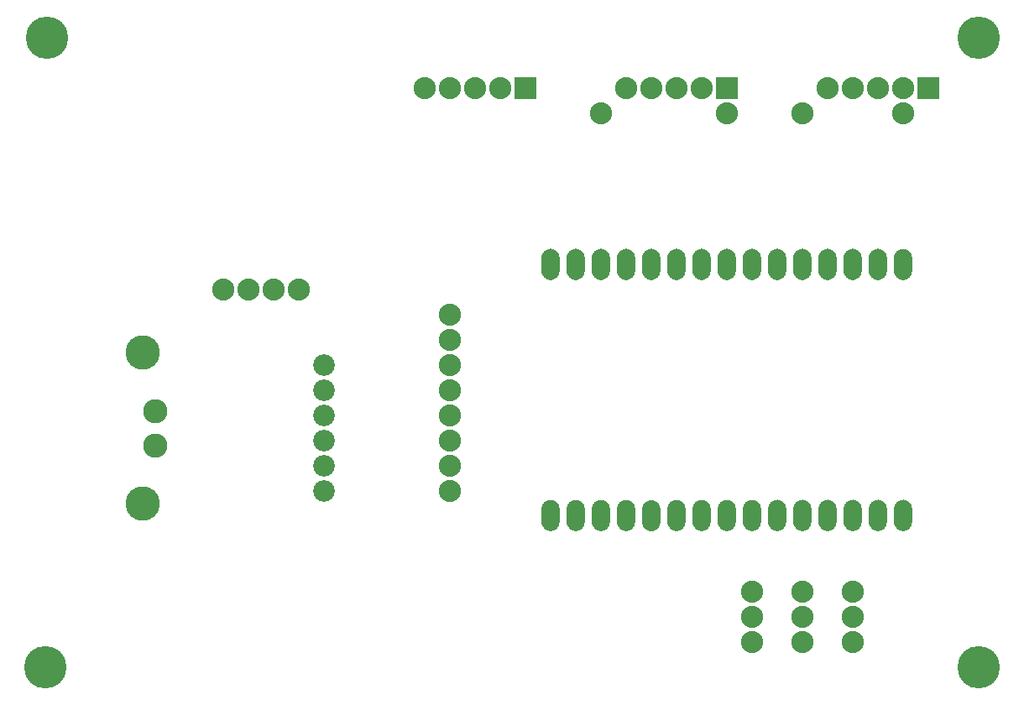
<source format=gbs>
G04 MADE WITH FRITZING*
G04 WWW.FRITZING.ORG*
G04 DOUBLE SIDED*
G04 HOLES PLATED*
G04 CONTOUR ON CENTER OF CONTOUR VECTOR*
%ASAXBY*%
%FSLAX23Y23*%
%MOIN*%
%OFA0B0*%
%SFA1.0B1.0*%
%ADD10C,0.088000*%
%ADD11C,0.062000*%
%ADD12C,0.086000*%
%ADD13C,0.136614*%
%ADD14C,0.096000*%
%ADD15C,0.168110*%
%ADD16R,0.088000X0.088000*%
%ADD17R,0.001000X0.001000*%
%LNMASK0*%
G90*
G70*
G54D10*
X2902Y229D03*
X2902Y329D03*
X2902Y429D03*
X802Y1629D03*
X902Y1629D03*
X1002Y1629D03*
X1102Y1629D03*
X2402Y2429D03*
X2502Y2429D03*
X2602Y2429D03*
X2702Y2429D03*
X2802Y2429D03*
X3202Y2429D03*
X3302Y2429D03*
X3402Y2429D03*
X3502Y2429D03*
X3602Y2429D03*
G54D11*
X3502Y1729D03*
X3402Y1729D03*
X3302Y1729D03*
X3202Y1729D03*
X3102Y1729D03*
X3002Y1729D03*
X2902Y1729D03*
X2802Y1729D03*
X2702Y1729D03*
X2602Y1729D03*
X2502Y1729D03*
X2402Y1729D03*
X2302Y1729D03*
X2202Y1729D03*
X2102Y1729D03*
X2102Y729D03*
X2202Y729D03*
X2302Y729D03*
X2402Y729D03*
X2502Y729D03*
X2602Y729D03*
X2702Y729D03*
X2802Y729D03*
X2902Y729D03*
X3002Y729D03*
X3102Y729D03*
X3202Y729D03*
X3302Y729D03*
X3402Y729D03*
X3502Y729D03*
G54D10*
X1602Y2429D03*
X1702Y2429D03*
X1802Y2429D03*
X1902Y2429D03*
X2002Y2429D03*
X3102Y229D03*
X3102Y329D03*
X3102Y429D03*
G54D12*
X1202Y1229D03*
G54D13*
X482Y1379D03*
G54D12*
X1202Y829D03*
G54D14*
X532Y1008D03*
G54D12*
X1202Y1029D03*
G54D14*
X532Y1146D03*
G54D12*
X1202Y929D03*
X1202Y1129D03*
X1202Y1329D03*
G54D13*
X482Y779D03*
G54D10*
X2802Y2329D03*
X2302Y2329D03*
X3102Y2329D03*
X3502Y2329D03*
G54D15*
X102Y2629D03*
X3802Y2629D03*
X3802Y129D03*
X97Y129D03*
G54D10*
X3302Y229D03*
X3302Y329D03*
X3302Y429D03*
X1702Y1529D03*
X1702Y1429D03*
X1702Y1329D03*
X1702Y1229D03*
X1702Y1129D03*
X1702Y1029D03*
X1702Y929D03*
X1702Y829D03*
G54D16*
X2802Y2429D03*
X3602Y2429D03*
X2002Y2429D03*
G54D17*
X2100Y1790D02*
X2104Y1790D01*
X2200Y1790D02*
X2205Y1790D01*
X2300Y1790D02*
X2304Y1790D01*
X2400Y1790D02*
X2405Y1790D01*
X2500Y1790D02*
X2504Y1790D01*
X2600Y1790D02*
X2604Y1790D01*
X2700Y1790D02*
X2704Y1790D01*
X2800Y1790D02*
X2805Y1790D01*
X2900Y1790D02*
X2904Y1790D01*
X3000Y1790D02*
X3004Y1790D01*
X3100Y1790D02*
X3105Y1790D01*
X3200Y1790D02*
X3204Y1790D01*
X3300Y1790D02*
X3305Y1790D01*
X3400Y1790D02*
X3404Y1790D01*
X3502Y1790D02*
X3503Y1790D01*
X2095Y1789D02*
X2110Y1789D01*
X2194Y1789D02*
X2210Y1789D01*
X2295Y1789D02*
X2310Y1789D01*
X2394Y1789D02*
X2410Y1789D01*
X2495Y1789D02*
X2510Y1789D01*
X2595Y1789D02*
X2610Y1789D01*
X2695Y1789D02*
X2710Y1789D01*
X2794Y1789D02*
X2810Y1789D01*
X2895Y1789D02*
X2910Y1789D01*
X2995Y1789D02*
X3010Y1789D01*
X3094Y1789D02*
X3110Y1789D01*
X3195Y1789D02*
X3210Y1789D01*
X3294Y1789D02*
X3310Y1789D01*
X3395Y1789D02*
X3410Y1789D01*
X3495Y1789D02*
X3510Y1789D01*
X2091Y1788D02*
X2114Y1788D01*
X2191Y1788D02*
X2214Y1788D01*
X2291Y1788D02*
X2314Y1788D01*
X2391Y1788D02*
X2414Y1788D01*
X2491Y1788D02*
X2514Y1788D01*
X2591Y1788D02*
X2614Y1788D01*
X2691Y1788D02*
X2714Y1788D01*
X2791Y1788D02*
X2814Y1788D01*
X2891Y1788D02*
X2914Y1788D01*
X2991Y1788D02*
X3014Y1788D01*
X3091Y1788D02*
X3114Y1788D01*
X3191Y1788D02*
X3214Y1788D01*
X3291Y1788D02*
X3314Y1788D01*
X3391Y1788D02*
X3414Y1788D01*
X3492Y1788D02*
X3513Y1788D01*
X2089Y1787D02*
X2116Y1787D01*
X2189Y1787D02*
X2216Y1787D01*
X2289Y1787D02*
X2316Y1787D01*
X2389Y1787D02*
X2416Y1787D01*
X2489Y1787D02*
X2516Y1787D01*
X2589Y1787D02*
X2616Y1787D01*
X2689Y1787D02*
X2716Y1787D01*
X2789Y1787D02*
X2816Y1787D01*
X2889Y1787D02*
X2916Y1787D01*
X2989Y1787D02*
X3016Y1787D01*
X3089Y1787D02*
X3116Y1787D01*
X3189Y1787D02*
X3216Y1787D01*
X3289Y1787D02*
X3316Y1787D01*
X3389Y1787D02*
X3416Y1787D01*
X3489Y1787D02*
X3516Y1787D01*
X2087Y1786D02*
X2118Y1786D01*
X2187Y1786D02*
X2218Y1786D01*
X2287Y1786D02*
X2318Y1786D01*
X2387Y1786D02*
X2418Y1786D01*
X2487Y1786D02*
X2518Y1786D01*
X2587Y1786D02*
X2618Y1786D01*
X2687Y1786D02*
X2718Y1786D01*
X2787Y1786D02*
X2818Y1786D01*
X2887Y1786D02*
X2918Y1786D01*
X2987Y1786D02*
X3018Y1786D01*
X3087Y1786D02*
X3118Y1786D01*
X3187Y1786D02*
X3218Y1786D01*
X3287Y1786D02*
X3318Y1786D01*
X3387Y1786D02*
X3418Y1786D01*
X3487Y1786D02*
X3518Y1786D01*
X2085Y1785D02*
X2120Y1785D01*
X2185Y1785D02*
X2220Y1785D01*
X2285Y1785D02*
X2320Y1785D01*
X2385Y1785D02*
X2420Y1785D01*
X2485Y1785D02*
X2520Y1785D01*
X2585Y1785D02*
X2620Y1785D01*
X2685Y1785D02*
X2720Y1785D01*
X2785Y1785D02*
X2820Y1785D01*
X2885Y1785D02*
X2920Y1785D01*
X2985Y1785D02*
X3020Y1785D01*
X3085Y1785D02*
X3120Y1785D01*
X3185Y1785D02*
X3220Y1785D01*
X3285Y1785D02*
X3320Y1785D01*
X3385Y1785D02*
X3420Y1785D01*
X3485Y1785D02*
X3520Y1785D01*
X2083Y1784D02*
X2122Y1784D01*
X2183Y1784D02*
X2222Y1784D01*
X2283Y1784D02*
X2322Y1784D01*
X2383Y1784D02*
X2422Y1784D01*
X2483Y1784D02*
X2522Y1784D01*
X2583Y1784D02*
X2622Y1784D01*
X2683Y1784D02*
X2722Y1784D01*
X2783Y1784D02*
X2822Y1784D01*
X2883Y1784D02*
X2922Y1784D01*
X2983Y1784D02*
X3022Y1784D01*
X3083Y1784D02*
X3122Y1784D01*
X3183Y1784D02*
X3222Y1784D01*
X3283Y1784D02*
X3322Y1784D01*
X3383Y1784D02*
X3422Y1784D01*
X3483Y1784D02*
X3522Y1784D01*
X2082Y1783D02*
X2123Y1783D01*
X2182Y1783D02*
X2223Y1783D01*
X2282Y1783D02*
X2323Y1783D01*
X2382Y1783D02*
X2423Y1783D01*
X2482Y1783D02*
X2523Y1783D01*
X2582Y1783D02*
X2623Y1783D01*
X2682Y1783D02*
X2723Y1783D01*
X2782Y1783D02*
X2823Y1783D01*
X2882Y1783D02*
X2923Y1783D01*
X2982Y1783D02*
X3023Y1783D01*
X3082Y1783D02*
X3123Y1783D01*
X3182Y1783D02*
X3223Y1783D01*
X3282Y1783D02*
X3323Y1783D01*
X3382Y1783D02*
X3423Y1783D01*
X3482Y1783D02*
X3523Y1783D01*
X2080Y1782D02*
X2125Y1782D01*
X2180Y1782D02*
X2225Y1782D01*
X2280Y1782D02*
X2325Y1782D01*
X2380Y1782D02*
X2425Y1782D01*
X2480Y1782D02*
X2525Y1782D01*
X2580Y1782D02*
X2625Y1782D01*
X2680Y1782D02*
X2725Y1782D01*
X2780Y1782D02*
X2825Y1782D01*
X2880Y1782D02*
X2925Y1782D01*
X2980Y1782D02*
X3025Y1782D01*
X3080Y1782D02*
X3125Y1782D01*
X3180Y1782D02*
X3225Y1782D01*
X3280Y1782D02*
X3325Y1782D01*
X3380Y1782D02*
X3425Y1782D01*
X3480Y1782D02*
X3525Y1782D01*
X2079Y1781D02*
X2126Y1781D01*
X2179Y1781D02*
X2226Y1781D01*
X2279Y1781D02*
X2326Y1781D01*
X2379Y1781D02*
X2426Y1781D01*
X2479Y1781D02*
X2526Y1781D01*
X2579Y1781D02*
X2626Y1781D01*
X2679Y1781D02*
X2726Y1781D01*
X2779Y1781D02*
X2826Y1781D01*
X2879Y1781D02*
X2926Y1781D01*
X2979Y1781D02*
X3026Y1781D01*
X3079Y1781D02*
X3126Y1781D01*
X3179Y1781D02*
X3226Y1781D01*
X3279Y1781D02*
X3326Y1781D01*
X3379Y1781D02*
X3426Y1781D01*
X3479Y1781D02*
X3526Y1781D01*
X2078Y1780D02*
X2127Y1780D01*
X2178Y1780D02*
X2227Y1780D01*
X2278Y1780D02*
X2327Y1780D01*
X2378Y1780D02*
X2427Y1780D01*
X2478Y1780D02*
X2527Y1780D01*
X2578Y1780D02*
X2627Y1780D01*
X2678Y1780D02*
X2727Y1780D01*
X2778Y1780D02*
X2827Y1780D01*
X2878Y1780D02*
X2927Y1780D01*
X2978Y1780D02*
X3027Y1780D01*
X3078Y1780D02*
X3127Y1780D01*
X3178Y1780D02*
X3227Y1780D01*
X3278Y1780D02*
X3327Y1780D01*
X3378Y1780D02*
X3427Y1780D01*
X3478Y1780D02*
X3527Y1780D01*
X2077Y1779D02*
X2128Y1779D01*
X2177Y1779D02*
X2228Y1779D01*
X2277Y1779D02*
X2328Y1779D01*
X2377Y1779D02*
X2428Y1779D01*
X2477Y1779D02*
X2528Y1779D01*
X2577Y1779D02*
X2628Y1779D01*
X2677Y1779D02*
X2728Y1779D01*
X2777Y1779D02*
X2828Y1779D01*
X2877Y1779D02*
X2928Y1779D01*
X2977Y1779D02*
X3028Y1779D01*
X3077Y1779D02*
X3128Y1779D01*
X3177Y1779D02*
X3228Y1779D01*
X3277Y1779D02*
X3328Y1779D01*
X3377Y1779D02*
X3428Y1779D01*
X3477Y1779D02*
X3528Y1779D01*
X2076Y1778D02*
X2129Y1778D01*
X2176Y1778D02*
X2229Y1778D01*
X2276Y1778D02*
X2329Y1778D01*
X2376Y1778D02*
X2429Y1778D01*
X2476Y1778D02*
X2529Y1778D01*
X2576Y1778D02*
X2629Y1778D01*
X2676Y1778D02*
X2729Y1778D01*
X2776Y1778D02*
X2829Y1778D01*
X2876Y1778D02*
X2929Y1778D01*
X2976Y1778D02*
X3029Y1778D01*
X3076Y1778D02*
X3129Y1778D01*
X3176Y1778D02*
X3229Y1778D01*
X3276Y1778D02*
X3329Y1778D01*
X3376Y1778D02*
X3429Y1778D01*
X3476Y1778D02*
X3529Y1778D01*
X2075Y1777D02*
X2130Y1777D01*
X2175Y1777D02*
X2230Y1777D01*
X2275Y1777D02*
X2330Y1777D01*
X2375Y1777D02*
X2430Y1777D01*
X2475Y1777D02*
X2530Y1777D01*
X2575Y1777D02*
X2630Y1777D01*
X2675Y1777D02*
X2730Y1777D01*
X2775Y1777D02*
X2830Y1777D01*
X2875Y1777D02*
X2930Y1777D01*
X2975Y1777D02*
X3030Y1777D01*
X3075Y1777D02*
X3130Y1777D01*
X3175Y1777D02*
X3230Y1777D01*
X3275Y1777D02*
X3330Y1777D01*
X3375Y1777D02*
X3430Y1777D01*
X3475Y1777D02*
X3530Y1777D01*
X2074Y1776D02*
X2130Y1776D01*
X2174Y1776D02*
X2230Y1776D01*
X2274Y1776D02*
X2330Y1776D01*
X2374Y1776D02*
X2430Y1776D01*
X2474Y1776D02*
X2530Y1776D01*
X2574Y1776D02*
X2630Y1776D01*
X2674Y1776D02*
X2730Y1776D01*
X2774Y1776D02*
X2830Y1776D01*
X2874Y1776D02*
X2930Y1776D01*
X2974Y1776D02*
X3030Y1776D01*
X3074Y1776D02*
X3130Y1776D01*
X3174Y1776D02*
X3230Y1776D01*
X3274Y1776D02*
X3330Y1776D01*
X3374Y1776D02*
X3430Y1776D01*
X3475Y1776D02*
X3530Y1776D01*
X2074Y1775D02*
X2131Y1775D01*
X2174Y1775D02*
X2231Y1775D01*
X2274Y1775D02*
X2331Y1775D01*
X2374Y1775D02*
X2431Y1775D01*
X2474Y1775D02*
X2531Y1775D01*
X2574Y1775D02*
X2631Y1775D01*
X2674Y1775D02*
X2731Y1775D01*
X2774Y1775D02*
X2831Y1775D01*
X2874Y1775D02*
X2931Y1775D01*
X2974Y1775D02*
X3031Y1775D01*
X3074Y1775D02*
X3131Y1775D01*
X3174Y1775D02*
X3231Y1775D01*
X3274Y1775D02*
X3331Y1775D01*
X3374Y1775D02*
X3431Y1775D01*
X3474Y1775D02*
X3531Y1775D01*
X2073Y1774D02*
X2132Y1774D01*
X2173Y1774D02*
X2232Y1774D01*
X2273Y1774D02*
X2332Y1774D01*
X2373Y1774D02*
X2432Y1774D01*
X2473Y1774D02*
X2532Y1774D01*
X2573Y1774D02*
X2632Y1774D01*
X2673Y1774D02*
X2732Y1774D01*
X2773Y1774D02*
X2832Y1774D01*
X2873Y1774D02*
X2932Y1774D01*
X2973Y1774D02*
X3032Y1774D01*
X3073Y1774D02*
X3132Y1774D01*
X3173Y1774D02*
X3232Y1774D01*
X3273Y1774D02*
X3332Y1774D01*
X3373Y1774D02*
X3432Y1774D01*
X3473Y1774D02*
X3532Y1774D01*
X2072Y1773D02*
X2132Y1773D01*
X2172Y1773D02*
X2232Y1773D01*
X2272Y1773D02*
X2332Y1773D01*
X2372Y1773D02*
X2432Y1773D01*
X2472Y1773D02*
X2532Y1773D01*
X2572Y1773D02*
X2632Y1773D01*
X2672Y1773D02*
X2732Y1773D01*
X2772Y1773D02*
X2832Y1773D01*
X2872Y1773D02*
X2932Y1773D01*
X2972Y1773D02*
X3032Y1773D01*
X3072Y1773D02*
X3132Y1773D01*
X3172Y1773D02*
X3232Y1773D01*
X3272Y1773D02*
X3332Y1773D01*
X3372Y1773D02*
X3432Y1773D01*
X3473Y1773D02*
X3532Y1773D01*
X2072Y1772D02*
X2133Y1772D01*
X2172Y1772D02*
X2233Y1772D01*
X2272Y1772D02*
X2333Y1772D01*
X2372Y1772D02*
X2433Y1772D01*
X2472Y1772D02*
X2533Y1772D01*
X2572Y1772D02*
X2633Y1772D01*
X2672Y1772D02*
X2733Y1772D01*
X2772Y1772D02*
X2833Y1772D01*
X2872Y1772D02*
X2933Y1772D01*
X2972Y1772D02*
X3033Y1772D01*
X3072Y1772D02*
X3133Y1772D01*
X3172Y1772D02*
X3233Y1772D01*
X3272Y1772D02*
X3333Y1772D01*
X3372Y1772D02*
X3433Y1772D01*
X3472Y1772D02*
X3533Y1772D01*
X2071Y1771D02*
X2134Y1771D01*
X2171Y1771D02*
X2234Y1771D01*
X2271Y1771D02*
X2334Y1771D01*
X2371Y1771D02*
X2434Y1771D01*
X2471Y1771D02*
X2534Y1771D01*
X2571Y1771D02*
X2634Y1771D01*
X2671Y1771D02*
X2734Y1771D01*
X2771Y1771D02*
X2834Y1771D01*
X2871Y1771D02*
X2934Y1771D01*
X2971Y1771D02*
X3034Y1771D01*
X3071Y1771D02*
X3134Y1771D01*
X3171Y1771D02*
X3234Y1771D01*
X3271Y1771D02*
X3334Y1771D01*
X3371Y1771D02*
X3434Y1771D01*
X3471Y1771D02*
X3533Y1771D01*
X2071Y1770D02*
X2134Y1770D01*
X2171Y1770D02*
X2234Y1770D01*
X2271Y1770D02*
X2334Y1770D01*
X2371Y1770D02*
X2434Y1770D01*
X2471Y1770D02*
X2534Y1770D01*
X2571Y1770D02*
X2634Y1770D01*
X2671Y1770D02*
X2734Y1770D01*
X2771Y1770D02*
X2834Y1770D01*
X2871Y1770D02*
X2934Y1770D01*
X2971Y1770D02*
X3034Y1770D01*
X3071Y1770D02*
X3134Y1770D01*
X3171Y1770D02*
X3234Y1770D01*
X3271Y1770D02*
X3334Y1770D01*
X3371Y1770D02*
X3434Y1770D01*
X3471Y1770D02*
X3534Y1770D01*
X2070Y1769D02*
X2134Y1769D01*
X2170Y1769D02*
X2235Y1769D01*
X2270Y1769D02*
X2334Y1769D01*
X2370Y1769D02*
X2435Y1769D01*
X2470Y1769D02*
X2534Y1769D01*
X2570Y1769D02*
X2634Y1769D01*
X2670Y1769D02*
X2734Y1769D01*
X2770Y1769D02*
X2835Y1769D01*
X2870Y1769D02*
X2934Y1769D01*
X2970Y1769D02*
X3034Y1769D01*
X3070Y1769D02*
X3135Y1769D01*
X3170Y1769D02*
X3234Y1769D01*
X3270Y1769D02*
X3335Y1769D01*
X3370Y1769D02*
X3434Y1769D01*
X3470Y1769D02*
X3534Y1769D01*
X2070Y1768D02*
X2135Y1768D01*
X2170Y1768D02*
X2235Y1768D01*
X2270Y1768D02*
X2335Y1768D01*
X2370Y1768D02*
X2435Y1768D01*
X2470Y1768D02*
X2535Y1768D01*
X2570Y1768D02*
X2635Y1768D01*
X2670Y1768D02*
X2735Y1768D01*
X2770Y1768D02*
X2835Y1768D01*
X2870Y1768D02*
X2935Y1768D01*
X2970Y1768D02*
X3035Y1768D01*
X3070Y1768D02*
X3135Y1768D01*
X3170Y1768D02*
X3235Y1768D01*
X3270Y1768D02*
X3335Y1768D01*
X3370Y1768D02*
X3435Y1768D01*
X3470Y1768D02*
X3535Y1768D01*
X2070Y1767D02*
X2135Y1767D01*
X2170Y1767D02*
X2235Y1767D01*
X2270Y1767D02*
X2335Y1767D01*
X2370Y1767D02*
X2435Y1767D01*
X2470Y1767D02*
X2535Y1767D01*
X2570Y1767D02*
X2635Y1767D01*
X2670Y1767D02*
X2735Y1767D01*
X2770Y1767D02*
X2835Y1767D01*
X2870Y1767D02*
X2935Y1767D01*
X2970Y1767D02*
X3035Y1767D01*
X3070Y1767D02*
X3135Y1767D01*
X3170Y1767D02*
X3235Y1767D01*
X3270Y1767D02*
X3335Y1767D01*
X3370Y1767D02*
X3435Y1767D01*
X3470Y1767D02*
X3535Y1767D01*
X2069Y1766D02*
X2136Y1766D01*
X2169Y1766D02*
X2236Y1766D01*
X2269Y1766D02*
X2336Y1766D01*
X2369Y1766D02*
X2436Y1766D01*
X2469Y1766D02*
X2536Y1766D01*
X2569Y1766D02*
X2636Y1766D01*
X2669Y1766D02*
X2736Y1766D01*
X2769Y1766D02*
X2836Y1766D01*
X2869Y1766D02*
X2936Y1766D01*
X2969Y1766D02*
X3036Y1766D01*
X3069Y1766D02*
X3136Y1766D01*
X3169Y1766D02*
X3236Y1766D01*
X3269Y1766D02*
X3336Y1766D01*
X3369Y1766D02*
X3436Y1766D01*
X3469Y1766D02*
X3536Y1766D01*
X2069Y1765D02*
X2136Y1765D01*
X2169Y1765D02*
X2236Y1765D01*
X2269Y1765D02*
X2336Y1765D01*
X2369Y1765D02*
X2436Y1765D01*
X2469Y1765D02*
X2536Y1765D01*
X2569Y1765D02*
X2636Y1765D01*
X2669Y1765D02*
X2736Y1765D01*
X2769Y1765D02*
X2836Y1765D01*
X2869Y1765D02*
X2936Y1765D01*
X2969Y1765D02*
X3036Y1765D01*
X3069Y1765D02*
X3136Y1765D01*
X3169Y1765D02*
X3236Y1765D01*
X3269Y1765D02*
X3336Y1765D01*
X3369Y1765D02*
X3436Y1765D01*
X3469Y1765D02*
X3536Y1765D01*
X2069Y1764D02*
X2136Y1764D01*
X2168Y1764D02*
X2236Y1764D01*
X2269Y1764D02*
X2336Y1764D01*
X2368Y1764D02*
X2436Y1764D01*
X2469Y1764D02*
X2536Y1764D01*
X2569Y1764D02*
X2636Y1764D01*
X2669Y1764D02*
X2736Y1764D01*
X2768Y1764D02*
X2836Y1764D01*
X2869Y1764D02*
X2936Y1764D01*
X2969Y1764D02*
X3036Y1764D01*
X3068Y1764D02*
X3136Y1764D01*
X3169Y1764D02*
X3236Y1764D01*
X3268Y1764D02*
X3336Y1764D01*
X3369Y1764D02*
X3436Y1764D01*
X3469Y1764D02*
X3536Y1764D01*
X2068Y1763D02*
X2137Y1763D01*
X2168Y1763D02*
X2237Y1763D01*
X2268Y1763D02*
X2337Y1763D01*
X2368Y1763D02*
X2437Y1763D01*
X2468Y1763D02*
X2537Y1763D01*
X2568Y1763D02*
X2637Y1763D01*
X2668Y1763D02*
X2737Y1763D01*
X2768Y1763D02*
X2837Y1763D01*
X2868Y1763D02*
X2937Y1763D01*
X2968Y1763D02*
X3037Y1763D01*
X3068Y1763D02*
X3137Y1763D01*
X3168Y1763D02*
X3237Y1763D01*
X3268Y1763D02*
X3337Y1763D01*
X3368Y1763D02*
X3437Y1763D01*
X3468Y1763D02*
X3537Y1763D01*
X2068Y1762D02*
X2137Y1762D01*
X2168Y1762D02*
X2237Y1762D01*
X2268Y1762D02*
X2337Y1762D01*
X2368Y1762D02*
X2437Y1762D01*
X2468Y1762D02*
X2537Y1762D01*
X2568Y1762D02*
X2637Y1762D01*
X2668Y1762D02*
X2737Y1762D01*
X2768Y1762D02*
X2837Y1762D01*
X2868Y1762D02*
X2937Y1762D01*
X2968Y1762D02*
X3037Y1762D01*
X3068Y1762D02*
X3137Y1762D01*
X3168Y1762D02*
X3237Y1762D01*
X3268Y1762D02*
X3337Y1762D01*
X3368Y1762D02*
X3437Y1762D01*
X3468Y1762D02*
X3537Y1762D01*
X2068Y1761D02*
X2137Y1761D01*
X2168Y1761D02*
X2237Y1761D01*
X2268Y1761D02*
X2337Y1761D01*
X2368Y1761D02*
X2437Y1761D01*
X2468Y1761D02*
X2537Y1761D01*
X2568Y1761D02*
X2637Y1761D01*
X2668Y1761D02*
X2737Y1761D01*
X2768Y1761D02*
X2837Y1761D01*
X2868Y1761D02*
X2937Y1761D01*
X2968Y1761D02*
X3037Y1761D01*
X3068Y1761D02*
X3137Y1761D01*
X3168Y1761D02*
X3237Y1761D01*
X3268Y1761D02*
X3337Y1761D01*
X3368Y1761D02*
X3437Y1761D01*
X3468Y1761D02*
X3537Y1761D01*
X2068Y1760D02*
X2137Y1760D01*
X2168Y1760D02*
X2237Y1760D01*
X2268Y1760D02*
X2337Y1760D01*
X2368Y1760D02*
X2437Y1760D01*
X2468Y1760D02*
X2537Y1760D01*
X2568Y1760D02*
X2637Y1760D01*
X2668Y1760D02*
X2737Y1760D01*
X2768Y1760D02*
X2837Y1760D01*
X2868Y1760D02*
X2937Y1760D01*
X2968Y1760D02*
X3037Y1760D01*
X3068Y1760D02*
X3137Y1760D01*
X3168Y1760D02*
X3237Y1760D01*
X3268Y1760D02*
X3337Y1760D01*
X3368Y1760D02*
X3437Y1760D01*
X3468Y1760D02*
X3537Y1760D01*
X2067Y1759D02*
X2137Y1759D01*
X2167Y1759D02*
X2238Y1759D01*
X2267Y1759D02*
X2337Y1759D01*
X2367Y1759D02*
X2438Y1759D01*
X2467Y1759D02*
X2537Y1759D01*
X2567Y1759D02*
X2637Y1759D01*
X2667Y1759D02*
X2737Y1759D01*
X2767Y1759D02*
X2838Y1759D01*
X2867Y1759D02*
X2937Y1759D01*
X2967Y1759D02*
X3037Y1759D01*
X3067Y1759D02*
X3138Y1759D01*
X3167Y1759D02*
X3237Y1759D01*
X3267Y1759D02*
X3338Y1759D01*
X3367Y1759D02*
X3437Y1759D01*
X3467Y1759D02*
X3537Y1759D01*
X2067Y1758D02*
X2138Y1758D01*
X2167Y1758D02*
X2238Y1758D01*
X2267Y1758D02*
X2338Y1758D01*
X2367Y1758D02*
X2438Y1758D01*
X2467Y1758D02*
X2538Y1758D01*
X2567Y1758D02*
X2638Y1758D01*
X2667Y1758D02*
X2738Y1758D01*
X2767Y1758D02*
X2838Y1758D01*
X2867Y1758D02*
X2938Y1758D01*
X2967Y1758D02*
X3038Y1758D01*
X3067Y1758D02*
X3138Y1758D01*
X3167Y1758D02*
X3238Y1758D01*
X3267Y1758D02*
X3338Y1758D01*
X3367Y1758D02*
X3438Y1758D01*
X3467Y1758D02*
X3538Y1758D01*
X2067Y1757D02*
X2138Y1757D01*
X2167Y1757D02*
X2238Y1757D01*
X2267Y1757D02*
X2338Y1757D01*
X2367Y1757D02*
X2438Y1757D01*
X2467Y1757D02*
X2538Y1757D01*
X2567Y1757D02*
X2638Y1757D01*
X2667Y1757D02*
X2738Y1757D01*
X2767Y1757D02*
X2838Y1757D01*
X2867Y1757D02*
X2938Y1757D01*
X2967Y1757D02*
X3038Y1757D01*
X3067Y1757D02*
X3138Y1757D01*
X3167Y1757D02*
X3238Y1757D01*
X3267Y1757D02*
X3338Y1757D01*
X3367Y1757D02*
X3438Y1757D01*
X3467Y1757D02*
X3538Y1757D01*
X2067Y1756D02*
X2138Y1756D01*
X2167Y1756D02*
X2238Y1756D01*
X2267Y1756D02*
X2338Y1756D01*
X2367Y1756D02*
X2438Y1756D01*
X2467Y1756D02*
X2538Y1756D01*
X2567Y1756D02*
X2638Y1756D01*
X2667Y1756D02*
X2738Y1756D01*
X2767Y1756D02*
X2838Y1756D01*
X2867Y1756D02*
X2938Y1756D01*
X2967Y1756D02*
X3038Y1756D01*
X3067Y1756D02*
X3138Y1756D01*
X3167Y1756D02*
X3238Y1756D01*
X3267Y1756D02*
X3338Y1756D01*
X3367Y1756D02*
X3438Y1756D01*
X3467Y1756D02*
X3538Y1756D01*
X2067Y1755D02*
X2138Y1755D01*
X2167Y1755D02*
X2238Y1755D01*
X2267Y1755D02*
X2338Y1755D01*
X2367Y1755D02*
X2438Y1755D01*
X2467Y1755D02*
X2538Y1755D01*
X2567Y1755D02*
X2638Y1755D01*
X2667Y1755D02*
X2738Y1755D01*
X2767Y1755D02*
X2838Y1755D01*
X2867Y1755D02*
X2938Y1755D01*
X2967Y1755D02*
X3038Y1755D01*
X3067Y1755D02*
X3138Y1755D01*
X3167Y1755D02*
X3238Y1755D01*
X3267Y1755D02*
X3338Y1755D01*
X3367Y1755D02*
X3438Y1755D01*
X3467Y1755D02*
X3538Y1755D01*
X2067Y1754D02*
X2138Y1754D01*
X2167Y1754D02*
X2238Y1754D01*
X2267Y1754D02*
X2338Y1754D01*
X2367Y1754D02*
X2438Y1754D01*
X2467Y1754D02*
X2538Y1754D01*
X2567Y1754D02*
X2638Y1754D01*
X2667Y1754D02*
X2738Y1754D01*
X2767Y1754D02*
X2838Y1754D01*
X2867Y1754D02*
X2938Y1754D01*
X2967Y1754D02*
X3038Y1754D01*
X3067Y1754D02*
X3138Y1754D01*
X3167Y1754D02*
X3238Y1754D01*
X3267Y1754D02*
X3338Y1754D01*
X3367Y1754D02*
X3438Y1754D01*
X3467Y1754D02*
X3538Y1754D01*
X2067Y1753D02*
X2138Y1753D01*
X2167Y1753D02*
X2238Y1753D01*
X2267Y1753D02*
X2338Y1753D01*
X2367Y1753D02*
X2438Y1753D01*
X2467Y1753D02*
X2538Y1753D01*
X2567Y1753D02*
X2638Y1753D01*
X2667Y1753D02*
X2738Y1753D01*
X2767Y1753D02*
X2838Y1753D01*
X2867Y1753D02*
X2938Y1753D01*
X2967Y1753D02*
X3038Y1753D01*
X3067Y1753D02*
X3138Y1753D01*
X3167Y1753D02*
X3238Y1753D01*
X3267Y1753D02*
X3338Y1753D01*
X3367Y1753D02*
X3438Y1753D01*
X3467Y1753D02*
X3538Y1753D01*
X2067Y1752D02*
X2138Y1752D01*
X2167Y1752D02*
X2238Y1752D01*
X2267Y1752D02*
X2338Y1752D01*
X2367Y1752D02*
X2438Y1752D01*
X2467Y1752D02*
X2538Y1752D01*
X2567Y1752D02*
X2638Y1752D01*
X2667Y1752D02*
X2738Y1752D01*
X2767Y1752D02*
X2838Y1752D01*
X2867Y1752D02*
X2938Y1752D01*
X2967Y1752D02*
X3038Y1752D01*
X3067Y1752D02*
X3138Y1752D01*
X3167Y1752D02*
X3238Y1752D01*
X3267Y1752D02*
X3338Y1752D01*
X3367Y1752D02*
X3438Y1752D01*
X3467Y1752D02*
X3538Y1752D01*
X2067Y1751D02*
X2138Y1751D01*
X2167Y1751D02*
X2238Y1751D01*
X2267Y1751D02*
X2338Y1751D01*
X2367Y1751D02*
X2438Y1751D01*
X2467Y1751D02*
X2538Y1751D01*
X2567Y1751D02*
X2638Y1751D01*
X2667Y1751D02*
X2738Y1751D01*
X2767Y1751D02*
X2838Y1751D01*
X2867Y1751D02*
X2938Y1751D01*
X2967Y1751D02*
X3038Y1751D01*
X3067Y1751D02*
X3138Y1751D01*
X3167Y1751D02*
X3238Y1751D01*
X3267Y1751D02*
X3338Y1751D01*
X3367Y1751D02*
X3438Y1751D01*
X3467Y1751D02*
X3538Y1751D01*
X2067Y1750D02*
X2138Y1750D01*
X2167Y1750D02*
X2238Y1750D01*
X2267Y1750D02*
X2338Y1750D01*
X2367Y1750D02*
X2438Y1750D01*
X2467Y1750D02*
X2538Y1750D01*
X2567Y1750D02*
X2638Y1750D01*
X2667Y1750D02*
X2738Y1750D01*
X2767Y1750D02*
X2838Y1750D01*
X2867Y1750D02*
X2938Y1750D01*
X2967Y1750D02*
X3038Y1750D01*
X3067Y1750D02*
X3138Y1750D01*
X3167Y1750D02*
X3238Y1750D01*
X3267Y1750D02*
X3338Y1750D01*
X3367Y1750D02*
X3438Y1750D01*
X3467Y1750D02*
X3538Y1750D01*
X2067Y1749D02*
X2138Y1749D01*
X2167Y1749D02*
X2238Y1749D01*
X2267Y1749D02*
X2338Y1749D01*
X2367Y1749D02*
X2438Y1749D01*
X2467Y1749D02*
X2538Y1749D01*
X2567Y1749D02*
X2638Y1749D01*
X2667Y1749D02*
X2738Y1749D01*
X2767Y1749D02*
X2838Y1749D01*
X2867Y1749D02*
X2938Y1749D01*
X2967Y1749D02*
X3038Y1749D01*
X3067Y1749D02*
X3138Y1749D01*
X3167Y1749D02*
X3238Y1749D01*
X3267Y1749D02*
X3338Y1749D01*
X3367Y1749D02*
X3438Y1749D01*
X3467Y1749D02*
X3538Y1749D01*
X2067Y1748D02*
X2138Y1748D01*
X2167Y1748D02*
X2238Y1748D01*
X2267Y1748D02*
X2338Y1748D01*
X2367Y1748D02*
X2438Y1748D01*
X2467Y1748D02*
X2538Y1748D01*
X2567Y1748D02*
X2638Y1748D01*
X2667Y1748D02*
X2738Y1748D01*
X2767Y1748D02*
X2838Y1748D01*
X2867Y1748D02*
X2938Y1748D01*
X2967Y1748D02*
X3038Y1748D01*
X3067Y1748D02*
X3138Y1748D01*
X3167Y1748D02*
X3238Y1748D01*
X3267Y1748D02*
X3338Y1748D01*
X3367Y1748D02*
X3438Y1748D01*
X3467Y1748D02*
X3538Y1748D01*
X2067Y1747D02*
X2138Y1747D01*
X2167Y1747D02*
X2238Y1747D01*
X2267Y1747D02*
X2338Y1747D01*
X2367Y1747D02*
X2438Y1747D01*
X2467Y1747D02*
X2538Y1747D01*
X2567Y1747D02*
X2638Y1747D01*
X2667Y1747D02*
X2738Y1747D01*
X2767Y1747D02*
X2838Y1747D01*
X2867Y1747D02*
X2938Y1747D01*
X2967Y1747D02*
X3038Y1747D01*
X3067Y1747D02*
X3138Y1747D01*
X3167Y1747D02*
X3238Y1747D01*
X3267Y1747D02*
X3338Y1747D01*
X3367Y1747D02*
X3438Y1747D01*
X3467Y1747D02*
X3538Y1747D01*
X2067Y1746D02*
X2138Y1746D01*
X2167Y1746D02*
X2238Y1746D01*
X2267Y1746D02*
X2338Y1746D01*
X2367Y1746D02*
X2438Y1746D01*
X2467Y1746D02*
X2538Y1746D01*
X2567Y1746D02*
X2638Y1746D01*
X2667Y1746D02*
X2738Y1746D01*
X2767Y1746D02*
X2838Y1746D01*
X2867Y1746D02*
X2938Y1746D01*
X2967Y1746D02*
X3038Y1746D01*
X3067Y1746D02*
X3138Y1746D01*
X3167Y1746D02*
X3238Y1746D01*
X3267Y1746D02*
X3338Y1746D01*
X3367Y1746D02*
X3438Y1746D01*
X3467Y1746D02*
X3538Y1746D01*
X2067Y1745D02*
X2138Y1745D01*
X2167Y1745D02*
X2238Y1745D01*
X2267Y1745D02*
X2338Y1745D01*
X2367Y1745D02*
X2438Y1745D01*
X2467Y1745D02*
X2538Y1745D01*
X2567Y1745D02*
X2638Y1745D01*
X2667Y1745D02*
X2738Y1745D01*
X2767Y1745D02*
X2838Y1745D01*
X2867Y1745D02*
X2938Y1745D01*
X2967Y1745D02*
X3038Y1745D01*
X3067Y1745D02*
X3138Y1745D01*
X3167Y1745D02*
X3238Y1745D01*
X3267Y1745D02*
X3338Y1745D01*
X3367Y1745D02*
X3438Y1745D01*
X3467Y1745D02*
X3538Y1745D01*
X2067Y1744D02*
X2138Y1744D01*
X2167Y1744D02*
X2238Y1744D01*
X2267Y1744D02*
X2338Y1744D01*
X2367Y1744D02*
X2438Y1744D01*
X2467Y1744D02*
X2538Y1744D01*
X2567Y1744D02*
X2638Y1744D01*
X2667Y1744D02*
X2738Y1744D01*
X2767Y1744D02*
X2838Y1744D01*
X2867Y1744D02*
X2938Y1744D01*
X2967Y1744D02*
X3038Y1744D01*
X3067Y1744D02*
X3138Y1744D01*
X3167Y1744D02*
X3238Y1744D01*
X3267Y1744D02*
X3338Y1744D01*
X3367Y1744D02*
X3438Y1744D01*
X3467Y1744D02*
X3538Y1744D01*
X2067Y1743D02*
X2138Y1743D01*
X2167Y1743D02*
X2238Y1743D01*
X2267Y1743D02*
X2338Y1743D01*
X2367Y1743D02*
X2438Y1743D01*
X2467Y1743D02*
X2538Y1743D01*
X2567Y1743D02*
X2638Y1743D01*
X2667Y1743D02*
X2738Y1743D01*
X2767Y1743D02*
X2838Y1743D01*
X2867Y1743D02*
X2938Y1743D01*
X2967Y1743D02*
X3038Y1743D01*
X3067Y1743D02*
X3138Y1743D01*
X3167Y1743D02*
X3238Y1743D01*
X3267Y1743D02*
X3338Y1743D01*
X3367Y1743D02*
X3438Y1743D01*
X3467Y1743D02*
X3538Y1743D01*
X2067Y1742D02*
X2138Y1742D01*
X2167Y1742D02*
X2238Y1742D01*
X2267Y1742D02*
X2338Y1742D01*
X2367Y1742D02*
X2438Y1742D01*
X2467Y1742D02*
X2538Y1742D01*
X2567Y1742D02*
X2638Y1742D01*
X2667Y1742D02*
X2738Y1742D01*
X2767Y1742D02*
X2838Y1742D01*
X2867Y1742D02*
X2938Y1742D01*
X2967Y1742D02*
X3038Y1742D01*
X3067Y1742D02*
X3138Y1742D01*
X3167Y1742D02*
X3238Y1742D01*
X3267Y1742D02*
X3338Y1742D01*
X3367Y1742D02*
X3438Y1742D01*
X3467Y1742D02*
X3538Y1742D01*
X2067Y1741D02*
X2138Y1741D01*
X2167Y1741D02*
X2238Y1741D01*
X2267Y1741D02*
X2338Y1741D01*
X2367Y1741D02*
X2438Y1741D01*
X2467Y1741D02*
X2538Y1741D01*
X2567Y1741D02*
X2638Y1741D01*
X2667Y1741D02*
X2738Y1741D01*
X2767Y1741D02*
X2838Y1741D01*
X2867Y1741D02*
X2938Y1741D01*
X2967Y1741D02*
X3038Y1741D01*
X3067Y1741D02*
X3138Y1741D01*
X3167Y1741D02*
X3238Y1741D01*
X3267Y1741D02*
X3338Y1741D01*
X3367Y1741D02*
X3438Y1741D01*
X3467Y1741D02*
X3538Y1741D01*
X2067Y1740D02*
X2138Y1740D01*
X2167Y1740D02*
X2238Y1740D01*
X2267Y1740D02*
X2338Y1740D01*
X2367Y1740D02*
X2438Y1740D01*
X2467Y1740D02*
X2538Y1740D01*
X2567Y1740D02*
X2638Y1740D01*
X2667Y1740D02*
X2738Y1740D01*
X2767Y1740D02*
X2838Y1740D01*
X2867Y1740D02*
X2938Y1740D01*
X2967Y1740D02*
X3038Y1740D01*
X3067Y1740D02*
X3138Y1740D01*
X3167Y1740D02*
X3238Y1740D01*
X3267Y1740D02*
X3338Y1740D01*
X3367Y1740D02*
X3438Y1740D01*
X3467Y1740D02*
X3538Y1740D01*
X2067Y1739D02*
X2138Y1739D01*
X2167Y1739D02*
X2238Y1739D01*
X2267Y1739D02*
X2338Y1739D01*
X2367Y1739D02*
X2438Y1739D01*
X2467Y1739D02*
X2538Y1739D01*
X2567Y1739D02*
X2638Y1739D01*
X2667Y1739D02*
X2738Y1739D01*
X2767Y1739D02*
X2838Y1739D01*
X2867Y1739D02*
X2938Y1739D01*
X2967Y1739D02*
X3038Y1739D01*
X3067Y1739D02*
X3138Y1739D01*
X3167Y1739D02*
X3238Y1739D01*
X3267Y1739D02*
X3338Y1739D01*
X3367Y1739D02*
X3438Y1739D01*
X3467Y1739D02*
X3538Y1739D01*
X2067Y1738D02*
X2138Y1738D01*
X2167Y1738D02*
X2238Y1738D01*
X2267Y1738D02*
X2338Y1738D01*
X2367Y1738D02*
X2438Y1738D01*
X2467Y1738D02*
X2538Y1738D01*
X2567Y1738D02*
X2638Y1738D01*
X2667Y1738D02*
X2738Y1738D01*
X2767Y1738D02*
X2838Y1738D01*
X2867Y1738D02*
X2938Y1738D01*
X2967Y1738D02*
X3038Y1738D01*
X3067Y1738D02*
X3138Y1738D01*
X3167Y1738D02*
X3238Y1738D01*
X3267Y1738D02*
X3338Y1738D01*
X3367Y1738D02*
X3438Y1738D01*
X3467Y1738D02*
X3538Y1738D01*
X2067Y1737D02*
X2138Y1737D01*
X2167Y1737D02*
X2238Y1737D01*
X2267Y1737D02*
X2338Y1737D01*
X2367Y1737D02*
X2438Y1737D01*
X2467Y1737D02*
X2538Y1737D01*
X2567Y1737D02*
X2638Y1737D01*
X2667Y1737D02*
X2738Y1737D01*
X2767Y1737D02*
X2838Y1737D01*
X2867Y1737D02*
X2938Y1737D01*
X2967Y1737D02*
X3038Y1737D01*
X3067Y1737D02*
X3138Y1737D01*
X3167Y1737D02*
X3238Y1737D01*
X3267Y1737D02*
X3338Y1737D01*
X3367Y1737D02*
X3438Y1737D01*
X3467Y1737D02*
X3538Y1737D01*
X2067Y1736D02*
X2138Y1736D01*
X2167Y1736D02*
X2238Y1736D01*
X2267Y1736D02*
X2338Y1736D01*
X2367Y1736D02*
X2438Y1736D01*
X2467Y1736D02*
X2538Y1736D01*
X2567Y1736D02*
X2638Y1736D01*
X2667Y1736D02*
X2738Y1736D01*
X2767Y1736D02*
X2838Y1736D01*
X2867Y1736D02*
X2938Y1736D01*
X2967Y1736D02*
X3038Y1736D01*
X3067Y1736D02*
X3138Y1736D01*
X3167Y1736D02*
X3238Y1736D01*
X3267Y1736D02*
X3338Y1736D01*
X3367Y1736D02*
X3438Y1736D01*
X3467Y1736D02*
X3538Y1736D01*
X2067Y1735D02*
X2138Y1735D01*
X2167Y1735D02*
X2238Y1735D01*
X2267Y1735D02*
X2338Y1735D01*
X2367Y1735D02*
X2438Y1735D01*
X2467Y1735D02*
X2538Y1735D01*
X2567Y1735D02*
X2638Y1735D01*
X2667Y1735D02*
X2738Y1735D01*
X2767Y1735D02*
X2838Y1735D01*
X2867Y1735D02*
X2938Y1735D01*
X2967Y1735D02*
X3038Y1735D01*
X3067Y1735D02*
X3138Y1735D01*
X3167Y1735D02*
X3238Y1735D01*
X3267Y1735D02*
X3338Y1735D01*
X3367Y1735D02*
X3438Y1735D01*
X3467Y1735D02*
X3538Y1735D01*
X2067Y1734D02*
X2138Y1734D01*
X2167Y1734D02*
X2238Y1734D01*
X2267Y1734D02*
X2338Y1734D01*
X2367Y1734D02*
X2438Y1734D01*
X2467Y1734D02*
X2538Y1734D01*
X2567Y1734D02*
X2638Y1734D01*
X2667Y1734D02*
X2738Y1734D01*
X2767Y1734D02*
X2838Y1734D01*
X2867Y1734D02*
X2938Y1734D01*
X2967Y1734D02*
X3038Y1734D01*
X3067Y1734D02*
X3138Y1734D01*
X3167Y1734D02*
X3238Y1734D01*
X3267Y1734D02*
X3338Y1734D01*
X3367Y1734D02*
X3438Y1734D01*
X3467Y1734D02*
X3538Y1734D01*
X2067Y1733D02*
X2099Y1733D01*
X2106Y1733D02*
X2138Y1733D01*
X2167Y1733D02*
X2199Y1733D01*
X2206Y1733D02*
X2238Y1733D01*
X2267Y1733D02*
X2299Y1733D01*
X2306Y1733D02*
X2338Y1733D01*
X2367Y1733D02*
X2399Y1733D01*
X2406Y1733D02*
X2438Y1733D01*
X2467Y1733D02*
X2499Y1733D01*
X2505Y1733D02*
X2538Y1733D01*
X2567Y1733D02*
X2599Y1733D01*
X2605Y1733D02*
X2638Y1733D01*
X2667Y1733D02*
X2699Y1733D01*
X2706Y1733D02*
X2738Y1733D01*
X2767Y1733D02*
X2800Y1733D01*
X2805Y1733D02*
X2838Y1733D01*
X2867Y1733D02*
X2899Y1733D01*
X2906Y1733D02*
X2938Y1733D01*
X2967Y1733D02*
X2999Y1733D01*
X3006Y1733D02*
X3038Y1733D01*
X3067Y1733D02*
X3099Y1733D01*
X3106Y1733D02*
X3138Y1733D01*
X3167Y1733D02*
X3199Y1733D01*
X3206Y1733D02*
X3238Y1733D01*
X3267Y1733D02*
X3299Y1733D01*
X3306Y1733D02*
X3338Y1733D01*
X3367Y1733D02*
X3399Y1733D01*
X3406Y1733D02*
X3438Y1733D01*
X3467Y1733D02*
X3500Y1733D01*
X3505Y1733D02*
X3538Y1733D01*
X2067Y1732D02*
X2098Y1732D01*
X2107Y1732D02*
X2138Y1732D01*
X2167Y1732D02*
X2198Y1732D01*
X2207Y1732D02*
X2238Y1732D01*
X2267Y1732D02*
X2298Y1732D01*
X2307Y1732D02*
X2338Y1732D01*
X2367Y1732D02*
X2398Y1732D01*
X2407Y1732D02*
X2438Y1732D01*
X2467Y1732D02*
X2498Y1732D01*
X2507Y1732D02*
X2538Y1732D01*
X2567Y1732D02*
X2598Y1732D01*
X2607Y1732D02*
X2638Y1732D01*
X2667Y1732D02*
X2698Y1732D01*
X2707Y1732D02*
X2738Y1732D01*
X2767Y1732D02*
X2798Y1732D01*
X2807Y1732D02*
X2838Y1732D01*
X2867Y1732D02*
X2898Y1732D01*
X2907Y1732D02*
X2938Y1732D01*
X2967Y1732D02*
X2998Y1732D01*
X3007Y1732D02*
X3038Y1732D01*
X3067Y1732D02*
X3098Y1732D01*
X3107Y1732D02*
X3138Y1732D01*
X3167Y1732D02*
X3198Y1732D01*
X3207Y1732D02*
X3238Y1732D01*
X3267Y1732D02*
X3298Y1732D01*
X3307Y1732D02*
X3338Y1732D01*
X3367Y1732D02*
X3398Y1732D01*
X3407Y1732D02*
X3438Y1732D01*
X3467Y1732D02*
X3498Y1732D01*
X3507Y1732D02*
X3538Y1732D01*
X2067Y1731D02*
X2097Y1731D01*
X2108Y1731D02*
X2138Y1731D01*
X2167Y1731D02*
X2197Y1731D01*
X2208Y1731D02*
X2238Y1731D01*
X2267Y1731D02*
X2297Y1731D01*
X2308Y1731D02*
X2338Y1731D01*
X2367Y1731D02*
X2397Y1731D01*
X2408Y1731D02*
X2438Y1731D01*
X2467Y1731D02*
X2497Y1731D01*
X2508Y1731D02*
X2538Y1731D01*
X2567Y1731D02*
X2597Y1731D01*
X2608Y1731D02*
X2638Y1731D01*
X2667Y1731D02*
X2697Y1731D01*
X2708Y1731D02*
X2738Y1731D01*
X2767Y1731D02*
X2797Y1731D01*
X2808Y1731D02*
X2838Y1731D01*
X2867Y1731D02*
X2897Y1731D01*
X2908Y1731D02*
X2938Y1731D01*
X2967Y1731D02*
X2997Y1731D01*
X3008Y1731D02*
X3038Y1731D01*
X3067Y1731D02*
X3097Y1731D01*
X3108Y1731D02*
X3138Y1731D01*
X3167Y1731D02*
X3197Y1731D01*
X3208Y1731D02*
X3238Y1731D01*
X3267Y1731D02*
X3297Y1731D01*
X3308Y1731D02*
X3338Y1731D01*
X3367Y1731D02*
X3397Y1731D01*
X3408Y1731D02*
X3438Y1731D01*
X3467Y1731D02*
X3497Y1731D01*
X3508Y1731D02*
X3538Y1731D01*
X2067Y1730D02*
X2097Y1730D01*
X2108Y1730D02*
X2138Y1730D01*
X2167Y1730D02*
X2196Y1730D01*
X2208Y1730D02*
X2238Y1730D01*
X2267Y1730D02*
X2297Y1730D01*
X2308Y1730D02*
X2338Y1730D01*
X2367Y1730D02*
X2396Y1730D01*
X2409Y1730D02*
X2438Y1730D01*
X2467Y1730D02*
X2496Y1730D01*
X2509Y1730D02*
X2538Y1730D01*
X2567Y1730D02*
X2596Y1730D01*
X2609Y1730D02*
X2638Y1730D01*
X2667Y1730D02*
X2696Y1730D01*
X2709Y1730D02*
X2738Y1730D01*
X2767Y1730D02*
X2797Y1730D01*
X2808Y1730D02*
X2838Y1730D01*
X2867Y1730D02*
X2896Y1730D01*
X2909Y1730D02*
X2938Y1730D01*
X2967Y1730D02*
X2996Y1730D01*
X3009Y1730D02*
X3038Y1730D01*
X3067Y1730D02*
X3096Y1730D01*
X3109Y1730D02*
X3138Y1730D01*
X3167Y1730D02*
X3197Y1730D01*
X3208Y1730D02*
X3238Y1730D01*
X3267Y1730D02*
X3296Y1730D01*
X3308Y1730D02*
X3338Y1730D01*
X3367Y1730D02*
X3397Y1730D01*
X3408Y1730D02*
X3438Y1730D01*
X3467Y1730D02*
X3497Y1730D01*
X3508Y1730D02*
X3538Y1730D01*
X2067Y1729D02*
X2096Y1729D01*
X2109Y1729D02*
X2138Y1729D01*
X2167Y1729D02*
X2196Y1729D01*
X2209Y1729D02*
X2238Y1729D01*
X2267Y1729D02*
X2296Y1729D01*
X2309Y1729D02*
X2338Y1729D01*
X2367Y1729D02*
X2396Y1729D01*
X2409Y1729D02*
X2438Y1729D01*
X2467Y1729D02*
X2496Y1729D01*
X2509Y1729D02*
X2538Y1729D01*
X2567Y1729D02*
X2596Y1729D01*
X2609Y1729D02*
X2638Y1729D01*
X2667Y1729D02*
X2696Y1729D01*
X2709Y1729D02*
X2738Y1729D01*
X2767Y1729D02*
X2796Y1729D01*
X2809Y1729D02*
X2838Y1729D01*
X2867Y1729D02*
X2896Y1729D01*
X2909Y1729D02*
X2938Y1729D01*
X2967Y1729D02*
X2996Y1729D01*
X3009Y1729D02*
X3038Y1729D01*
X3067Y1729D02*
X3096Y1729D01*
X3109Y1729D02*
X3138Y1729D01*
X3167Y1729D02*
X3196Y1729D01*
X3209Y1729D02*
X3238Y1729D01*
X3267Y1729D02*
X3296Y1729D01*
X3309Y1729D02*
X3338Y1729D01*
X3367Y1729D02*
X3396Y1729D01*
X3409Y1729D02*
X3438Y1729D01*
X3467Y1729D02*
X3496Y1729D01*
X3509Y1729D02*
X3538Y1729D01*
X2067Y1728D02*
X2096Y1728D01*
X2109Y1728D02*
X2138Y1728D01*
X2167Y1728D02*
X2196Y1728D01*
X2209Y1728D02*
X2238Y1728D01*
X2267Y1728D02*
X2296Y1728D01*
X2309Y1728D02*
X2338Y1728D01*
X2367Y1728D02*
X2396Y1728D01*
X2409Y1728D02*
X2438Y1728D01*
X2467Y1728D02*
X2496Y1728D01*
X2509Y1728D02*
X2538Y1728D01*
X2567Y1728D02*
X2596Y1728D01*
X2609Y1728D02*
X2638Y1728D01*
X2667Y1728D02*
X2696Y1728D01*
X2709Y1728D02*
X2738Y1728D01*
X2767Y1728D02*
X2796Y1728D01*
X2809Y1728D02*
X2838Y1728D01*
X2867Y1728D02*
X2896Y1728D01*
X2909Y1728D02*
X2938Y1728D01*
X2967Y1728D02*
X2996Y1728D01*
X3009Y1728D02*
X3038Y1728D01*
X3067Y1728D02*
X3096Y1728D01*
X3109Y1728D02*
X3138Y1728D01*
X3167Y1728D02*
X3196Y1728D01*
X3209Y1728D02*
X3238Y1728D01*
X3267Y1728D02*
X3296Y1728D01*
X3309Y1728D02*
X3338Y1728D01*
X3367Y1728D02*
X3396Y1728D01*
X3409Y1728D02*
X3438Y1728D01*
X3467Y1728D02*
X3496Y1728D01*
X3509Y1728D02*
X3538Y1728D01*
X2067Y1727D02*
X2096Y1727D01*
X2109Y1727D02*
X2138Y1727D01*
X2167Y1727D02*
X2196Y1727D01*
X2209Y1727D02*
X2238Y1727D01*
X2267Y1727D02*
X2296Y1727D01*
X2309Y1727D02*
X2338Y1727D01*
X2367Y1727D02*
X2396Y1727D01*
X2409Y1727D02*
X2438Y1727D01*
X2467Y1727D02*
X2496Y1727D01*
X2509Y1727D02*
X2538Y1727D01*
X2567Y1727D02*
X2596Y1727D01*
X2609Y1727D02*
X2638Y1727D01*
X2667Y1727D02*
X2696Y1727D01*
X2709Y1727D02*
X2738Y1727D01*
X2767Y1727D02*
X2796Y1727D01*
X2809Y1727D02*
X2838Y1727D01*
X2867Y1727D02*
X2896Y1727D01*
X2909Y1727D02*
X2938Y1727D01*
X2967Y1727D02*
X2996Y1727D01*
X3009Y1727D02*
X3038Y1727D01*
X3067Y1727D02*
X3096Y1727D01*
X3109Y1727D02*
X3138Y1727D01*
X3167Y1727D02*
X3196Y1727D01*
X3209Y1727D02*
X3238Y1727D01*
X3267Y1727D02*
X3296Y1727D01*
X3309Y1727D02*
X3338Y1727D01*
X3367Y1727D02*
X3396Y1727D01*
X3409Y1727D02*
X3438Y1727D01*
X3467Y1727D02*
X3496Y1727D01*
X3509Y1727D02*
X3538Y1727D01*
X2067Y1726D02*
X2096Y1726D01*
X2109Y1726D02*
X2138Y1726D01*
X2167Y1726D02*
X2196Y1726D01*
X2209Y1726D02*
X2238Y1726D01*
X2267Y1726D02*
X2296Y1726D01*
X2309Y1726D02*
X2338Y1726D01*
X2367Y1726D02*
X2396Y1726D01*
X2409Y1726D02*
X2438Y1726D01*
X2467Y1726D02*
X2496Y1726D01*
X2509Y1726D02*
X2538Y1726D01*
X2567Y1726D02*
X2596Y1726D01*
X2609Y1726D02*
X2638Y1726D01*
X2667Y1726D02*
X2696Y1726D01*
X2709Y1726D02*
X2738Y1726D01*
X2767Y1726D02*
X2796Y1726D01*
X2809Y1726D02*
X2838Y1726D01*
X2867Y1726D02*
X2896Y1726D01*
X2909Y1726D02*
X2938Y1726D01*
X2967Y1726D02*
X2996Y1726D01*
X3009Y1726D02*
X3038Y1726D01*
X3067Y1726D02*
X3096Y1726D01*
X3109Y1726D02*
X3138Y1726D01*
X3167Y1726D02*
X3196Y1726D01*
X3209Y1726D02*
X3238Y1726D01*
X3267Y1726D02*
X3296Y1726D01*
X3309Y1726D02*
X3338Y1726D01*
X3367Y1726D02*
X3396Y1726D01*
X3409Y1726D02*
X3438Y1726D01*
X3467Y1726D02*
X3496Y1726D01*
X3509Y1726D02*
X3538Y1726D01*
X2067Y1725D02*
X2096Y1725D01*
X2109Y1725D02*
X2138Y1725D01*
X2167Y1725D02*
X2196Y1725D01*
X2209Y1725D02*
X2238Y1725D01*
X2267Y1725D02*
X2296Y1725D01*
X2309Y1725D02*
X2338Y1725D01*
X2367Y1725D02*
X2396Y1725D01*
X2409Y1725D02*
X2438Y1725D01*
X2467Y1725D02*
X2496Y1725D01*
X2509Y1725D02*
X2538Y1725D01*
X2567Y1725D02*
X2596Y1725D01*
X2609Y1725D02*
X2638Y1725D01*
X2667Y1725D02*
X2696Y1725D01*
X2709Y1725D02*
X2738Y1725D01*
X2767Y1725D02*
X2797Y1725D01*
X2808Y1725D02*
X2838Y1725D01*
X2867Y1725D02*
X2896Y1725D01*
X2909Y1725D02*
X2938Y1725D01*
X2967Y1725D02*
X2996Y1725D01*
X3009Y1725D02*
X3038Y1725D01*
X3067Y1725D02*
X3096Y1725D01*
X3109Y1725D02*
X3138Y1725D01*
X3167Y1725D02*
X3196Y1725D01*
X3209Y1725D02*
X3238Y1725D01*
X3267Y1725D02*
X3296Y1725D01*
X3309Y1725D02*
X3338Y1725D01*
X3367Y1725D02*
X3396Y1725D01*
X3409Y1725D02*
X3438Y1725D01*
X3467Y1725D02*
X3496Y1725D01*
X3509Y1725D02*
X3538Y1725D01*
X2067Y1724D02*
X2097Y1724D01*
X2108Y1724D02*
X2138Y1724D01*
X2167Y1724D02*
X2197Y1724D01*
X2208Y1724D02*
X2238Y1724D01*
X2267Y1724D02*
X2297Y1724D01*
X2308Y1724D02*
X2338Y1724D01*
X2367Y1724D02*
X2397Y1724D01*
X2408Y1724D02*
X2438Y1724D01*
X2467Y1724D02*
X2497Y1724D01*
X2508Y1724D02*
X2538Y1724D01*
X2567Y1724D02*
X2597Y1724D01*
X2608Y1724D02*
X2638Y1724D01*
X2667Y1724D02*
X2697Y1724D01*
X2708Y1724D02*
X2738Y1724D01*
X2767Y1724D02*
X2797Y1724D01*
X2808Y1724D02*
X2838Y1724D01*
X2867Y1724D02*
X2897Y1724D01*
X2908Y1724D02*
X2938Y1724D01*
X2967Y1724D02*
X2997Y1724D01*
X3008Y1724D02*
X3038Y1724D01*
X3067Y1724D02*
X3097Y1724D01*
X3108Y1724D02*
X3138Y1724D01*
X3167Y1724D02*
X3197Y1724D01*
X3208Y1724D02*
X3238Y1724D01*
X3267Y1724D02*
X3297Y1724D01*
X3308Y1724D02*
X3338Y1724D01*
X3367Y1724D02*
X3397Y1724D01*
X3408Y1724D02*
X3438Y1724D01*
X3467Y1724D02*
X3497Y1724D01*
X3508Y1724D02*
X3538Y1724D01*
X2067Y1723D02*
X2098Y1723D01*
X2107Y1723D02*
X2138Y1723D01*
X2167Y1723D02*
X2198Y1723D01*
X2207Y1723D02*
X2238Y1723D01*
X2267Y1723D02*
X2298Y1723D01*
X2307Y1723D02*
X2338Y1723D01*
X2367Y1723D02*
X2398Y1723D01*
X2407Y1723D02*
X2438Y1723D01*
X2467Y1723D02*
X2498Y1723D01*
X2507Y1723D02*
X2538Y1723D01*
X2567Y1723D02*
X2598Y1723D01*
X2607Y1723D02*
X2638Y1723D01*
X2667Y1723D02*
X2698Y1723D01*
X2707Y1723D02*
X2738Y1723D01*
X2767Y1723D02*
X2798Y1723D01*
X2807Y1723D02*
X2838Y1723D01*
X2867Y1723D02*
X2898Y1723D01*
X2907Y1723D02*
X2938Y1723D01*
X2967Y1723D02*
X2998Y1723D01*
X3007Y1723D02*
X3038Y1723D01*
X3067Y1723D02*
X3098Y1723D01*
X3107Y1723D02*
X3138Y1723D01*
X3167Y1723D02*
X3198Y1723D01*
X3207Y1723D02*
X3238Y1723D01*
X3267Y1723D02*
X3298Y1723D01*
X3307Y1723D02*
X3338Y1723D01*
X3367Y1723D02*
X3398Y1723D01*
X3407Y1723D02*
X3438Y1723D01*
X3467Y1723D02*
X3498Y1723D01*
X3507Y1723D02*
X3538Y1723D01*
X2067Y1722D02*
X2099Y1722D01*
X2106Y1722D02*
X2138Y1722D01*
X2167Y1722D02*
X2199Y1722D01*
X2206Y1722D02*
X2238Y1722D01*
X2267Y1722D02*
X2299Y1722D01*
X2306Y1722D02*
X2338Y1722D01*
X2367Y1722D02*
X2399Y1722D01*
X2406Y1722D02*
X2438Y1722D01*
X2467Y1722D02*
X2499Y1722D01*
X2506Y1722D02*
X2538Y1722D01*
X2567Y1722D02*
X2599Y1722D01*
X2606Y1722D02*
X2638Y1722D01*
X2667Y1722D02*
X2699Y1722D01*
X2706Y1722D02*
X2738Y1722D01*
X2767Y1722D02*
X2799Y1722D01*
X2806Y1722D02*
X2838Y1722D01*
X2867Y1722D02*
X2899Y1722D01*
X2906Y1722D02*
X2938Y1722D01*
X2967Y1722D02*
X2999Y1722D01*
X3006Y1722D02*
X3038Y1722D01*
X3067Y1722D02*
X3099Y1722D01*
X3106Y1722D02*
X3138Y1722D01*
X3167Y1722D02*
X3199Y1722D01*
X3206Y1722D02*
X3238Y1722D01*
X3267Y1722D02*
X3299Y1722D01*
X3306Y1722D02*
X3338Y1722D01*
X3367Y1722D02*
X3399Y1722D01*
X3406Y1722D02*
X3438Y1722D01*
X3467Y1722D02*
X3499Y1722D01*
X3506Y1722D02*
X3538Y1722D01*
X2067Y1721D02*
X2138Y1721D01*
X2167Y1721D02*
X2238Y1721D01*
X2267Y1721D02*
X2338Y1721D01*
X2367Y1721D02*
X2438Y1721D01*
X2467Y1721D02*
X2538Y1721D01*
X2567Y1721D02*
X2638Y1721D01*
X2667Y1721D02*
X2738Y1721D01*
X2767Y1721D02*
X2838Y1721D01*
X2867Y1721D02*
X2938Y1721D01*
X2967Y1721D02*
X3038Y1721D01*
X3067Y1721D02*
X3138Y1721D01*
X3167Y1721D02*
X3238Y1721D01*
X3267Y1721D02*
X3338Y1721D01*
X3367Y1721D02*
X3438Y1721D01*
X3467Y1721D02*
X3538Y1721D01*
X2067Y1720D02*
X2138Y1720D01*
X2167Y1720D02*
X2238Y1720D01*
X2267Y1720D02*
X2338Y1720D01*
X2367Y1720D02*
X2438Y1720D01*
X2467Y1720D02*
X2538Y1720D01*
X2567Y1720D02*
X2638Y1720D01*
X2667Y1720D02*
X2738Y1720D01*
X2767Y1720D02*
X2838Y1720D01*
X2867Y1720D02*
X2938Y1720D01*
X2967Y1720D02*
X3038Y1720D01*
X3067Y1720D02*
X3138Y1720D01*
X3167Y1720D02*
X3238Y1720D01*
X3267Y1720D02*
X3338Y1720D01*
X3367Y1720D02*
X3438Y1720D01*
X3467Y1720D02*
X3538Y1720D01*
X2067Y1719D02*
X2138Y1719D01*
X2167Y1719D02*
X2238Y1719D01*
X2267Y1719D02*
X2338Y1719D01*
X2367Y1719D02*
X2438Y1719D01*
X2467Y1719D02*
X2538Y1719D01*
X2567Y1719D02*
X2638Y1719D01*
X2667Y1719D02*
X2738Y1719D01*
X2767Y1719D02*
X2838Y1719D01*
X2867Y1719D02*
X2938Y1719D01*
X2967Y1719D02*
X3038Y1719D01*
X3067Y1719D02*
X3138Y1719D01*
X3167Y1719D02*
X3238Y1719D01*
X3267Y1719D02*
X3338Y1719D01*
X3367Y1719D02*
X3438Y1719D01*
X3467Y1719D02*
X3538Y1719D01*
X2067Y1718D02*
X2138Y1718D01*
X2167Y1718D02*
X2238Y1718D01*
X2267Y1718D02*
X2338Y1718D01*
X2367Y1718D02*
X2438Y1718D01*
X2467Y1718D02*
X2538Y1718D01*
X2567Y1718D02*
X2638Y1718D01*
X2667Y1718D02*
X2738Y1718D01*
X2767Y1718D02*
X2838Y1718D01*
X2867Y1718D02*
X2938Y1718D01*
X2967Y1718D02*
X3038Y1718D01*
X3067Y1718D02*
X3138Y1718D01*
X3167Y1718D02*
X3238Y1718D01*
X3267Y1718D02*
X3338Y1718D01*
X3367Y1718D02*
X3438Y1718D01*
X3467Y1718D02*
X3538Y1718D01*
X2067Y1717D02*
X2138Y1717D01*
X2167Y1717D02*
X2238Y1717D01*
X2267Y1717D02*
X2338Y1717D01*
X2367Y1717D02*
X2438Y1717D01*
X2467Y1717D02*
X2538Y1717D01*
X2567Y1717D02*
X2638Y1717D01*
X2667Y1717D02*
X2738Y1717D01*
X2767Y1717D02*
X2838Y1717D01*
X2867Y1717D02*
X2938Y1717D01*
X2967Y1717D02*
X3038Y1717D01*
X3067Y1717D02*
X3138Y1717D01*
X3167Y1717D02*
X3238Y1717D01*
X3267Y1717D02*
X3338Y1717D01*
X3367Y1717D02*
X3438Y1717D01*
X3467Y1717D02*
X3538Y1717D01*
X2067Y1716D02*
X2138Y1716D01*
X2167Y1716D02*
X2238Y1716D01*
X2267Y1716D02*
X2338Y1716D01*
X2367Y1716D02*
X2438Y1716D01*
X2467Y1716D02*
X2538Y1716D01*
X2567Y1716D02*
X2638Y1716D01*
X2667Y1716D02*
X2738Y1716D01*
X2767Y1716D02*
X2838Y1716D01*
X2867Y1716D02*
X2938Y1716D01*
X2967Y1716D02*
X3038Y1716D01*
X3067Y1716D02*
X3138Y1716D01*
X3167Y1716D02*
X3238Y1716D01*
X3267Y1716D02*
X3338Y1716D01*
X3367Y1716D02*
X3438Y1716D01*
X3467Y1716D02*
X3538Y1716D01*
X2067Y1715D02*
X2138Y1715D01*
X2167Y1715D02*
X2238Y1715D01*
X2267Y1715D02*
X2338Y1715D01*
X2367Y1715D02*
X2438Y1715D01*
X2467Y1715D02*
X2538Y1715D01*
X2567Y1715D02*
X2638Y1715D01*
X2667Y1715D02*
X2738Y1715D01*
X2767Y1715D02*
X2838Y1715D01*
X2867Y1715D02*
X2938Y1715D01*
X2967Y1715D02*
X3038Y1715D01*
X3067Y1715D02*
X3138Y1715D01*
X3167Y1715D02*
X3238Y1715D01*
X3267Y1715D02*
X3338Y1715D01*
X3367Y1715D02*
X3438Y1715D01*
X3467Y1715D02*
X3538Y1715D01*
X2067Y1714D02*
X2138Y1714D01*
X2167Y1714D02*
X2238Y1714D01*
X2267Y1714D02*
X2338Y1714D01*
X2367Y1714D02*
X2438Y1714D01*
X2467Y1714D02*
X2538Y1714D01*
X2567Y1714D02*
X2638Y1714D01*
X2667Y1714D02*
X2738Y1714D01*
X2767Y1714D02*
X2838Y1714D01*
X2867Y1714D02*
X2938Y1714D01*
X2967Y1714D02*
X3038Y1714D01*
X3067Y1714D02*
X3138Y1714D01*
X3167Y1714D02*
X3238Y1714D01*
X3267Y1714D02*
X3338Y1714D01*
X3367Y1714D02*
X3438Y1714D01*
X3467Y1714D02*
X3538Y1714D01*
X2067Y1713D02*
X2138Y1713D01*
X2167Y1713D02*
X2238Y1713D01*
X2267Y1713D02*
X2338Y1713D01*
X2367Y1713D02*
X2438Y1713D01*
X2467Y1713D02*
X2538Y1713D01*
X2567Y1713D02*
X2638Y1713D01*
X2667Y1713D02*
X2738Y1713D01*
X2767Y1713D02*
X2838Y1713D01*
X2867Y1713D02*
X2938Y1713D01*
X2967Y1713D02*
X3038Y1713D01*
X3067Y1713D02*
X3138Y1713D01*
X3167Y1713D02*
X3238Y1713D01*
X3267Y1713D02*
X3338Y1713D01*
X3367Y1713D02*
X3438Y1713D01*
X3467Y1713D02*
X3538Y1713D01*
X2067Y1712D02*
X2138Y1712D01*
X2167Y1712D02*
X2238Y1712D01*
X2267Y1712D02*
X2338Y1712D01*
X2367Y1712D02*
X2438Y1712D01*
X2467Y1712D02*
X2538Y1712D01*
X2567Y1712D02*
X2638Y1712D01*
X2667Y1712D02*
X2738Y1712D01*
X2767Y1712D02*
X2838Y1712D01*
X2867Y1712D02*
X2938Y1712D01*
X2967Y1712D02*
X3038Y1712D01*
X3067Y1712D02*
X3138Y1712D01*
X3167Y1712D02*
X3238Y1712D01*
X3267Y1712D02*
X3338Y1712D01*
X3367Y1712D02*
X3438Y1712D01*
X3467Y1712D02*
X3538Y1712D01*
X2067Y1711D02*
X2138Y1711D01*
X2167Y1711D02*
X2238Y1711D01*
X2267Y1711D02*
X2338Y1711D01*
X2367Y1711D02*
X2438Y1711D01*
X2467Y1711D02*
X2538Y1711D01*
X2567Y1711D02*
X2638Y1711D01*
X2667Y1711D02*
X2738Y1711D01*
X2767Y1711D02*
X2838Y1711D01*
X2867Y1711D02*
X2938Y1711D01*
X2967Y1711D02*
X3038Y1711D01*
X3067Y1711D02*
X3138Y1711D01*
X3167Y1711D02*
X3238Y1711D01*
X3267Y1711D02*
X3338Y1711D01*
X3367Y1711D02*
X3438Y1711D01*
X3467Y1711D02*
X3538Y1711D01*
X2067Y1710D02*
X2138Y1710D01*
X2167Y1710D02*
X2238Y1710D01*
X2267Y1710D02*
X2338Y1710D01*
X2367Y1710D02*
X2438Y1710D01*
X2467Y1710D02*
X2538Y1710D01*
X2567Y1710D02*
X2638Y1710D01*
X2667Y1710D02*
X2738Y1710D01*
X2767Y1710D02*
X2838Y1710D01*
X2867Y1710D02*
X2938Y1710D01*
X2967Y1710D02*
X3038Y1710D01*
X3067Y1710D02*
X3138Y1710D01*
X3167Y1710D02*
X3238Y1710D01*
X3267Y1710D02*
X3338Y1710D01*
X3367Y1710D02*
X3438Y1710D01*
X3467Y1710D02*
X3538Y1710D01*
X2067Y1709D02*
X2138Y1709D01*
X2167Y1709D02*
X2238Y1709D01*
X2267Y1709D02*
X2338Y1709D01*
X2367Y1709D02*
X2438Y1709D01*
X2467Y1709D02*
X2538Y1709D01*
X2567Y1709D02*
X2638Y1709D01*
X2667Y1709D02*
X2738Y1709D01*
X2767Y1709D02*
X2838Y1709D01*
X2867Y1709D02*
X2938Y1709D01*
X2967Y1709D02*
X3038Y1709D01*
X3067Y1709D02*
X3138Y1709D01*
X3167Y1709D02*
X3238Y1709D01*
X3267Y1709D02*
X3338Y1709D01*
X3367Y1709D02*
X3438Y1709D01*
X3467Y1709D02*
X3538Y1709D01*
X2067Y1708D02*
X2138Y1708D01*
X2167Y1708D02*
X2238Y1708D01*
X2267Y1708D02*
X2338Y1708D01*
X2367Y1708D02*
X2438Y1708D01*
X2467Y1708D02*
X2538Y1708D01*
X2567Y1708D02*
X2638Y1708D01*
X2667Y1708D02*
X2738Y1708D01*
X2767Y1708D02*
X2838Y1708D01*
X2867Y1708D02*
X2938Y1708D01*
X2967Y1708D02*
X3038Y1708D01*
X3067Y1708D02*
X3138Y1708D01*
X3167Y1708D02*
X3238Y1708D01*
X3267Y1708D02*
X3338Y1708D01*
X3367Y1708D02*
X3438Y1708D01*
X3467Y1708D02*
X3538Y1708D01*
X2067Y1707D02*
X2138Y1707D01*
X2167Y1707D02*
X2238Y1707D01*
X2267Y1707D02*
X2338Y1707D01*
X2367Y1707D02*
X2438Y1707D01*
X2467Y1707D02*
X2538Y1707D01*
X2567Y1707D02*
X2638Y1707D01*
X2667Y1707D02*
X2738Y1707D01*
X2767Y1707D02*
X2838Y1707D01*
X2867Y1707D02*
X2938Y1707D01*
X2967Y1707D02*
X3038Y1707D01*
X3067Y1707D02*
X3138Y1707D01*
X3167Y1707D02*
X3238Y1707D01*
X3267Y1707D02*
X3338Y1707D01*
X3367Y1707D02*
X3438Y1707D01*
X3467Y1707D02*
X3538Y1707D01*
X2067Y1706D02*
X2138Y1706D01*
X2167Y1706D02*
X2238Y1706D01*
X2267Y1706D02*
X2338Y1706D01*
X2367Y1706D02*
X2438Y1706D01*
X2467Y1706D02*
X2538Y1706D01*
X2567Y1706D02*
X2638Y1706D01*
X2667Y1706D02*
X2738Y1706D01*
X2767Y1706D02*
X2838Y1706D01*
X2867Y1706D02*
X2938Y1706D01*
X2967Y1706D02*
X3038Y1706D01*
X3067Y1706D02*
X3138Y1706D01*
X3167Y1706D02*
X3238Y1706D01*
X3267Y1706D02*
X3338Y1706D01*
X3367Y1706D02*
X3438Y1706D01*
X3467Y1706D02*
X3538Y1706D01*
X2067Y1705D02*
X2138Y1705D01*
X2167Y1705D02*
X2238Y1705D01*
X2267Y1705D02*
X2338Y1705D01*
X2367Y1705D02*
X2438Y1705D01*
X2467Y1705D02*
X2538Y1705D01*
X2567Y1705D02*
X2638Y1705D01*
X2667Y1705D02*
X2738Y1705D01*
X2767Y1705D02*
X2838Y1705D01*
X2867Y1705D02*
X2938Y1705D01*
X2967Y1705D02*
X3038Y1705D01*
X3067Y1705D02*
X3138Y1705D01*
X3167Y1705D02*
X3238Y1705D01*
X3267Y1705D02*
X3338Y1705D01*
X3367Y1705D02*
X3438Y1705D01*
X3467Y1705D02*
X3538Y1705D01*
X2067Y1704D02*
X2138Y1704D01*
X2167Y1704D02*
X2238Y1704D01*
X2267Y1704D02*
X2338Y1704D01*
X2367Y1704D02*
X2438Y1704D01*
X2467Y1704D02*
X2538Y1704D01*
X2567Y1704D02*
X2638Y1704D01*
X2667Y1704D02*
X2738Y1704D01*
X2767Y1704D02*
X2838Y1704D01*
X2867Y1704D02*
X2938Y1704D01*
X2967Y1704D02*
X3038Y1704D01*
X3067Y1704D02*
X3138Y1704D01*
X3167Y1704D02*
X3238Y1704D01*
X3267Y1704D02*
X3338Y1704D01*
X3367Y1704D02*
X3438Y1704D01*
X3467Y1704D02*
X3538Y1704D01*
X2067Y1703D02*
X2138Y1703D01*
X2167Y1703D02*
X2238Y1703D01*
X2267Y1703D02*
X2338Y1703D01*
X2367Y1703D02*
X2438Y1703D01*
X2467Y1703D02*
X2538Y1703D01*
X2567Y1703D02*
X2638Y1703D01*
X2667Y1703D02*
X2738Y1703D01*
X2767Y1703D02*
X2838Y1703D01*
X2867Y1703D02*
X2938Y1703D01*
X2967Y1703D02*
X3038Y1703D01*
X3067Y1703D02*
X3138Y1703D01*
X3167Y1703D02*
X3238Y1703D01*
X3267Y1703D02*
X3338Y1703D01*
X3367Y1703D02*
X3438Y1703D01*
X3467Y1703D02*
X3538Y1703D01*
X2067Y1702D02*
X2138Y1702D01*
X2167Y1702D02*
X2238Y1702D01*
X2267Y1702D02*
X2338Y1702D01*
X2367Y1702D02*
X2438Y1702D01*
X2467Y1702D02*
X2538Y1702D01*
X2567Y1702D02*
X2638Y1702D01*
X2667Y1702D02*
X2738Y1702D01*
X2767Y1702D02*
X2838Y1702D01*
X2867Y1702D02*
X2938Y1702D01*
X2967Y1702D02*
X3038Y1702D01*
X3067Y1702D02*
X3138Y1702D01*
X3167Y1702D02*
X3238Y1702D01*
X3267Y1702D02*
X3338Y1702D01*
X3367Y1702D02*
X3438Y1702D01*
X3467Y1702D02*
X3538Y1702D01*
X2067Y1701D02*
X2138Y1701D01*
X2167Y1701D02*
X2238Y1701D01*
X2267Y1701D02*
X2338Y1701D01*
X2367Y1701D02*
X2438Y1701D01*
X2467Y1701D02*
X2538Y1701D01*
X2567Y1701D02*
X2638Y1701D01*
X2667Y1701D02*
X2738Y1701D01*
X2767Y1701D02*
X2838Y1701D01*
X2867Y1701D02*
X2938Y1701D01*
X2967Y1701D02*
X3038Y1701D01*
X3067Y1701D02*
X3138Y1701D01*
X3167Y1701D02*
X3238Y1701D01*
X3267Y1701D02*
X3338Y1701D01*
X3367Y1701D02*
X3438Y1701D01*
X3467Y1701D02*
X3538Y1701D01*
X2067Y1700D02*
X2138Y1700D01*
X2167Y1700D02*
X2238Y1700D01*
X2267Y1700D02*
X2338Y1700D01*
X2367Y1700D02*
X2438Y1700D01*
X2467Y1700D02*
X2538Y1700D01*
X2567Y1700D02*
X2638Y1700D01*
X2667Y1700D02*
X2738Y1700D01*
X2767Y1700D02*
X2838Y1700D01*
X2867Y1700D02*
X2938Y1700D01*
X2967Y1700D02*
X3038Y1700D01*
X3067Y1700D02*
X3138Y1700D01*
X3167Y1700D02*
X3238Y1700D01*
X3267Y1700D02*
X3338Y1700D01*
X3367Y1700D02*
X3438Y1700D01*
X3467Y1700D02*
X3538Y1700D01*
X2067Y1699D02*
X2138Y1699D01*
X2167Y1699D02*
X2238Y1699D01*
X2267Y1699D02*
X2338Y1699D01*
X2367Y1699D02*
X2438Y1699D01*
X2467Y1699D02*
X2538Y1699D01*
X2567Y1699D02*
X2638Y1699D01*
X2667Y1699D02*
X2738Y1699D01*
X2767Y1699D02*
X2838Y1699D01*
X2867Y1699D02*
X2938Y1699D01*
X2967Y1699D02*
X3038Y1699D01*
X3067Y1699D02*
X3138Y1699D01*
X3167Y1699D02*
X3238Y1699D01*
X3267Y1699D02*
X3338Y1699D01*
X3367Y1699D02*
X3438Y1699D01*
X3467Y1699D02*
X3538Y1699D01*
X2067Y1698D02*
X2138Y1698D01*
X2167Y1698D02*
X2238Y1698D01*
X2267Y1698D02*
X2338Y1698D01*
X2367Y1698D02*
X2438Y1698D01*
X2467Y1698D02*
X2538Y1698D01*
X2567Y1698D02*
X2638Y1698D01*
X2667Y1698D02*
X2738Y1698D01*
X2767Y1698D02*
X2838Y1698D01*
X2867Y1698D02*
X2938Y1698D01*
X2967Y1698D02*
X3038Y1698D01*
X3067Y1698D02*
X3138Y1698D01*
X3167Y1698D02*
X3238Y1698D01*
X3267Y1698D02*
X3338Y1698D01*
X3367Y1698D02*
X3438Y1698D01*
X3467Y1698D02*
X3538Y1698D01*
X2067Y1697D02*
X2137Y1697D01*
X2167Y1697D02*
X2237Y1697D01*
X2267Y1697D02*
X2337Y1697D01*
X2367Y1697D02*
X2437Y1697D01*
X2467Y1697D02*
X2537Y1697D01*
X2567Y1697D02*
X2637Y1697D01*
X2667Y1697D02*
X2737Y1697D01*
X2767Y1697D02*
X2837Y1697D01*
X2867Y1697D02*
X2937Y1697D01*
X2967Y1697D02*
X3037Y1697D01*
X3067Y1697D02*
X3137Y1697D01*
X3167Y1697D02*
X3237Y1697D01*
X3267Y1697D02*
X3337Y1697D01*
X3367Y1697D02*
X3437Y1697D01*
X3467Y1697D02*
X3537Y1697D01*
X2068Y1696D02*
X2137Y1696D01*
X2168Y1696D02*
X2237Y1696D01*
X2268Y1696D02*
X2337Y1696D01*
X2368Y1696D02*
X2437Y1696D01*
X2468Y1696D02*
X2537Y1696D01*
X2568Y1696D02*
X2637Y1696D01*
X2668Y1696D02*
X2737Y1696D01*
X2768Y1696D02*
X2837Y1696D01*
X2868Y1696D02*
X2937Y1696D01*
X2968Y1696D02*
X3037Y1696D01*
X3068Y1696D02*
X3137Y1696D01*
X3168Y1696D02*
X3237Y1696D01*
X3268Y1696D02*
X3337Y1696D01*
X3368Y1696D02*
X3437Y1696D01*
X3468Y1696D02*
X3537Y1696D01*
X2068Y1695D02*
X2137Y1695D01*
X2168Y1695D02*
X2237Y1695D01*
X2268Y1695D02*
X2337Y1695D01*
X2368Y1695D02*
X2437Y1695D01*
X2468Y1695D02*
X2537Y1695D01*
X2568Y1695D02*
X2637Y1695D01*
X2668Y1695D02*
X2737Y1695D01*
X2768Y1695D02*
X2837Y1695D01*
X2868Y1695D02*
X2937Y1695D01*
X2968Y1695D02*
X3037Y1695D01*
X3068Y1695D02*
X3137Y1695D01*
X3168Y1695D02*
X3237Y1695D01*
X3268Y1695D02*
X3337Y1695D01*
X3368Y1695D02*
X3437Y1695D01*
X3468Y1695D02*
X3537Y1695D01*
X2068Y1694D02*
X2137Y1694D01*
X2168Y1694D02*
X2237Y1694D01*
X2268Y1694D02*
X2337Y1694D01*
X2368Y1694D02*
X2437Y1694D01*
X2468Y1694D02*
X2537Y1694D01*
X2568Y1694D02*
X2637Y1694D01*
X2668Y1694D02*
X2737Y1694D01*
X2768Y1694D02*
X2837Y1694D01*
X2868Y1694D02*
X2937Y1694D01*
X2968Y1694D02*
X3037Y1694D01*
X3068Y1694D02*
X3137Y1694D01*
X3168Y1694D02*
X3237Y1694D01*
X3268Y1694D02*
X3337Y1694D01*
X3368Y1694D02*
X3437Y1694D01*
X3468Y1694D02*
X3537Y1694D01*
X2068Y1693D02*
X2137Y1693D01*
X2168Y1693D02*
X2237Y1693D01*
X2268Y1693D02*
X2337Y1693D01*
X2368Y1693D02*
X2437Y1693D01*
X2468Y1693D02*
X2537Y1693D01*
X2568Y1693D02*
X2637Y1693D01*
X2668Y1693D02*
X2737Y1693D01*
X2768Y1693D02*
X2837Y1693D01*
X2868Y1693D02*
X2937Y1693D01*
X2968Y1693D02*
X3037Y1693D01*
X3068Y1693D02*
X3137Y1693D01*
X3168Y1693D02*
X3237Y1693D01*
X3268Y1693D02*
X3337Y1693D01*
X3368Y1693D02*
X3437Y1693D01*
X3468Y1693D02*
X3537Y1693D01*
X2069Y1692D02*
X2136Y1692D01*
X2169Y1692D02*
X2236Y1692D01*
X2269Y1692D02*
X2336Y1692D01*
X2369Y1692D02*
X2436Y1692D01*
X2469Y1692D02*
X2536Y1692D01*
X2569Y1692D02*
X2636Y1692D01*
X2669Y1692D02*
X2736Y1692D01*
X2769Y1692D02*
X2836Y1692D01*
X2869Y1692D02*
X2936Y1692D01*
X2969Y1692D02*
X3036Y1692D01*
X3069Y1692D02*
X3136Y1692D01*
X3169Y1692D02*
X3236Y1692D01*
X3269Y1692D02*
X3336Y1692D01*
X3369Y1692D02*
X3436Y1692D01*
X3469Y1692D02*
X3536Y1692D01*
X2069Y1691D02*
X2136Y1691D01*
X2169Y1691D02*
X2236Y1691D01*
X2269Y1691D02*
X2336Y1691D01*
X2369Y1691D02*
X2436Y1691D01*
X2469Y1691D02*
X2536Y1691D01*
X2569Y1691D02*
X2636Y1691D01*
X2669Y1691D02*
X2736Y1691D01*
X2769Y1691D02*
X2836Y1691D01*
X2869Y1691D02*
X2936Y1691D01*
X2969Y1691D02*
X3036Y1691D01*
X3069Y1691D02*
X3136Y1691D01*
X3169Y1691D02*
X3236Y1691D01*
X3269Y1691D02*
X3336Y1691D01*
X3369Y1691D02*
X3436Y1691D01*
X3469Y1691D02*
X3536Y1691D01*
X2069Y1690D02*
X2136Y1690D01*
X2169Y1690D02*
X2236Y1690D01*
X2269Y1690D02*
X2336Y1690D01*
X2369Y1690D02*
X2436Y1690D01*
X2469Y1690D02*
X2536Y1690D01*
X2569Y1690D02*
X2636Y1690D01*
X2669Y1690D02*
X2736Y1690D01*
X2769Y1690D02*
X2836Y1690D01*
X2869Y1690D02*
X2936Y1690D01*
X2969Y1690D02*
X3036Y1690D01*
X3069Y1690D02*
X3136Y1690D01*
X3169Y1690D02*
X3236Y1690D01*
X3269Y1690D02*
X3336Y1690D01*
X3369Y1690D02*
X3436Y1690D01*
X3469Y1690D02*
X3536Y1690D01*
X2070Y1689D02*
X2135Y1689D01*
X2170Y1689D02*
X2235Y1689D01*
X2270Y1689D02*
X2335Y1689D01*
X2370Y1689D02*
X2435Y1689D01*
X2470Y1689D02*
X2535Y1689D01*
X2570Y1689D02*
X2635Y1689D01*
X2670Y1689D02*
X2735Y1689D01*
X2770Y1689D02*
X2835Y1689D01*
X2870Y1689D02*
X2935Y1689D01*
X2970Y1689D02*
X3035Y1689D01*
X3070Y1689D02*
X3135Y1689D01*
X3170Y1689D02*
X3235Y1689D01*
X3270Y1689D02*
X3335Y1689D01*
X3370Y1689D02*
X3435Y1689D01*
X3470Y1689D02*
X3535Y1689D01*
X2070Y1688D02*
X2135Y1688D01*
X2170Y1688D02*
X2235Y1688D01*
X2270Y1688D02*
X2335Y1688D01*
X2370Y1688D02*
X2435Y1688D01*
X2470Y1688D02*
X2535Y1688D01*
X2570Y1688D02*
X2635Y1688D01*
X2670Y1688D02*
X2735Y1688D01*
X2770Y1688D02*
X2835Y1688D01*
X2870Y1688D02*
X2935Y1688D01*
X2970Y1688D02*
X3035Y1688D01*
X3070Y1688D02*
X3135Y1688D01*
X3170Y1688D02*
X3235Y1688D01*
X3270Y1688D02*
X3335Y1688D01*
X3370Y1688D02*
X3435Y1688D01*
X3470Y1688D02*
X3535Y1688D01*
X2071Y1687D02*
X2134Y1687D01*
X2171Y1687D02*
X2234Y1687D01*
X2271Y1687D02*
X2334Y1687D01*
X2371Y1687D02*
X2434Y1687D01*
X2471Y1687D02*
X2534Y1687D01*
X2571Y1687D02*
X2634Y1687D01*
X2671Y1687D02*
X2734Y1687D01*
X2771Y1687D02*
X2834Y1687D01*
X2871Y1687D02*
X2934Y1687D01*
X2971Y1687D02*
X3034Y1687D01*
X3071Y1687D02*
X3134Y1687D01*
X3171Y1687D02*
X3234Y1687D01*
X3271Y1687D02*
X3334Y1687D01*
X3371Y1687D02*
X3434Y1687D01*
X3471Y1687D02*
X3534Y1687D01*
X2071Y1686D02*
X2134Y1686D01*
X2171Y1686D02*
X2234Y1686D01*
X2271Y1686D02*
X2334Y1686D01*
X2371Y1686D02*
X2434Y1686D01*
X2471Y1686D02*
X2534Y1686D01*
X2571Y1686D02*
X2634Y1686D01*
X2671Y1686D02*
X2734Y1686D01*
X2771Y1686D02*
X2834Y1686D01*
X2871Y1686D02*
X2934Y1686D01*
X2971Y1686D02*
X3034Y1686D01*
X3071Y1686D02*
X3134Y1686D01*
X3171Y1686D02*
X3234Y1686D01*
X3271Y1686D02*
X3334Y1686D01*
X3371Y1686D02*
X3434Y1686D01*
X3471Y1686D02*
X3534Y1686D01*
X2072Y1685D02*
X2133Y1685D01*
X2172Y1685D02*
X2233Y1685D01*
X2272Y1685D02*
X2333Y1685D01*
X2372Y1685D02*
X2433Y1685D01*
X2472Y1685D02*
X2533Y1685D01*
X2572Y1685D02*
X2633Y1685D01*
X2672Y1685D02*
X2733Y1685D01*
X2772Y1685D02*
X2833Y1685D01*
X2872Y1685D02*
X2933Y1685D01*
X2972Y1685D02*
X3033Y1685D01*
X3072Y1685D02*
X3133Y1685D01*
X3172Y1685D02*
X3233Y1685D01*
X3272Y1685D02*
X3333Y1685D01*
X3372Y1685D02*
X3433Y1685D01*
X3471Y1685D02*
X3533Y1685D01*
X2072Y1684D02*
X2133Y1684D01*
X2172Y1684D02*
X2233Y1684D01*
X2272Y1684D02*
X2333Y1684D01*
X2372Y1684D02*
X2433Y1684D01*
X2472Y1684D02*
X2533Y1684D01*
X2572Y1684D02*
X2633Y1684D01*
X2672Y1684D02*
X2733Y1684D01*
X2772Y1684D02*
X2833Y1684D01*
X2872Y1684D02*
X2933Y1684D01*
X2972Y1684D02*
X3033Y1684D01*
X3072Y1684D02*
X3133Y1684D01*
X3172Y1684D02*
X3233Y1684D01*
X3272Y1684D02*
X3333Y1684D01*
X3372Y1684D02*
X3433Y1684D01*
X3472Y1684D02*
X3533Y1684D01*
X2073Y1683D02*
X2132Y1683D01*
X2173Y1683D02*
X2232Y1683D01*
X2273Y1683D02*
X2332Y1683D01*
X2373Y1683D02*
X2432Y1683D01*
X2473Y1683D02*
X2532Y1683D01*
X2573Y1683D02*
X2632Y1683D01*
X2673Y1683D02*
X2732Y1683D01*
X2773Y1683D02*
X2832Y1683D01*
X2873Y1683D02*
X2932Y1683D01*
X2973Y1683D02*
X3032Y1683D01*
X3073Y1683D02*
X3132Y1683D01*
X3173Y1683D02*
X3232Y1683D01*
X3273Y1683D02*
X3332Y1683D01*
X3373Y1683D02*
X3432Y1683D01*
X3473Y1683D02*
X3532Y1683D01*
X2073Y1682D02*
X2132Y1682D01*
X2173Y1682D02*
X2232Y1682D01*
X2273Y1682D02*
X2332Y1682D01*
X2373Y1682D02*
X2432Y1682D01*
X2473Y1682D02*
X2532Y1682D01*
X2573Y1682D02*
X2632Y1682D01*
X2673Y1682D02*
X2732Y1682D01*
X2773Y1682D02*
X2832Y1682D01*
X2873Y1682D02*
X2932Y1682D01*
X2973Y1682D02*
X3032Y1682D01*
X3073Y1682D02*
X3132Y1682D01*
X3173Y1682D02*
X3232Y1682D01*
X3273Y1682D02*
X3332Y1682D01*
X3373Y1682D02*
X3432Y1682D01*
X3473Y1682D02*
X3532Y1682D01*
X2074Y1681D02*
X2131Y1681D01*
X2174Y1681D02*
X2231Y1681D01*
X2274Y1681D02*
X2331Y1681D01*
X2374Y1681D02*
X2431Y1681D01*
X2474Y1681D02*
X2531Y1681D01*
X2574Y1681D02*
X2631Y1681D01*
X2674Y1681D02*
X2731Y1681D01*
X2774Y1681D02*
X2831Y1681D01*
X2874Y1681D02*
X2931Y1681D01*
X2974Y1681D02*
X3031Y1681D01*
X3074Y1681D02*
X3131Y1681D01*
X3174Y1681D02*
X3231Y1681D01*
X3274Y1681D02*
X3331Y1681D01*
X3374Y1681D02*
X3431Y1681D01*
X3474Y1681D02*
X3531Y1681D01*
X2075Y1680D02*
X2130Y1680D01*
X2175Y1680D02*
X2230Y1680D01*
X2275Y1680D02*
X2330Y1680D01*
X2375Y1680D02*
X2430Y1680D01*
X2475Y1680D02*
X2530Y1680D01*
X2575Y1680D02*
X2630Y1680D01*
X2675Y1680D02*
X2730Y1680D01*
X2775Y1680D02*
X2830Y1680D01*
X2875Y1680D02*
X2930Y1680D01*
X2975Y1680D02*
X3030Y1680D01*
X3075Y1680D02*
X3130Y1680D01*
X3175Y1680D02*
X3230Y1680D01*
X3275Y1680D02*
X3330Y1680D01*
X3375Y1680D02*
X3430Y1680D01*
X3475Y1680D02*
X3530Y1680D01*
X2076Y1679D02*
X2129Y1679D01*
X2176Y1679D02*
X2229Y1679D01*
X2275Y1679D02*
X2329Y1679D01*
X2376Y1679D02*
X2429Y1679D01*
X2475Y1679D02*
X2529Y1679D01*
X2575Y1679D02*
X2629Y1679D01*
X2676Y1679D02*
X2729Y1679D01*
X2776Y1679D02*
X2829Y1679D01*
X2876Y1679D02*
X2929Y1679D01*
X2976Y1679D02*
X3029Y1679D01*
X3076Y1679D02*
X3129Y1679D01*
X3175Y1679D02*
X3229Y1679D01*
X3276Y1679D02*
X3329Y1679D01*
X3375Y1679D02*
X3429Y1679D01*
X3475Y1679D02*
X3529Y1679D01*
X2076Y1678D02*
X2128Y1678D01*
X2176Y1678D02*
X2228Y1678D01*
X2276Y1678D02*
X2328Y1678D01*
X2376Y1678D02*
X2428Y1678D01*
X2476Y1678D02*
X2528Y1678D01*
X2576Y1678D02*
X2628Y1678D01*
X2676Y1678D02*
X2728Y1678D01*
X2776Y1678D02*
X2828Y1678D01*
X2876Y1678D02*
X2928Y1678D01*
X2976Y1678D02*
X3028Y1678D01*
X3076Y1678D02*
X3128Y1678D01*
X3176Y1678D02*
X3228Y1678D01*
X3276Y1678D02*
X3328Y1678D01*
X3376Y1678D02*
X3428Y1678D01*
X3476Y1678D02*
X3529Y1678D01*
X2077Y1677D02*
X2128Y1677D01*
X2177Y1677D02*
X2228Y1677D01*
X2277Y1677D02*
X2328Y1677D01*
X2377Y1677D02*
X2428Y1677D01*
X2477Y1677D02*
X2528Y1677D01*
X2577Y1677D02*
X2628Y1677D01*
X2677Y1677D02*
X2728Y1677D01*
X2777Y1677D02*
X2828Y1677D01*
X2877Y1677D02*
X2928Y1677D01*
X2977Y1677D02*
X3028Y1677D01*
X3077Y1677D02*
X3128Y1677D01*
X3177Y1677D02*
X3228Y1677D01*
X3277Y1677D02*
X3328Y1677D01*
X3377Y1677D02*
X3428Y1677D01*
X3477Y1677D02*
X3528Y1677D01*
X2078Y1676D02*
X2127Y1676D01*
X2178Y1676D02*
X2227Y1676D01*
X2278Y1676D02*
X2327Y1676D01*
X2378Y1676D02*
X2427Y1676D01*
X2478Y1676D02*
X2527Y1676D01*
X2578Y1676D02*
X2627Y1676D01*
X2678Y1676D02*
X2727Y1676D01*
X2778Y1676D02*
X2827Y1676D01*
X2878Y1676D02*
X2927Y1676D01*
X2978Y1676D02*
X3027Y1676D01*
X3078Y1676D02*
X3127Y1676D01*
X3178Y1676D02*
X3227Y1676D01*
X3278Y1676D02*
X3327Y1676D01*
X3378Y1676D02*
X3427Y1676D01*
X3478Y1676D02*
X3527Y1676D01*
X2079Y1675D02*
X2125Y1675D01*
X2179Y1675D02*
X2225Y1675D01*
X2279Y1675D02*
X2325Y1675D01*
X2379Y1675D02*
X2425Y1675D01*
X2479Y1675D02*
X2525Y1675D01*
X2579Y1675D02*
X2625Y1675D01*
X2679Y1675D02*
X2725Y1675D01*
X2779Y1675D02*
X2825Y1675D01*
X2879Y1675D02*
X2925Y1675D01*
X2979Y1675D02*
X3025Y1675D01*
X3079Y1675D02*
X3125Y1675D01*
X3179Y1675D02*
X3225Y1675D01*
X3279Y1675D02*
X3325Y1675D01*
X3379Y1675D02*
X3425Y1675D01*
X3479Y1675D02*
X3525Y1675D01*
X2081Y1674D02*
X2124Y1674D01*
X2181Y1674D02*
X2224Y1674D01*
X2281Y1674D02*
X2324Y1674D01*
X2381Y1674D02*
X2424Y1674D01*
X2481Y1674D02*
X2524Y1674D01*
X2581Y1674D02*
X2624Y1674D01*
X2681Y1674D02*
X2724Y1674D01*
X2781Y1674D02*
X2824Y1674D01*
X2881Y1674D02*
X2924Y1674D01*
X2981Y1674D02*
X3024Y1674D01*
X3081Y1674D02*
X3124Y1674D01*
X3181Y1674D02*
X3224Y1674D01*
X3281Y1674D02*
X3324Y1674D01*
X3381Y1674D02*
X3424Y1674D01*
X3481Y1674D02*
X3524Y1674D01*
X2082Y1673D02*
X2123Y1673D01*
X2182Y1673D02*
X2223Y1673D01*
X2282Y1673D02*
X2323Y1673D01*
X2382Y1673D02*
X2423Y1673D01*
X2482Y1673D02*
X2523Y1673D01*
X2582Y1673D02*
X2623Y1673D01*
X2682Y1673D02*
X2723Y1673D01*
X2782Y1673D02*
X2823Y1673D01*
X2882Y1673D02*
X2923Y1673D01*
X2982Y1673D02*
X3023Y1673D01*
X3082Y1673D02*
X3123Y1673D01*
X3182Y1673D02*
X3223Y1673D01*
X3282Y1673D02*
X3323Y1673D01*
X3382Y1673D02*
X3423Y1673D01*
X3482Y1673D02*
X3523Y1673D01*
X2084Y1672D02*
X2121Y1672D01*
X2184Y1672D02*
X2221Y1672D01*
X2284Y1672D02*
X2321Y1672D01*
X2384Y1672D02*
X2421Y1672D01*
X2484Y1672D02*
X2521Y1672D01*
X2584Y1672D02*
X2621Y1672D01*
X2684Y1672D02*
X2721Y1672D01*
X2784Y1672D02*
X2821Y1672D01*
X2884Y1672D02*
X2921Y1672D01*
X2984Y1672D02*
X3021Y1672D01*
X3084Y1672D02*
X3121Y1672D01*
X3184Y1672D02*
X3221Y1672D01*
X3284Y1672D02*
X3321Y1672D01*
X3384Y1672D02*
X3421Y1672D01*
X3484Y1672D02*
X3521Y1672D01*
X2085Y1671D02*
X2120Y1671D01*
X2185Y1671D02*
X2219Y1671D01*
X2285Y1671D02*
X2320Y1671D01*
X2385Y1671D02*
X2419Y1671D01*
X2485Y1671D02*
X2520Y1671D01*
X2585Y1671D02*
X2620Y1671D01*
X2685Y1671D02*
X2720Y1671D01*
X2785Y1671D02*
X2819Y1671D01*
X2885Y1671D02*
X2920Y1671D01*
X2985Y1671D02*
X3020Y1671D01*
X3085Y1671D02*
X3119Y1671D01*
X3185Y1671D02*
X3220Y1671D01*
X3285Y1671D02*
X3319Y1671D01*
X3385Y1671D02*
X3420Y1671D01*
X3485Y1671D02*
X3520Y1671D01*
X2087Y1670D02*
X2117Y1670D01*
X2187Y1670D02*
X2217Y1670D01*
X2287Y1670D02*
X2317Y1670D01*
X2387Y1670D02*
X2417Y1670D01*
X2487Y1670D02*
X2517Y1670D01*
X2587Y1670D02*
X2617Y1670D01*
X2687Y1670D02*
X2717Y1670D01*
X2787Y1670D02*
X2817Y1670D01*
X2887Y1670D02*
X2917Y1670D01*
X2987Y1670D02*
X3017Y1670D01*
X3087Y1670D02*
X3117Y1670D01*
X3187Y1670D02*
X3217Y1670D01*
X3287Y1670D02*
X3317Y1670D01*
X3387Y1670D02*
X3417Y1670D01*
X3487Y1670D02*
X3518Y1670D01*
X2090Y1669D02*
X2115Y1669D01*
X2190Y1669D02*
X2215Y1669D01*
X2290Y1669D02*
X2315Y1669D01*
X2390Y1669D02*
X2415Y1669D01*
X2490Y1669D02*
X2515Y1669D01*
X2590Y1669D02*
X2615Y1669D01*
X2690Y1669D02*
X2715Y1669D01*
X2790Y1669D02*
X2815Y1669D01*
X2890Y1669D02*
X2915Y1669D01*
X2990Y1669D02*
X3015Y1669D01*
X3090Y1669D02*
X3115Y1669D01*
X3190Y1669D02*
X3215Y1669D01*
X3290Y1669D02*
X3315Y1669D01*
X3390Y1669D02*
X3415Y1669D01*
X3489Y1669D02*
X3515Y1669D01*
X2092Y1668D02*
X2113Y1668D01*
X2192Y1668D02*
X2212Y1668D01*
X2292Y1668D02*
X2313Y1668D01*
X2392Y1668D02*
X2412Y1668D01*
X2492Y1668D02*
X2513Y1668D01*
X2592Y1668D02*
X2613Y1668D01*
X2692Y1668D02*
X2713Y1668D01*
X2792Y1668D02*
X2812Y1668D01*
X2892Y1668D02*
X2913Y1668D01*
X2992Y1668D02*
X3013Y1668D01*
X3092Y1668D02*
X3112Y1668D01*
X3192Y1668D02*
X3213Y1668D01*
X3292Y1668D02*
X3312Y1668D01*
X3392Y1668D02*
X3413Y1668D01*
X3492Y1668D02*
X3513Y1668D01*
X2096Y1667D02*
X2109Y1667D01*
X2196Y1667D02*
X2209Y1667D01*
X2296Y1667D02*
X2309Y1667D01*
X2396Y1667D02*
X2409Y1667D01*
X2496Y1667D02*
X2509Y1667D01*
X2596Y1667D02*
X2609Y1667D01*
X2696Y1667D02*
X2709Y1667D01*
X2796Y1667D02*
X2809Y1667D01*
X2896Y1667D02*
X2909Y1667D01*
X2996Y1667D02*
X3009Y1667D01*
X3096Y1667D02*
X3109Y1667D01*
X3196Y1667D02*
X3209Y1667D01*
X3296Y1667D02*
X3309Y1667D01*
X3396Y1667D02*
X3409Y1667D01*
X3496Y1667D02*
X3509Y1667D01*
X2103Y793D02*
X2103Y793D01*
X2203Y793D02*
X2203Y793D01*
X2303Y793D02*
X2303Y793D01*
X2403Y793D02*
X2403Y793D01*
X2603Y793D02*
X2603Y793D01*
X2903Y793D02*
X2903Y793D01*
X3003Y793D02*
X3006Y793D01*
X3103Y793D02*
X3106Y793D01*
X3203Y793D02*
X3206Y793D01*
X3303Y793D02*
X3306Y793D01*
X3403Y793D02*
X3406Y793D01*
X3503Y793D02*
X3506Y793D01*
X2095Y792D02*
X2109Y792D01*
X2195Y792D02*
X2209Y792D01*
X2295Y792D02*
X2309Y792D01*
X2395Y792D02*
X2409Y792D01*
X2500Y792D02*
X2502Y792D01*
X2595Y792D02*
X2609Y792D01*
X2695Y792D02*
X2709Y792D01*
X2795Y792D02*
X2809Y792D01*
X2895Y792D02*
X2909Y792D01*
X2995Y792D02*
X3012Y792D01*
X3095Y792D02*
X3112Y792D01*
X3195Y792D02*
X3212Y792D01*
X3295Y792D02*
X3312Y792D01*
X3395Y792D02*
X3412Y792D01*
X3495Y792D02*
X3512Y792D01*
X2092Y791D02*
X2113Y791D01*
X2192Y791D02*
X2213Y791D01*
X2292Y791D02*
X2313Y791D01*
X2392Y791D02*
X2413Y791D01*
X2496Y791D02*
X2509Y791D01*
X2592Y791D02*
X2613Y791D01*
X2692Y791D02*
X2713Y791D01*
X2792Y791D02*
X2813Y791D01*
X2892Y791D02*
X2913Y791D01*
X2992Y791D02*
X3013Y791D01*
X3092Y791D02*
X3113Y791D01*
X3192Y791D02*
X3213Y791D01*
X3292Y791D02*
X3313Y791D01*
X3392Y791D02*
X3413Y791D01*
X3492Y791D02*
X3513Y791D01*
X2089Y790D02*
X2116Y790D01*
X2189Y790D02*
X2216Y790D01*
X2289Y790D02*
X2316Y790D01*
X2389Y790D02*
X2416Y790D01*
X2492Y790D02*
X2513Y790D01*
X2589Y790D02*
X2616Y790D01*
X2689Y790D02*
X2716Y790D01*
X2789Y790D02*
X2816Y790D01*
X2889Y790D02*
X2916Y790D01*
X2989Y790D02*
X3016Y790D01*
X3089Y790D02*
X3116Y790D01*
X3189Y790D02*
X3216Y790D01*
X3289Y790D02*
X3316Y790D01*
X3389Y790D02*
X3416Y790D01*
X3489Y790D02*
X3516Y790D01*
X2087Y789D02*
X2118Y789D01*
X2187Y789D02*
X2218Y789D01*
X2287Y789D02*
X2318Y789D01*
X2387Y789D02*
X2418Y789D01*
X2489Y789D02*
X2516Y789D01*
X2587Y789D02*
X2618Y789D01*
X2687Y789D02*
X2718Y789D01*
X2787Y789D02*
X2818Y789D01*
X2887Y789D02*
X2918Y789D01*
X2987Y789D02*
X3018Y789D01*
X3087Y789D02*
X3118Y789D01*
X3187Y789D02*
X3218Y789D01*
X3287Y789D02*
X3318Y789D01*
X3387Y789D02*
X3418Y789D01*
X3487Y789D02*
X3518Y789D01*
X2085Y788D02*
X2120Y788D01*
X2185Y788D02*
X2220Y788D01*
X2285Y788D02*
X2320Y788D01*
X2385Y788D02*
X2420Y788D01*
X2487Y788D02*
X2518Y788D01*
X2585Y788D02*
X2620Y788D01*
X2685Y788D02*
X2720Y788D01*
X2785Y788D02*
X2820Y788D01*
X2885Y788D02*
X2920Y788D01*
X2985Y788D02*
X3020Y788D01*
X3085Y788D02*
X3120Y788D01*
X3185Y788D02*
X3220Y788D01*
X3285Y788D02*
X3320Y788D01*
X3385Y788D02*
X3420Y788D01*
X3485Y788D02*
X3520Y788D01*
X2083Y787D02*
X2121Y787D01*
X2183Y787D02*
X2221Y787D01*
X2283Y787D02*
X2321Y787D01*
X2383Y787D02*
X2421Y787D01*
X2485Y787D02*
X2520Y787D01*
X2583Y787D02*
X2621Y787D01*
X2683Y787D02*
X2721Y787D01*
X2783Y787D02*
X2821Y787D01*
X2883Y787D02*
X2921Y787D01*
X2983Y787D02*
X3021Y787D01*
X3083Y787D02*
X3121Y787D01*
X3183Y787D02*
X3221Y787D01*
X3283Y787D02*
X3321Y787D01*
X3383Y787D02*
X3421Y787D01*
X3483Y787D02*
X3521Y787D01*
X2082Y786D02*
X2123Y786D01*
X2182Y786D02*
X2223Y786D01*
X2282Y786D02*
X2323Y786D01*
X2382Y786D02*
X2423Y786D01*
X2483Y786D02*
X2521Y786D01*
X2582Y786D02*
X2623Y786D01*
X2682Y786D02*
X2723Y786D01*
X2782Y786D02*
X2823Y786D01*
X2882Y786D02*
X2923Y786D01*
X2982Y786D02*
X3023Y786D01*
X3082Y786D02*
X3123Y786D01*
X3182Y786D02*
X3223Y786D01*
X3282Y786D02*
X3323Y786D01*
X3382Y786D02*
X3423Y786D01*
X3482Y786D02*
X3523Y786D01*
X2081Y785D02*
X2124Y785D01*
X2181Y785D02*
X2224Y785D01*
X2281Y785D02*
X2324Y785D01*
X2381Y785D02*
X2424Y785D01*
X2482Y785D02*
X2523Y785D01*
X2581Y785D02*
X2624Y785D01*
X2681Y785D02*
X2724Y785D01*
X2781Y785D02*
X2824Y785D01*
X2881Y785D02*
X2924Y785D01*
X2981Y785D02*
X3024Y785D01*
X3081Y785D02*
X3124Y785D01*
X3181Y785D02*
X3224Y785D01*
X3281Y785D02*
X3324Y785D01*
X3381Y785D02*
X3424Y785D01*
X3481Y785D02*
X3524Y785D01*
X2079Y784D02*
X2126Y784D01*
X2179Y784D02*
X2226Y784D01*
X2279Y784D02*
X2326Y784D01*
X2379Y784D02*
X2426Y784D01*
X2481Y784D02*
X2524Y784D01*
X2579Y784D02*
X2626Y784D01*
X2679Y784D02*
X2726Y784D01*
X2779Y784D02*
X2826Y784D01*
X2879Y784D02*
X2926Y784D01*
X2979Y784D02*
X3026Y784D01*
X3079Y784D02*
X3126Y784D01*
X3179Y784D02*
X3226Y784D01*
X3279Y784D02*
X3326Y784D01*
X3379Y784D02*
X3426Y784D01*
X3479Y784D02*
X3526Y784D01*
X2078Y783D02*
X2127Y783D01*
X2178Y783D02*
X2227Y783D01*
X2278Y783D02*
X2327Y783D01*
X2378Y783D02*
X2427Y783D01*
X2479Y783D02*
X2526Y783D01*
X2578Y783D02*
X2627Y783D01*
X2678Y783D02*
X2727Y783D01*
X2778Y783D02*
X2827Y783D01*
X2878Y783D02*
X2927Y783D01*
X2978Y783D02*
X3027Y783D01*
X3078Y783D02*
X3127Y783D01*
X3178Y783D02*
X3227Y783D01*
X3278Y783D02*
X3327Y783D01*
X3378Y783D02*
X3427Y783D01*
X3478Y783D02*
X3527Y783D01*
X2077Y782D02*
X2128Y782D01*
X2177Y782D02*
X2228Y782D01*
X2277Y782D02*
X2328Y782D01*
X2377Y782D02*
X2428Y782D01*
X2478Y782D02*
X2527Y782D01*
X2577Y782D02*
X2628Y782D01*
X2677Y782D02*
X2728Y782D01*
X2777Y782D02*
X2828Y782D01*
X2877Y782D02*
X2928Y782D01*
X2977Y782D02*
X3028Y782D01*
X3077Y782D02*
X3128Y782D01*
X3177Y782D02*
X3228Y782D01*
X3277Y782D02*
X3328Y782D01*
X3377Y782D02*
X3428Y782D01*
X3477Y782D02*
X3528Y782D01*
X2076Y781D02*
X2129Y781D01*
X2176Y781D02*
X2229Y781D01*
X2276Y781D02*
X2329Y781D01*
X2376Y781D02*
X2429Y781D01*
X2477Y781D02*
X2528Y781D01*
X2576Y781D02*
X2629Y781D01*
X2676Y781D02*
X2729Y781D01*
X2776Y781D02*
X2829Y781D01*
X2876Y781D02*
X2929Y781D01*
X2976Y781D02*
X3029Y781D01*
X3076Y781D02*
X3129Y781D01*
X3176Y781D02*
X3229Y781D01*
X3276Y781D02*
X3329Y781D01*
X3376Y781D02*
X3429Y781D01*
X3476Y781D02*
X3529Y781D01*
X2075Y780D02*
X2129Y780D01*
X2175Y780D02*
X2229Y780D01*
X2275Y780D02*
X2329Y780D01*
X2375Y780D02*
X2429Y780D01*
X2476Y780D02*
X2529Y780D01*
X2575Y780D02*
X2629Y780D01*
X2675Y780D02*
X2729Y780D01*
X2775Y780D02*
X2829Y780D01*
X2875Y780D02*
X2929Y780D01*
X2975Y780D02*
X3029Y780D01*
X3075Y780D02*
X3129Y780D01*
X3175Y780D02*
X3229Y780D01*
X3275Y780D02*
X3329Y780D01*
X3375Y780D02*
X3429Y780D01*
X3475Y780D02*
X3529Y780D01*
X2075Y779D02*
X2130Y779D01*
X2175Y779D02*
X2230Y779D01*
X2275Y779D02*
X2330Y779D01*
X2375Y779D02*
X2430Y779D01*
X2475Y779D02*
X2529Y779D01*
X2575Y779D02*
X2630Y779D01*
X2675Y779D02*
X2730Y779D01*
X2775Y779D02*
X2830Y779D01*
X2875Y779D02*
X2930Y779D01*
X2975Y779D02*
X3030Y779D01*
X3075Y779D02*
X3130Y779D01*
X3175Y779D02*
X3230Y779D01*
X3275Y779D02*
X3330Y779D01*
X3375Y779D02*
X3430Y779D01*
X3475Y779D02*
X3530Y779D01*
X2074Y778D02*
X2131Y778D01*
X2174Y778D02*
X2231Y778D01*
X2274Y778D02*
X2331Y778D01*
X2374Y778D02*
X2431Y778D01*
X2475Y778D02*
X2530Y778D01*
X2574Y778D02*
X2631Y778D01*
X2674Y778D02*
X2731Y778D01*
X2774Y778D02*
X2831Y778D01*
X2874Y778D02*
X2931Y778D01*
X2974Y778D02*
X3031Y778D01*
X3074Y778D02*
X3131Y778D01*
X3174Y778D02*
X3231Y778D01*
X3274Y778D02*
X3331Y778D01*
X3374Y778D02*
X3431Y778D01*
X3474Y778D02*
X3531Y778D01*
X2073Y777D02*
X2132Y777D01*
X2173Y777D02*
X2232Y777D01*
X2273Y777D02*
X2332Y777D01*
X2373Y777D02*
X2432Y777D01*
X2474Y777D02*
X2531Y777D01*
X2573Y777D02*
X2632Y777D01*
X2673Y777D02*
X2732Y777D01*
X2773Y777D02*
X2832Y777D01*
X2873Y777D02*
X2932Y777D01*
X2973Y777D02*
X3032Y777D01*
X3073Y777D02*
X3132Y777D01*
X3173Y777D02*
X3232Y777D01*
X3273Y777D02*
X3332Y777D01*
X3373Y777D02*
X3432Y777D01*
X3473Y777D02*
X3532Y777D01*
X2073Y776D02*
X2132Y776D01*
X2173Y776D02*
X2232Y776D01*
X2273Y776D02*
X2332Y776D01*
X2373Y776D02*
X2432Y776D01*
X2473Y776D02*
X2532Y776D01*
X2573Y776D02*
X2632Y776D01*
X2673Y776D02*
X2732Y776D01*
X2773Y776D02*
X2832Y776D01*
X2873Y776D02*
X2932Y776D01*
X2973Y776D02*
X3032Y776D01*
X3073Y776D02*
X3132Y776D01*
X3173Y776D02*
X3232Y776D01*
X3273Y776D02*
X3332Y776D01*
X3373Y776D02*
X3432Y776D01*
X3473Y776D02*
X3532Y776D01*
X2072Y775D02*
X2133Y775D01*
X2172Y775D02*
X2233Y775D01*
X2272Y775D02*
X2333Y775D01*
X2372Y775D02*
X2433Y775D01*
X2473Y775D02*
X2532Y775D01*
X2572Y775D02*
X2633Y775D01*
X2672Y775D02*
X2733Y775D01*
X2772Y775D02*
X2833Y775D01*
X2872Y775D02*
X2933Y775D01*
X2972Y775D02*
X3033Y775D01*
X3072Y775D02*
X3133Y775D01*
X3172Y775D02*
X3233Y775D01*
X3272Y775D02*
X3333Y775D01*
X3372Y775D02*
X3433Y775D01*
X3472Y775D02*
X3533Y775D01*
X2071Y774D02*
X2133Y774D01*
X2171Y774D02*
X2233Y774D01*
X2271Y774D02*
X2333Y774D01*
X2371Y774D02*
X2433Y774D01*
X2472Y774D02*
X2533Y774D01*
X2571Y774D02*
X2633Y774D01*
X2671Y774D02*
X2733Y774D01*
X2771Y774D02*
X2833Y774D01*
X2871Y774D02*
X2933Y774D01*
X2971Y774D02*
X3033Y774D01*
X3071Y774D02*
X3133Y774D01*
X3171Y774D02*
X3233Y774D01*
X3271Y774D02*
X3333Y774D01*
X3371Y774D02*
X3433Y774D01*
X3471Y774D02*
X3533Y774D01*
X2071Y773D02*
X2134Y773D01*
X2171Y773D02*
X2234Y773D01*
X2271Y773D02*
X2334Y773D01*
X2371Y773D02*
X2434Y773D01*
X2471Y773D02*
X2533Y773D01*
X2571Y773D02*
X2634Y773D01*
X2671Y773D02*
X2734Y773D01*
X2771Y773D02*
X2834Y773D01*
X2871Y773D02*
X2934Y773D01*
X2971Y773D02*
X3034Y773D01*
X3071Y773D02*
X3134Y773D01*
X3171Y773D02*
X3234Y773D01*
X3271Y773D02*
X3334Y773D01*
X3371Y773D02*
X3434Y773D01*
X3471Y773D02*
X3534Y773D01*
X2070Y772D02*
X2134Y772D01*
X2170Y772D02*
X2234Y772D01*
X2270Y772D02*
X2334Y772D01*
X2370Y772D02*
X2434Y772D01*
X2471Y772D02*
X2534Y772D01*
X2570Y772D02*
X2634Y772D01*
X2671Y772D02*
X2734Y772D01*
X2771Y772D02*
X2834Y772D01*
X2870Y772D02*
X2934Y772D01*
X2970Y772D02*
X3034Y772D01*
X3070Y772D02*
X3134Y772D01*
X3170Y772D02*
X3234Y772D01*
X3270Y772D02*
X3334Y772D01*
X3370Y772D02*
X3434Y772D01*
X3470Y772D02*
X3534Y772D01*
X2070Y771D02*
X2135Y771D01*
X2170Y771D02*
X2235Y771D01*
X2270Y771D02*
X2335Y771D01*
X2370Y771D02*
X2435Y771D01*
X2471Y771D02*
X2534Y771D01*
X2570Y771D02*
X2635Y771D01*
X2670Y771D02*
X2735Y771D01*
X2770Y771D02*
X2835Y771D01*
X2870Y771D02*
X2935Y771D01*
X2970Y771D02*
X3035Y771D01*
X3070Y771D02*
X3135Y771D01*
X3170Y771D02*
X3235Y771D01*
X3270Y771D02*
X3335Y771D01*
X3370Y771D02*
X3435Y771D01*
X3470Y771D02*
X3535Y771D01*
X2070Y770D02*
X2135Y770D01*
X2170Y770D02*
X2235Y770D01*
X2270Y770D02*
X2335Y770D01*
X2370Y770D02*
X2435Y770D01*
X2470Y770D02*
X2535Y770D01*
X2570Y770D02*
X2635Y770D01*
X2670Y770D02*
X2735Y770D01*
X2770Y770D02*
X2835Y770D01*
X2870Y770D02*
X2935Y770D01*
X2970Y770D02*
X3035Y770D01*
X3070Y770D02*
X3135Y770D01*
X3170Y770D02*
X3235Y770D01*
X3270Y770D02*
X3335Y770D01*
X3370Y770D02*
X3435Y770D01*
X3470Y770D02*
X3535Y770D01*
X2069Y769D02*
X2136Y769D01*
X2169Y769D02*
X2236Y769D01*
X2269Y769D02*
X2336Y769D01*
X2369Y769D02*
X2436Y769D01*
X2470Y769D02*
X2535Y769D01*
X2569Y769D02*
X2636Y769D01*
X2669Y769D02*
X2736Y769D01*
X2769Y769D02*
X2836Y769D01*
X2869Y769D02*
X2936Y769D01*
X2969Y769D02*
X3036Y769D01*
X3069Y769D02*
X3136Y769D01*
X3169Y769D02*
X3236Y769D01*
X3269Y769D02*
X3336Y769D01*
X3369Y769D02*
X3436Y769D01*
X3469Y769D02*
X3536Y769D01*
X2069Y768D02*
X2136Y768D01*
X2169Y768D02*
X2236Y768D01*
X2269Y768D02*
X2336Y768D01*
X2369Y768D02*
X2436Y768D01*
X2469Y768D02*
X2536Y768D01*
X2569Y768D02*
X2636Y768D01*
X2669Y768D02*
X2736Y768D01*
X2769Y768D02*
X2836Y768D01*
X2869Y768D02*
X2936Y768D01*
X2969Y768D02*
X3036Y768D01*
X3069Y768D02*
X3136Y768D01*
X3169Y768D02*
X3236Y768D01*
X3269Y768D02*
X3336Y768D01*
X3369Y768D02*
X3436Y768D01*
X3469Y768D02*
X3536Y768D01*
X2069Y767D02*
X2136Y767D01*
X2169Y767D02*
X2236Y767D01*
X2269Y767D02*
X2336Y767D01*
X2369Y767D02*
X2436Y767D01*
X2469Y767D02*
X2536Y767D01*
X2569Y767D02*
X2636Y767D01*
X2669Y767D02*
X2736Y767D01*
X2769Y767D02*
X2836Y767D01*
X2869Y767D02*
X2936Y767D01*
X2969Y767D02*
X3036Y767D01*
X3069Y767D02*
X3136Y767D01*
X3169Y767D02*
X3236Y767D01*
X3269Y767D02*
X3336Y767D01*
X3369Y767D02*
X3436Y767D01*
X3469Y767D02*
X3536Y767D01*
X2068Y766D02*
X2137Y766D01*
X2168Y766D02*
X2237Y766D01*
X2268Y766D02*
X2337Y766D01*
X2368Y766D02*
X2437Y766D01*
X2469Y766D02*
X2536Y766D01*
X2568Y766D02*
X2637Y766D01*
X2668Y766D02*
X2737Y766D01*
X2768Y766D02*
X2837Y766D01*
X2868Y766D02*
X2937Y766D01*
X2968Y766D02*
X3037Y766D01*
X3068Y766D02*
X3137Y766D01*
X3168Y766D02*
X3237Y766D01*
X3268Y766D02*
X3337Y766D01*
X3368Y766D02*
X3437Y766D01*
X3468Y766D02*
X3537Y766D01*
X2068Y765D02*
X2137Y765D01*
X2168Y765D02*
X2237Y765D01*
X2268Y765D02*
X2337Y765D01*
X2368Y765D02*
X2437Y765D01*
X2468Y765D02*
X2537Y765D01*
X2568Y765D02*
X2637Y765D01*
X2668Y765D02*
X2737Y765D01*
X2768Y765D02*
X2837Y765D01*
X2868Y765D02*
X2937Y765D01*
X2968Y765D02*
X3037Y765D01*
X3068Y765D02*
X3137Y765D01*
X3168Y765D02*
X3237Y765D01*
X3268Y765D02*
X3337Y765D01*
X3368Y765D02*
X3437Y765D01*
X3468Y765D02*
X3537Y765D01*
X2068Y764D02*
X2137Y764D01*
X2168Y764D02*
X2237Y764D01*
X2268Y764D02*
X2337Y764D01*
X2368Y764D02*
X2437Y764D01*
X2468Y764D02*
X2537Y764D01*
X2568Y764D02*
X2637Y764D01*
X2668Y764D02*
X2737Y764D01*
X2768Y764D02*
X2837Y764D01*
X2868Y764D02*
X2937Y764D01*
X2968Y764D02*
X3037Y764D01*
X3068Y764D02*
X3137Y764D01*
X3168Y764D02*
X3237Y764D01*
X3268Y764D02*
X3337Y764D01*
X3368Y764D02*
X3437Y764D01*
X3468Y764D02*
X3537Y764D01*
X2068Y763D02*
X2137Y763D01*
X2168Y763D02*
X2237Y763D01*
X2268Y763D02*
X2337Y763D01*
X2368Y763D02*
X2437Y763D01*
X2468Y763D02*
X2537Y763D01*
X2568Y763D02*
X2637Y763D01*
X2668Y763D02*
X2737Y763D01*
X2768Y763D02*
X2837Y763D01*
X2868Y763D02*
X2937Y763D01*
X2968Y763D02*
X3037Y763D01*
X3068Y763D02*
X3137Y763D01*
X3168Y763D02*
X3237Y763D01*
X3268Y763D02*
X3337Y763D01*
X3368Y763D02*
X3437Y763D01*
X3468Y763D02*
X3537Y763D01*
X2067Y762D02*
X2137Y762D01*
X2167Y762D02*
X2237Y762D01*
X2267Y762D02*
X2337Y762D01*
X2367Y762D02*
X2437Y762D01*
X2468Y762D02*
X2537Y762D01*
X2567Y762D02*
X2637Y762D01*
X2667Y762D02*
X2737Y762D01*
X2767Y762D02*
X2837Y762D01*
X2867Y762D02*
X2937Y762D01*
X2967Y762D02*
X3037Y762D01*
X3067Y762D02*
X3137Y762D01*
X3167Y762D02*
X3237Y762D01*
X3267Y762D02*
X3337Y762D01*
X3367Y762D02*
X3437Y762D01*
X3467Y762D02*
X3537Y762D01*
X2067Y761D02*
X2138Y761D01*
X2167Y761D02*
X2238Y761D01*
X2267Y761D02*
X2338Y761D01*
X2367Y761D02*
X2438Y761D01*
X2467Y761D02*
X2537Y761D01*
X2567Y761D02*
X2638Y761D01*
X2667Y761D02*
X2738Y761D01*
X2767Y761D02*
X2838Y761D01*
X2867Y761D02*
X2938Y761D01*
X2967Y761D02*
X3038Y761D01*
X3067Y761D02*
X3138Y761D01*
X3167Y761D02*
X3238Y761D01*
X3267Y761D02*
X3338Y761D01*
X3367Y761D02*
X3438Y761D01*
X3467Y761D02*
X3538Y761D01*
X2067Y760D02*
X2138Y760D01*
X2167Y760D02*
X2238Y760D01*
X2267Y760D02*
X2338Y760D01*
X2367Y760D02*
X2438Y760D01*
X2467Y760D02*
X2538Y760D01*
X2567Y760D02*
X2638Y760D01*
X2667Y760D02*
X2738Y760D01*
X2767Y760D02*
X2838Y760D01*
X2867Y760D02*
X2938Y760D01*
X2967Y760D02*
X3038Y760D01*
X3067Y760D02*
X3138Y760D01*
X3167Y760D02*
X3238Y760D01*
X3267Y760D02*
X3338Y760D01*
X3367Y760D02*
X3438Y760D01*
X3467Y760D02*
X3538Y760D01*
X2067Y759D02*
X2138Y759D01*
X2167Y759D02*
X2238Y759D01*
X2267Y759D02*
X2338Y759D01*
X2367Y759D02*
X2438Y759D01*
X2467Y759D02*
X2538Y759D01*
X2567Y759D02*
X2638Y759D01*
X2667Y759D02*
X2738Y759D01*
X2767Y759D02*
X2838Y759D01*
X2867Y759D02*
X2938Y759D01*
X2967Y759D02*
X3038Y759D01*
X3067Y759D02*
X3138Y759D01*
X3167Y759D02*
X3238Y759D01*
X3267Y759D02*
X3338Y759D01*
X3367Y759D02*
X3438Y759D01*
X3467Y759D02*
X3538Y759D01*
X2067Y758D02*
X2138Y758D01*
X2167Y758D02*
X2238Y758D01*
X2267Y758D02*
X2338Y758D01*
X2367Y758D02*
X2438Y758D01*
X2467Y758D02*
X2538Y758D01*
X2567Y758D02*
X2638Y758D01*
X2667Y758D02*
X2738Y758D01*
X2767Y758D02*
X2838Y758D01*
X2867Y758D02*
X2938Y758D01*
X2967Y758D02*
X3038Y758D01*
X3067Y758D02*
X3138Y758D01*
X3167Y758D02*
X3238Y758D01*
X3267Y758D02*
X3338Y758D01*
X3367Y758D02*
X3438Y758D01*
X3467Y758D02*
X3538Y758D01*
X2067Y757D02*
X2138Y757D01*
X2167Y757D02*
X2238Y757D01*
X2267Y757D02*
X2338Y757D01*
X2367Y757D02*
X2438Y757D01*
X2467Y757D02*
X2538Y757D01*
X2567Y757D02*
X2638Y757D01*
X2667Y757D02*
X2738Y757D01*
X2767Y757D02*
X2838Y757D01*
X2867Y757D02*
X2938Y757D01*
X2967Y757D02*
X3038Y757D01*
X3067Y757D02*
X3138Y757D01*
X3167Y757D02*
X3238Y757D01*
X3267Y757D02*
X3338Y757D01*
X3367Y757D02*
X3438Y757D01*
X3467Y757D02*
X3538Y757D01*
X2067Y756D02*
X2138Y756D01*
X2167Y756D02*
X2238Y756D01*
X2267Y756D02*
X2338Y756D01*
X2367Y756D02*
X2438Y756D01*
X2467Y756D02*
X2538Y756D01*
X2567Y756D02*
X2638Y756D01*
X2667Y756D02*
X2738Y756D01*
X2767Y756D02*
X2838Y756D01*
X2867Y756D02*
X2938Y756D01*
X2967Y756D02*
X3038Y756D01*
X3067Y756D02*
X3138Y756D01*
X3167Y756D02*
X3238Y756D01*
X3267Y756D02*
X3338Y756D01*
X3367Y756D02*
X3438Y756D01*
X3467Y756D02*
X3538Y756D01*
X2067Y755D02*
X2138Y755D01*
X2167Y755D02*
X2238Y755D01*
X2267Y755D02*
X2338Y755D01*
X2367Y755D02*
X2438Y755D01*
X2467Y755D02*
X2538Y755D01*
X2567Y755D02*
X2638Y755D01*
X2667Y755D02*
X2738Y755D01*
X2767Y755D02*
X2838Y755D01*
X2867Y755D02*
X2938Y755D01*
X2967Y755D02*
X3038Y755D01*
X3067Y755D02*
X3138Y755D01*
X3167Y755D02*
X3238Y755D01*
X3267Y755D02*
X3338Y755D01*
X3367Y755D02*
X3438Y755D01*
X3467Y755D02*
X3538Y755D01*
X2067Y754D02*
X2138Y754D01*
X2167Y754D02*
X2238Y754D01*
X2267Y754D02*
X2338Y754D01*
X2367Y754D02*
X2438Y754D01*
X2467Y754D02*
X2538Y754D01*
X2567Y754D02*
X2638Y754D01*
X2667Y754D02*
X2738Y754D01*
X2767Y754D02*
X2838Y754D01*
X2867Y754D02*
X2938Y754D01*
X2967Y754D02*
X3038Y754D01*
X3067Y754D02*
X3138Y754D01*
X3167Y754D02*
X3238Y754D01*
X3267Y754D02*
X3338Y754D01*
X3367Y754D02*
X3438Y754D01*
X3467Y754D02*
X3538Y754D01*
X2067Y753D02*
X2138Y753D01*
X2167Y753D02*
X2238Y753D01*
X2267Y753D02*
X2338Y753D01*
X2367Y753D02*
X2438Y753D01*
X2467Y753D02*
X2538Y753D01*
X2567Y753D02*
X2638Y753D01*
X2667Y753D02*
X2738Y753D01*
X2767Y753D02*
X2838Y753D01*
X2867Y753D02*
X2938Y753D01*
X2967Y753D02*
X3038Y753D01*
X3067Y753D02*
X3138Y753D01*
X3167Y753D02*
X3238Y753D01*
X3267Y753D02*
X3338Y753D01*
X3367Y753D02*
X3438Y753D01*
X3467Y753D02*
X3538Y753D01*
X2067Y752D02*
X2138Y752D01*
X2167Y752D02*
X2238Y752D01*
X2267Y752D02*
X2338Y752D01*
X2367Y752D02*
X2438Y752D01*
X2467Y752D02*
X2538Y752D01*
X2567Y752D02*
X2638Y752D01*
X2667Y752D02*
X2738Y752D01*
X2767Y752D02*
X2838Y752D01*
X2867Y752D02*
X2938Y752D01*
X2967Y752D02*
X3038Y752D01*
X3067Y752D02*
X3138Y752D01*
X3167Y752D02*
X3238Y752D01*
X3267Y752D02*
X3338Y752D01*
X3367Y752D02*
X3438Y752D01*
X3467Y752D02*
X3538Y752D01*
X2067Y751D02*
X2138Y751D01*
X2167Y751D02*
X2238Y751D01*
X2267Y751D02*
X2338Y751D01*
X2367Y751D02*
X2438Y751D01*
X2467Y751D02*
X2538Y751D01*
X2567Y751D02*
X2638Y751D01*
X2667Y751D02*
X2738Y751D01*
X2767Y751D02*
X2838Y751D01*
X2867Y751D02*
X2938Y751D01*
X2967Y751D02*
X3038Y751D01*
X3067Y751D02*
X3138Y751D01*
X3167Y751D02*
X3238Y751D01*
X3267Y751D02*
X3338Y751D01*
X3367Y751D02*
X3438Y751D01*
X3467Y751D02*
X3538Y751D01*
X2067Y750D02*
X2138Y750D01*
X2167Y750D02*
X2238Y750D01*
X2267Y750D02*
X2338Y750D01*
X2367Y750D02*
X2438Y750D01*
X2467Y750D02*
X2538Y750D01*
X2567Y750D02*
X2638Y750D01*
X2667Y750D02*
X2738Y750D01*
X2767Y750D02*
X2838Y750D01*
X2867Y750D02*
X2938Y750D01*
X2967Y750D02*
X3038Y750D01*
X3067Y750D02*
X3138Y750D01*
X3167Y750D02*
X3238Y750D01*
X3267Y750D02*
X3338Y750D01*
X3367Y750D02*
X3438Y750D01*
X3467Y750D02*
X3538Y750D01*
X2067Y749D02*
X2138Y749D01*
X2167Y749D02*
X2238Y749D01*
X2267Y749D02*
X2338Y749D01*
X2367Y749D02*
X2438Y749D01*
X2467Y749D02*
X2538Y749D01*
X2567Y749D02*
X2638Y749D01*
X2667Y749D02*
X2738Y749D01*
X2767Y749D02*
X2838Y749D01*
X2867Y749D02*
X2938Y749D01*
X2967Y749D02*
X3038Y749D01*
X3067Y749D02*
X3138Y749D01*
X3167Y749D02*
X3238Y749D01*
X3267Y749D02*
X3338Y749D01*
X3367Y749D02*
X3438Y749D01*
X3467Y749D02*
X3538Y749D01*
X2067Y748D02*
X2138Y748D01*
X2167Y748D02*
X2238Y748D01*
X2267Y748D02*
X2338Y748D01*
X2367Y748D02*
X2438Y748D01*
X2467Y748D02*
X2538Y748D01*
X2567Y748D02*
X2638Y748D01*
X2667Y748D02*
X2738Y748D01*
X2767Y748D02*
X2838Y748D01*
X2867Y748D02*
X2938Y748D01*
X2967Y748D02*
X3038Y748D01*
X3067Y748D02*
X3138Y748D01*
X3167Y748D02*
X3238Y748D01*
X3267Y748D02*
X3338Y748D01*
X3367Y748D02*
X3438Y748D01*
X3467Y748D02*
X3538Y748D01*
X2067Y747D02*
X2138Y747D01*
X2167Y747D02*
X2238Y747D01*
X2267Y747D02*
X2338Y747D01*
X2367Y747D02*
X2438Y747D01*
X2467Y747D02*
X2538Y747D01*
X2567Y747D02*
X2638Y747D01*
X2667Y747D02*
X2738Y747D01*
X2767Y747D02*
X2838Y747D01*
X2867Y747D02*
X2938Y747D01*
X2967Y747D02*
X3038Y747D01*
X3067Y747D02*
X3138Y747D01*
X3167Y747D02*
X3238Y747D01*
X3267Y747D02*
X3338Y747D01*
X3367Y747D02*
X3438Y747D01*
X3467Y747D02*
X3538Y747D01*
X2067Y746D02*
X2138Y746D01*
X2167Y746D02*
X2238Y746D01*
X2267Y746D02*
X2338Y746D01*
X2367Y746D02*
X2438Y746D01*
X2467Y746D02*
X2538Y746D01*
X2567Y746D02*
X2638Y746D01*
X2667Y746D02*
X2738Y746D01*
X2767Y746D02*
X2838Y746D01*
X2867Y746D02*
X2938Y746D01*
X2967Y746D02*
X3038Y746D01*
X3067Y746D02*
X3138Y746D01*
X3167Y746D02*
X3238Y746D01*
X3267Y746D02*
X3338Y746D01*
X3367Y746D02*
X3438Y746D01*
X3467Y746D02*
X3538Y746D01*
X2067Y745D02*
X2138Y745D01*
X2167Y745D02*
X2238Y745D01*
X2267Y745D02*
X2338Y745D01*
X2367Y745D02*
X2438Y745D01*
X2467Y745D02*
X2538Y745D01*
X2567Y745D02*
X2638Y745D01*
X2667Y745D02*
X2738Y745D01*
X2767Y745D02*
X2838Y745D01*
X2867Y745D02*
X2938Y745D01*
X2967Y745D02*
X3038Y745D01*
X3067Y745D02*
X3138Y745D01*
X3167Y745D02*
X3238Y745D01*
X3267Y745D02*
X3338Y745D01*
X3367Y745D02*
X3438Y745D01*
X3467Y745D02*
X3538Y745D01*
X2067Y744D02*
X2138Y744D01*
X2167Y744D02*
X2238Y744D01*
X2267Y744D02*
X2338Y744D01*
X2367Y744D02*
X2438Y744D01*
X2467Y744D02*
X2538Y744D01*
X2567Y744D02*
X2638Y744D01*
X2667Y744D02*
X2738Y744D01*
X2767Y744D02*
X2838Y744D01*
X2867Y744D02*
X2938Y744D01*
X2967Y744D02*
X3038Y744D01*
X3067Y744D02*
X3138Y744D01*
X3167Y744D02*
X3238Y744D01*
X3267Y744D02*
X3338Y744D01*
X3367Y744D02*
X3438Y744D01*
X3467Y744D02*
X3538Y744D01*
X2067Y743D02*
X2138Y743D01*
X2167Y743D02*
X2238Y743D01*
X2267Y743D02*
X2338Y743D01*
X2367Y743D02*
X2438Y743D01*
X2467Y743D02*
X2538Y743D01*
X2567Y743D02*
X2638Y743D01*
X2667Y743D02*
X2738Y743D01*
X2767Y743D02*
X2838Y743D01*
X2867Y743D02*
X2938Y743D01*
X2967Y743D02*
X3038Y743D01*
X3067Y743D02*
X3138Y743D01*
X3167Y743D02*
X3238Y743D01*
X3267Y743D02*
X3338Y743D01*
X3367Y743D02*
X3438Y743D01*
X3467Y743D02*
X3538Y743D01*
X2067Y742D02*
X2138Y742D01*
X2167Y742D02*
X2238Y742D01*
X2267Y742D02*
X2338Y742D01*
X2367Y742D02*
X2438Y742D01*
X2467Y742D02*
X2538Y742D01*
X2567Y742D02*
X2638Y742D01*
X2667Y742D02*
X2738Y742D01*
X2767Y742D02*
X2838Y742D01*
X2867Y742D02*
X2938Y742D01*
X2967Y742D02*
X3038Y742D01*
X3067Y742D02*
X3138Y742D01*
X3167Y742D02*
X3238Y742D01*
X3267Y742D02*
X3338Y742D01*
X3367Y742D02*
X3438Y742D01*
X3467Y742D02*
X3538Y742D01*
X2067Y741D02*
X2138Y741D01*
X2167Y741D02*
X2238Y741D01*
X2267Y741D02*
X2338Y741D01*
X2367Y741D02*
X2438Y741D01*
X2467Y741D02*
X2538Y741D01*
X2567Y741D02*
X2638Y741D01*
X2667Y741D02*
X2738Y741D01*
X2767Y741D02*
X2838Y741D01*
X2867Y741D02*
X2938Y741D01*
X2967Y741D02*
X3038Y741D01*
X3067Y741D02*
X3138Y741D01*
X3167Y741D02*
X3238Y741D01*
X3267Y741D02*
X3338Y741D01*
X3367Y741D02*
X3438Y741D01*
X3467Y741D02*
X3538Y741D01*
X2067Y740D02*
X2138Y740D01*
X2167Y740D02*
X2238Y740D01*
X2267Y740D02*
X2338Y740D01*
X2367Y740D02*
X2438Y740D01*
X2467Y740D02*
X2538Y740D01*
X2567Y740D02*
X2638Y740D01*
X2667Y740D02*
X2738Y740D01*
X2767Y740D02*
X2838Y740D01*
X2867Y740D02*
X2938Y740D01*
X2967Y740D02*
X3038Y740D01*
X3067Y740D02*
X3138Y740D01*
X3167Y740D02*
X3238Y740D01*
X3267Y740D02*
X3338Y740D01*
X3367Y740D02*
X3438Y740D01*
X3467Y740D02*
X3538Y740D01*
X2067Y739D02*
X2138Y739D01*
X2167Y739D02*
X2238Y739D01*
X2267Y739D02*
X2338Y739D01*
X2367Y739D02*
X2438Y739D01*
X2467Y739D02*
X2538Y739D01*
X2567Y739D02*
X2638Y739D01*
X2667Y739D02*
X2738Y739D01*
X2767Y739D02*
X2838Y739D01*
X2867Y739D02*
X2938Y739D01*
X2967Y739D02*
X3038Y739D01*
X3067Y739D02*
X3138Y739D01*
X3167Y739D02*
X3238Y739D01*
X3267Y739D02*
X3338Y739D01*
X3367Y739D02*
X3438Y739D01*
X3467Y739D02*
X3538Y739D01*
X2067Y738D02*
X2138Y738D01*
X2167Y738D02*
X2238Y738D01*
X2267Y738D02*
X2338Y738D01*
X2367Y738D02*
X2438Y738D01*
X2467Y738D02*
X2538Y738D01*
X2567Y738D02*
X2638Y738D01*
X2667Y738D02*
X2738Y738D01*
X2767Y738D02*
X2838Y738D01*
X2867Y738D02*
X2938Y738D01*
X2967Y738D02*
X3038Y738D01*
X3067Y738D02*
X3138Y738D01*
X3167Y738D02*
X3238Y738D01*
X3267Y738D02*
X3338Y738D01*
X3367Y738D02*
X3438Y738D01*
X3467Y738D02*
X3538Y738D01*
X2067Y737D02*
X2100Y737D01*
X2105Y737D02*
X2138Y737D01*
X2167Y737D02*
X2200Y737D01*
X2205Y737D02*
X2238Y737D01*
X2267Y737D02*
X2300Y737D01*
X2305Y737D02*
X2338Y737D01*
X2367Y737D02*
X2400Y737D01*
X2405Y737D02*
X2438Y737D01*
X2467Y737D02*
X2538Y737D01*
X2567Y737D02*
X2638Y737D01*
X2667Y737D02*
X2738Y737D01*
X2767Y737D02*
X2838Y737D01*
X2867Y737D02*
X2900Y737D01*
X2905Y737D02*
X2938Y737D01*
X2967Y737D02*
X3038Y737D01*
X3067Y737D02*
X3138Y737D01*
X3167Y737D02*
X3200Y737D01*
X3205Y737D02*
X3238Y737D01*
X3267Y737D02*
X3300Y737D01*
X3305Y737D02*
X3338Y737D01*
X3367Y737D02*
X3400Y737D01*
X3405Y737D02*
X3438Y737D01*
X3467Y737D02*
X3538Y737D01*
X2067Y736D02*
X2098Y736D01*
X2107Y736D02*
X2138Y736D01*
X2167Y736D02*
X2198Y736D01*
X2207Y736D02*
X2238Y736D01*
X2267Y736D02*
X2298Y736D01*
X2307Y736D02*
X2338Y736D01*
X2367Y736D02*
X2398Y736D01*
X2407Y736D02*
X2438Y736D01*
X2467Y736D02*
X2538Y736D01*
X2567Y736D02*
X2599Y736D01*
X2606Y736D02*
X2638Y736D01*
X2667Y736D02*
X2699Y736D01*
X2706Y736D02*
X2738Y736D01*
X2767Y736D02*
X2799Y736D01*
X2806Y736D02*
X2838Y736D01*
X2867Y736D02*
X2898Y736D01*
X2907Y736D02*
X2938Y736D01*
X2967Y736D02*
X2999Y736D01*
X3006Y736D02*
X3038Y736D01*
X3067Y736D02*
X3099Y736D01*
X3106Y736D02*
X3138Y736D01*
X3167Y736D02*
X3198Y736D01*
X3207Y736D02*
X3238Y736D01*
X3267Y736D02*
X3298Y736D01*
X3307Y736D02*
X3338Y736D01*
X3367Y736D02*
X3398Y736D01*
X3407Y736D02*
X3438Y736D01*
X3467Y736D02*
X3499Y736D01*
X3506Y736D02*
X3538Y736D01*
X2067Y735D02*
X2097Y735D01*
X2108Y735D02*
X2138Y735D01*
X2167Y735D02*
X2197Y735D01*
X2208Y735D02*
X2238Y735D01*
X2267Y735D02*
X2297Y735D01*
X2308Y735D02*
X2338Y735D01*
X2367Y735D02*
X2397Y735D01*
X2408Y735D02*
X2438Y735D01*
X2467Y735D02*
X2499Y735D01*
X2506Y735D02*
X2538Y735D01*
X2567Y735D02*
X2598Y735D01*
X2607Y735D02*
X2638Y735D01*
X2667Y735D02*
X2698Y735D01*
X2707Y735D02*
X2738Y735D01*
X2767Y735D02*
X2797Y735D01*
X2808Y735D02*
X2838Y735D01*
X2867Y735D02*
X2897Y735D01*
X2908Y735D02*
X2938Y735D01*
X2967Y735D02*
X2998Y735D01*
X3007Y735D02*
X3038Y735D01*
X3067Y735D02*
X3098Y735D01*
X3107Y735D02*
X3138Y735D01*
X3167Y735D02*
X3197Y735D01*
X3208Y735D02*
X3238Y735D01*
X3267Y735D02*
X3297Y735D01*
X3308Y735D02*
X3338Y735D01*
X3367Y735D02*
X3397Y735D01*
X3408Y735D02*
X3438Y735D01*
X3467Y735D02*
X3498Y735D01*
X3507Y735D02*
X3538Y735D01*
X2067Y734D02*
X2097Y734D01*
X2108Y734D02*
X2138Y734D01*
X2167Y734D02*
X2197Y734D01*
X2208Y734D02*
X2238Y734D01*
X2267Y734D02*
X2297Y734D01*
X2308Y734D02*
X2338Y734D01*
X2367Y734D02*
X2397Y734D01*
X2408Y734D02*
X2438Y734D01*
X2467Y734D02*
X2498Y734D01*
X2507Y734D02*
X2538Y734D01*
X2567Y734D02*
X2597Y734D01*
X2608Y734D02*
X2638Y734D01*
X2667Y734D02*
X2697Y734D01*
X2708Y734D02*
X2738Y734D01*
X2767Y734D02*
X2797Y734D01*
X2808Y734D02*
X2838Y734D01*
X2867Y734D02*
X2897Y734D01*
X2908Y734D02*
X2938Y734D01*
X2967Y734D02*
X2997Y734D01*
X3008Y734D02*
X3038Y734D01*
X3067Y734D02*
X3097Y734D01*
X3108Y734D02*
X3138Y734D01*
X3167Y734D02*
X3197Y734D01*
X3208Y734D02*
X3238Y734D01*
X3267Y734D02*
X3297Y734D01*
X3308Y734D02*
X3338Y734D01*
X3367Y734D02*
X3397Y734D01*
X3408Y734D02*
X3438Y734D01*
X3467Y734D02*
X3497Y734D01*
X3508Y734D02*
X3538Y734D01*
X2067Y733D02*
X2096Y733D01*
X2109Y733D02*
X2138Y733D01*
X2167Y733D02*
X2196Y733D01*
X2209Y733D02*
X2238Y733D01*
X2267Y733D02*
X2296Y733D01*
X2309Y733D02*
X2338Y733D01*
X2367Y733D02*
X2396Y733D01*
X2409Y733D02*
X2438Y733D01*
X2467Y733D02*
X2497Y733D01*
X2508Y733D02*
X2538Y733D01*
X2567Y733D02*
X2596Y733D01*
X2609Y733D02*
X2638Y733D01*
X2667Y733D02*
X2696Y733D01*
X2709Y733D02*
X2738Y733D01*
X2767Y733D02*
X2796Y733D01*
X2809Y733D02*
X2838Y733D01*
X2867Y733D02*
X2896Y733D01*
X2909Y733D02*
X2938Y733D01*
X2967Y733D02*
X2996Y733D01*
X3009Y733D02*
X3038Y733D01*
X3067Y733D02*
X3096Y733D01*
X3109Y733D02*
X3138Y733D01*
X3167Y733D02*
X3196Y733D01*
X3209Y733D02*
X3238Y733D01*
X3267Y733D02*
X3296Y733D01*
X3309Y733D02*
X3338Y733D01*
X3367Y733D02*
X3396Y733D01*
X3409Y733D02*
X3438Y733D01*
X3467Y733D02*
X3496Y733D01*
X3509Y733D02*
X3538Y733D01*
X2067Y732D02*
X2096Y732D01*
X2109Y732D02*
X2138Y732D01*
X2167Y732D02*
X2196Y732D01*
X2209Y732D02*
X2238Y732D01*
X2267Y732D02*
X2296Y732D01*
X2309Y732D02*
X2338Y732D01*
X2367Y732D02*
X2396Y732D01*
X2409Y732D02*
X2438Y732D01*
X2467Y732D02*
X2496Y732D01*
X2509Y732D02*
X2538Y732D01*
X2567Y732D02*
X2596Y732D01*
X2609Y732D02*
X2638Y732D01*
X2667Y732D02*
X2696Y732D01*
X2709Y732D02*
X2738Y732D01*
X2767Y732D02*
X2796Y732D01*
X2809Y732D02*
X2838Y732D01*
X2867Y732D02*
X2896Y732D01*
X2909Y732D02*
X2938Y732D01*
X2967Y732D02*
X2996Y732D01*
X3009Y732D02*
X3038Y732D01*
X3067Y732D02*
X3096Y732D01*
X3109Y732D02*
X3138Y732D01*
X3167Y732D02*
X3196Y732D01*
X3209Y732D02*
X3238Y732D01*
X3267Y732D02*
X3296Y732D01*
X3309Y732D02*
X3338Y732D01*
X3367Y732D02*
X3396Y732D01*
X3409Y732D02*
X3438Y732D01*
X3467Y732D02*
X3496Y732D01*
X3509Y732D02*
X3538Y732D01*
X2067Y731D02*
X2096Y731D01*
X2109Y731D02*
X2138Y731D01*
X2167Y731D02*
X2196Y731D01*
X2209Y731D02*
X2238Y731D01*
X2267Y731D02*
X2296Y731D01*
X2309Y731D02*
X2338Y731D01*
X2367Y731D02*
X2396Y731D01*
X2409Y731D02*
X2438Y731D01*
X2467Y731D02*
X2496Y731D01*
X2509Y731D02*
X2538Y731D01*
X2567Y731D02*
X2596Y731D01*
X2609Y731D02*
X2638Y731D01*
X2667Y731D02*
X2696Y731D01*
X2709Y731D02*
X2738Y731D01*
X2767Y731D02*
X2796Y731D01*
X2809Y731D02*
X2838Y731D01*
X2867Y731D02*
X2896Y731D01*
X2909Y731D02*
X2938Y731D01*
X2967Y731D02*
X2996Y731D01*
X3009Y731D02*
X3038Y731D01*
X3067Y731D02*
X3096Y731D01*
X3109Y731D02*
X3138Y731D01*
X3167Y731D02*
X3196Y731D01*
X3209Y731D02*
X3238Y731D01*
X3267Y731D02*
X3296Y731D01*
X3309Y731D02*
X3338Y731D01*
X3367Y731D02*
X3396Y731D01*
X3409Y731D02*
X3438Y731D01*
X3467Y731D02*
X3496Y731D01*
X3509Y731D02*
X3538Y731D01*
X2067Y730D02*
X2096Y730D01*
X2109Y730D02*
X2138Y730D01*
X2167Y730D02*
X2196Y730D01*
X2209Y730D02*
X2238Y730D01*
X2267Y730D02*
X2296Y730D01*
X2309Y730D02*
X2338Y730D01*
X2367Y730D02*
X2396Y730D01*
X2409Y730D02*
X2438Y730D01*
X2467Y730D02*
X2496Y730D01*
X2509Y730D02*
X2538Y730D01*
X2567Y730D02*
X2596Y730D01*
X2609Y730D02*
X2638Y730D01*
X2667Y730D02*
X2696Y730D01*
X2709Y730D02*
X2738Y730D01*
X2767Y730D02*
X2796Y730D01*
X2809Y730D02*
X2838Y730D01*
X2867Y730D02*
X2896Y730D01*
X2909Y730D02*
X2938Y730D01*
X2967Y730D02*
X2996Y730D01*
X3009Y730D02*
X3038Y730D01*
X3067Y730D02*
X3096Y730D01*
X3109Y730D02*
X3138Y730D01*
X3167Y730D02*
X3196Y730D01*
X3209Y730D02*
X3238Y730D01*
X3267Y730D02*
X3296Y730D01*
X3309Y730D02*
X3338Y730D01*
X3367Y730D02*
X3396Y730D01*
X3409Y730D02*
X3438Y730D01*
X3467Y730D02*
X3496Y730D01*
X3509Y730D02*
X3538Y730D01*
X2067Y729D02*
X2096Y729D01*
X2109Y729D02*
X2138Y729D01*
X2167Y729D02*
X2196Y729D01*
X2209Y729D02*
X2238Y729D01*
X2267Y729D02*
X2296Y729D01*
X2309Y729D02*
X2338Y729D01*
X2367Y729D02*
X2396Y729D01*
X2409Y729D02*
X2438Y729D01*
X2467Y729D02*
X2496Y729D01*
X2509Y729D02*
X2538Y729D01*
X2567Y729D02*
X2596Y729D01*
X2609Y729D02*
X2638Y729D01*
X2667Y729D02*
X2696Y729D01*
X2709Y729D02*
X2738Y729D01*
X2767Y729D02*
X2796Y729D01*
X2809Y729D02*
X2838Y729D01*
X2867Y729D02*
X2896Y729D01*
X2909Y729D02*
X2938Y729D01*
X2967Y729D02*
X2996Y729D01*
X3009Y729D02*
X3038Y729D01*
X3067Y729D02*
X3096Y729D01*
X3109Y729D02*
X3138Y729D01*
X3167Y729D02*
X3196Y729D01*
X3209Y729D02*
X3238Y729D01*
X3267Y729D02*
X3296Y729D01*
X3309Y729D02*
X3338Y729D01*
X3367Y729D02*
X3396Y729D01*
X3409Y729D02*
X3438Y729D01*
X3467Y729D02*
X3496Y729D01*
X3509Y729D02*
X3538Y729D01*
X2067Y728D02*
X2097Y728D01*
X2108Y728D02*
X2138Y728D01*
X2167Y728D02*
X2197Y728D01*
X2208Y728D02*
X2238Y728D01*
X2267Y728D02*
X2297Y728D01*
X2308Y728D02*
X2338Y728D01*
X2367Y728D02*
X2397Y728D01*
X2408Y728D02*
X2438Y728D01*
X2467Y728D02*
X2496Y728D01*
X2509Y728D02*
X2538Y728D01*
X2567Y728D02*
X2597Y728D01*
X2608Y728D02*
X2638Y728D01*
X2667Y728D02*
X2697Y728D01*
X2708Y728D02*
X2738Y728D01*
X2767Y728D02*
X2797Y728D01*
X2808Y728D02*
X2838Y728D01*
X2867Y728D02*
X2897Y728D01*
X2908Y728D02*
X2938Y728D01*
X2967Y728D02*
X2997Y728D01*
X3008Y728D02*
X3038Y728D01*
X3067Y728D02*
X3097Y728D01*
X3108Y728D02*
X3138Y728D01*
X3167Y728D02*
X3197Y728D01*
X3208Y728D02*
X3238Y728D01*
X3267Y728D02*
X3297Y728D01*
X3308Y728D02*
X3338Y728D01*
X3367Y728D02*
X3397Y728D01*
X3408Y728D02*
X3438Y728D01*
X3467Y728D02*
X3497Y728D01*
X3508Y728D02*
X3538Y728D01*
X2067Y727D02*
X2097Y727D01*
X2108Y727D02*
X2138Y727D01*
X2167Y727D02*
X2197Y727D01*
X2208Y727D02*
X2238Y727D01*
X2267Y727D02*
X2297Y727D01*
X2308Y727D02*
X2338Y727D01*
X2367Y727D02*
X2397Y727D01*
X2408Y727D02*
X2438Y727D01*
X2467Y727D02*
X2497Y727D01*
X2508Y727D02*
X2538Y727D01*
X2567Y727D02*
X2598Y727D01*
X2607Y727D02*
X2638Y727D01*
X2667Y727D02*
X2698Y727D01*
X2707Y727D02*
X2738Y727D01*
X2767Y727D02*
X2797Y727D01*
X2808Y727D02*
X2838Y727D01*
X2867Y727D02*
X2897Y727D01*
X2908Y727D02*
X2938Y727D01*
X2967Y727D02*
X2998Y727D01*
X3007Y727D02*
X3038Y727D01*
X3067Y727D02*
X3098Y727D01*
X3107Y727D02*
X3138Y727D01*
X3167Y727D02*
X3197Y727D01*
X3208Y727D02*
X3238Y727D01*
X3267Y727D02*
X3297Y727D01*
X3308Y727D02*
X3338Y727D01*
X3367Y727D02*
X3397Y727D01*
X3408Y727D02*
X3438Y727D01*
X3467Y727D02*
X3498Y727D01*
X3507Y727D02*
X3538Y727D01*
X2067Y726D02*
X2098Y726D01*
X2107Y726D02*
X2138Y726D01*
X2167Y726D02*
X2198Y726D01*
X2207Y726D02*
X2238Y726D01*
X2267Y726D02*
X2298Y726D01*
X2307Y726D02*
X2338Y726D01*
X2367Y726D02*
X2398Y726D01*
X2407Y726D02*
X2438Y726D01*
X2467Y726D02*
X2498Y726D01*
X2507Y726D02*
X2538Y726D01*
X2567Y726D02*
X2599Y726D01*
X2606Y726D02*
X2638Y726D01*
X2667Y726D02*
X2699Y726D01*
X2706Y726D02*
X2738Y726D01*
X2767Y726D02*
X2799Y726D01*
X2806Y726D02*
X2838Y726D01*
X2867Y726D02*
X2898Y726D01*
X2907Y726D02*
X2938Y726D01*
X2967Y726D02*
X2999Y726D01*
X3006Y726D02*
X3038Y726D01*
X3067Y726D02*
X3099Y726D01*
X3106Y726D02*
X3138Y726D01*
X3167Y726D02*
X3198Y726D01*
X3207Y726D02*
X3238Y726D01*
X3267Y726D02*
X3298Y726D01*
X3307Y726D02*
X3338Y726D01*
X3367Y726D02*
X3398Y726D01*
X3407Y726D02*
X3438Y726D01*
X3467Y726D02*
X3499Y726D01*
X3506Y726D02*
X3538Y726D01*
X2067Y725D02*
X2100Y725D01*
X2105Y725D02*
X2138Y725D01*
X2167Y725D02*
X2200Y725D01*
X2205Y725D02*
X2238Y725D01*
X2267Y725D02*
X2300Y725D01*
X2305Y725D02*
X2338Y725D01*
X2367Y725D02*
X2400Y725D01*
X2405Y725D02*
X2438Y725D01*
X2467Y725D02*
X2499Y725D01*
X2506Y725D02*
X2538Y725D01*
X2567Y725D02*
X2638Y725D01*
X2667Y725D02*
X2738Y725D01*
X2767Y725D02*
X2838Y725D01*
X2867Y725D02*
X2900Y725D01*
X2905Y725D02*
X2938Y725D01*
X2967Y725D02*
X3038Y725D01*
X3067Y725D02*
X3138Y725D01*
X3167Y725D02*
X3200Y725D01*
X3205Y725D02*
X3238Y725D01*
X3267Y725D02*
X3300Y725D01*
X3305Y725D02*
X3338Y725D01*
X3367Y725D02*
X3400Y725D01*
X3405Y725D02*
X3438Y725D01*
X3467Y725D02*
X3538Y725D01*
X2067Y724D02*
X2138Y724D01*
X2167Y724D02*
X2238Y724D01*
X2267Y724D02*
X2338Y724D01*
X2367Y724D02*
X2438Y724D01*
X2467Y724D02*
X2538Y724D01*
X2567Y724D02*
X2638Y724D01*
X2667Y724D02*
X2738Y724D01*
X2767Y724D02*
X2838Y724D01*
X2867Y724D02*
X2938Y724D01*
X2967Y724D02*
X3038Y724D01*
X3067Y724D02*
X3138Y724D01*
X3167Y724D02*
X3238Y724D01*
X3267Y724D02*
X3338Y724D01*
X3367Y724D02*
X3438Y724D01*
X3467Y724D02*
X3538Y724D01*
X2067Y723D02*
X2138Y723D01*
X2167Y723D02*
X2238Y723D01*
X2267Y723D02*
X2338Y723D01*
X2367Y723D02*
X2438Y723D01*
X2467Y723D02*
X2538Y723D01*
X2567Y723D02*
X2638Y723D01*
X2667Y723D02*
X2738Y723D01*
X2767Y723D02*
X2838Y723D01*
X2867Y723D02*
X2938Y723D01*
X2967Y723D02*
X3038Y723D01*
X3067Y723D02*
X3138Y723D01*
X3167Y723D02*
X3238Y723D01*
X3267Y723D02*
X3338Y723D01*
X3367Y723D02*
X3438Y723D01*
X3467Y723D02*
X3538Y723D01*
X2067Y722D02*
X2138Y722D01*
X2167Y722D02*
X2238Y722D01*
X2267Y722D02*
X2338Y722D01*
X2367Y722D02*
X2438Y722D01*
X2467Y722D02*
X2538Y722D01*
X2567Y722D02*
X2638Y722D01*
X2667Y722D02*
X2738Y722D01*
X2767Y722D02*
X2838Y722D01*
X2867Y722D02*
X2938Y722D01*
X2967Y722D02*
X3038Y722D01*
X3067Y722D02*
X3138Y722D01*
X3167Y722D02*
X3238Y722D01*
X3267Y722D02*
X3338Y722D01*
X3367Y722D02*
X3438Y722D01*
X3467Y722D02*
X3538Y722D01*
X2067Y721D02*
X2138Y721D01*
X2167Y721D02*
X2238Y721D01*
X2267Y721D02*
X2338Y721D01*
X2367Y721D02*
X2438Y721D01*
X2467Y721D02*
X2538Y721D01*
X2567Y721D02*
X2638Y721D01*
X2667Y721D02*
X2738Y721D01*
X2767Y721D02*
X2838Y721D01*
X2867Y721D02*
X2938Y721D01*
X2967Y721D02*
X3038Y721D01*
X3067Y721D02*
X3138Y721D01*
X3167Y721D02*
X3238Y721D01*
X3267Y721D02*
X3338Y721D01*
X3367Y721D02*
X3438Y721D01*
X3467Y721D02*
X3538Y721D01*
X2067Y720D02*
X2138Y720D01*
X2167Y720D02*
X2238Y720D01*
X2267Y720D02*
X2338Y720D01*
X2367Y720D02*
X2438Y720D01*
X2467Y720D02*
X2538Y720D01*
X2567Y720D02*
X2638Y720D01*
X2667Y720D02*
X2738Y720D01*
X2767Y720D02*
X2838Y720D01*
X2867Y720D02*
X2938Y720D01*
X2967Y720D02*
X3038Y720D01*
X3067Y720D02*
X3138Y720D01*
X3167Y720D02*
X3238Y720D01*
X3267Y720D02*
X3338Y720D01*
X3367Y720D02*
X3438Y720D01*
X3467Y720D02*
X3538Y720D01*
X2067Y719D02*
X2138Y719D01*
X2167Y719D02*
X2238Y719D01*
X2267Y719D02*
X2338Y719D01*
X2367Y719D02*
X2438Y719D01*
X2467Y719D02*
X2538Y719D01*
X2567Y719D02*
X2638Y719D01*
X2667Y719D02*
X2738Y719D01*
X2767Y719D02*
X2838Y719D01*
X2867Y719D02*
X2938Y719D01*
X2967Y719D02*
X3038Y719D01*
X3067Y719D02*
X3138Y719D01*
X3167Y719D02*
X3238Y719D01*
X3267Y719D02*
X3338Y719D01*
X3367Y719D02*
X3438Y719D01*
X3467Y719D02*
X3538Y719D01*
X2067Y718D02*
X2138Y718D01*
X2167Y718D02*
X2238Y718D01*
X2267Y718D02*
X2338Y718D01*
X2367Y718D02*
X2438Y718D01*
X2467Y718D02*
X2538Y718D01*
X2567Y718D02*
X2638Y718D01*
X2667Y718D02*
X2738Y718D01*
X2767Y718D02*
X2838Y718D01*
X2867Y718D02*
X2938Y718D01*
X2967Y718D02*
X3038Y718D01*
X3067Y718D02*
X3138Y718D01*
X3167Y718D02*
X3238Y718D01*
X3267Y718D02*
X3338Y718D01*
X3367Y718D02*
X3438Y718D01*
X3467Y718D02*
X3538Y718D01*
X2067Y717D02*
X2138Y717D01*
X2167Y717D02*
X2238Y717D01*
X2267Y717D02*
X2338Y717D01*
X2367Y717D02*
X2438Y717D01*
X2467Y717D02*
X2538Y717D01*
X2567Y717D02*
X2638Y717D01*
X2667Y717D02*
X2738Y717D01*
X2767Y717D02*
X2838Y717D01*
X2867Y717D02*
X2938Y717D01*
X2967Y717D02*
X3038Y717D01*
X3067Y717D02*
X3138Y717D01*
X3167Y717D02*
X3238Y717D01*
X3267Y717D02*
X3338Y717D01*
X3367Y717D02*
X3438Y717D01*
X3467Y717D02*
X3538Y717D01*
X2067Y716D02*
X2138Y716D01*
X2167Y716D02*
X2238Y716D01*
X2267Y716D02*
X2338Y716D01*
X2367Y716D02*
X2438Y716D01*
X2467Y716D02*
X2538Y716D01*
X2567Y716D02*
X2638Y716D01*
X2667Y716D02*
X2738Y716D01*
X2767Y716D02*
X2838Y716D01*
X2867Y716D02*
X2938Y716D01*
X2967Y716D02*
X3038Y716D01*
X3067Y716D02*
X3138Y716D01*
X3167Y716D02*
X3238Y716D01*
X3267Y716D02*
X3338Y716D01*
X3367Y716D02*
X3438Y716D01*
X3467Y716D02*
X3538Y716D01*
X2067Y715D02*
X2138Y715D01*
X2167Y715D02*
X2238Y715D01*
X2267Y715D02*
X2338Y715D01*
X2367Y715D02*
X2438Y715D01*
X2467Y715D02*
X2538Y715D01*
X2567Y715D02*
X2638Y715D01*
X2667Y715D02*
X2738Y715D01*
X2767Y715D02*
X2838Y715D01*
X2867Y715D02*
X2938Y715D01*
X2967Y715D02*
X3038Y715D01*
X3067Y715D02*
X3138Y715D01*
X3167Y715D02*
X3238Y715D01*
X3267Y715D02*
X3338Y715D01*
X3367Y715D02*
X3438Y715D01*
X3467Y715D02*
X3538Y715D01*
X2067Y714D02*
X2138Y714D01*
X2167Y714D02*
X2238Y714D01*
X2267Y714D02*
X2338Y714D01*
X2367Y714D02*
X2438Y714D01*
X2467Y714D02*
X2538Y714D01*
X2567Y714D02*
X2638Y714D01*
X2667Y714D02*
X2738Y714D01*
X2767Y714D02*
X2838Y714D01*
X2867Y714D02*
X2938Y714D01*
X2967Y714D02*
X3038Y714D01*
X3067Y714D02*
X3138Y714D01*
X3167Y714D02*
X3238Y714D01*
X3267Y714D02*
X3338Y714D01*
X3367Y714D02*
X3438Y714D01*
X3467Y714D02*
X3538Y714D01*
X2067Y713D02*
X2138Y713D01*
X2167Y713D02*
X2238Y713D01*
X2267Y713D02*
X2338Y713D01*
X2367Y713D02*
X2438Y713D01*
X2467Y713D02*
X2538Y713D01*
X2567Y713D02*
X2638Y713D01*
X2667Y713D02*
X2738Y713D01*
X2767Y713D02*
X2838Y713D01*
X2867Y713D02*
X2938Y713D01*
X2967Y713D02*
X3038Y713D01*
X3067Y713D02*
X3138Y713D01*
X3167Y713D02*
X3238Y713D01*
X3267Y713D02*
X3338Y713D01*
X3367Y713D02*
X3438Y713D01*
X3467Y713D02*
X3538Y713D01*
X2067Y712D02*
X2138Y712D01*
X2167Y712D02*
X2238Y712D01*
X2267Y712D02*
X2338Y712D01*
X2367Y712D02*
X2438Y712D01*
X2467Y712D02*
X2538Y712D01*
X2567Y712D02*
X2638Y712D01*
X2667Y712D02*
X2738Y712D01*
X2767Y712D02*
X2838Y712D01*
X2867Y712D02*
X2938Y712D01*
X2967Y712D02*
X3038Y712D01*
X3067Y712D02*
X3138Y712D01*
X3167Y712D02*
X3238Y712D01*
X3267Y712D02*
X3338Y712D01*
X3367Y712D02*
X3438Y712D01*
X3467Y712D02*
X3538Y712D01*
X2067Y711D02*
X2138Y711D01*
X2167Y711D02*
X2238Y711D01*
X2267Y711D02*
X2338Y711D01*
X2367Y711D02*
X2438Y711D01*
X2467Y711D02*
X2538Y711D01*
X2567Y711D02*
X2638Y711D01*
X2667Y711D02*
X2738Y711D01*
X2767Y711D02*
X2838Y711D01*
X2867Y711D02*
X2938Y711D01*
X2967Y711D02*
X3038Y711D01*
X3067Y711D02*
X3138Y711D01*
X3167Y711D02*
X3238Y711D01*
X3267Y711D02*
X3338Y711D01*
X3367Y711D02*
X3438Y711D01*
X3467Y711D02*
X3538Y711D01*
X2067Y710D02*
X2138Y710D01*
X2167Y710D02*
X2238Y710D01*
X2267Y710D02*
X2338Y710D01*
X2367Y710D02*
X2438Y710D01*
X2467Y710D02*
X2538Y710D01*
X2567Y710D02*
X2638Y710D01*
X2667Y710D02*
X2738Y710D01*
X2767Y710D02*
X2838Y710D01*
X2867Y710D02*
X2938Y710D01*
X2967Y710D02*
X3038Y710D01*
X3067Y710D02*
X3138Y710D01*
X3167Y710D02*
X3238Y710D01*
X3267Y710D02*
X3338Y710D01*
X3367Y710D02*
X3438Y710D01*
X3467Y710D02*
X3538Y710D01*
X2067Y709D02*
X2138Y709D01*
X2167Y709D02*
X2238Y709D01*
X2267Y709D02*
X2338Y709D01*
X2367Y709D02*
X2438Y709D01*
X2467Y709D02*
X2538Y709D01*
X2567Y709D02*
X2638Y709D01*
X2667Y709D02*
X2738Y709D01*
X2767Y709D02*
X2838Y709D01*
X2867Y709D02*
X2938Y709D01*
X2967Y709D02*
X3038Y709D01*
X3067Y709D02*
X3138Y709D01*
X3167Y709D02*
X3238Y709D01*
X3267Y709D02*
X3338Y709D01*
X3367Y709D02*
X3438Y709D01*
X3467Y709D02*
X3538Y709D01*
X2067Y708D02*
X2138Y708D01*
X2167Y708D02*
X2238Y708D01*
X2267Y708D02*
X2338Y708D01*
X2367Y708D02*
X2438Y708D01*
X2467Y708D02*
X2538Y708D01*
X2567Y708D02*
X2638Y708D01*
X2667Y708D02*
X2738Y708D01*
X2767Y708D02*
X2838Y708D01*
X2867Y708D02*
X2938Y708D01*
X2967Y708D02*
X3038Y708D01*
X3067Y708D02*
X3138Y708D01*
X3167Y708D02*
X3238Y708D01*
X3267Y708D02*
X3338Y708D01*
X3367Y708D02*
X3438Y708D01*
X3467Y708D02*
X3538Y708D01*
X2067Y707D02*
X2138Y707D01*
X2167Y707D02*
X2238Y707D01*
X2267Y707D02*
X2338Y707D01*
X2367Y707D02*
X2438Y707D01*
X2467Y707D02*
X2538Y707D01*
X2567Y707D02*
X2638Y707D01*
X2667Y707D02*
X2738Y707D01*
X2767Y707D02*
X2838Y707D01*
X2867Y707D02*
X2938Y707D01*
X2967Y707D02*
X3038Y707D01*
X3067Y707D02*
X3138Y707D01*
X3167Y707D02*
X3238Y707D01*
X3267Y707D02*
X3338Y707D01*
X3367Y707D02*
X3438Y707D01*
X3467Y707D02*
X3538Y707D01*
X2067Y706D02*
X2138Y706D01*
X2167Y706D02*
X2238Y706D01*
X2267Y706D02*
X2338Y706D01*
X2367Y706D02*
X2438Y706D01*
X2467Y706D02*
X2538Y706D01*
X2567Y706D02*
X2638Y706D01*
X2667Y706D02*
X2738Y706D01*
X2767Y706D02*
X2838Y706D01*
X2867Y706D02*
X2938Y706D01*
X2967Y706D02*
X3038Y706D01*
X3067Y706D02*
X3138Y706D01*
X3167Y706D02*
X3238Y706D01*
X3267Y706D02*
X3338Y706D01*
X3367Y706D02*
X3438Y706D01*
X3467Y706D02*
X3538Y706D01*
X2067Y705D02*
X2138Y705D01*
X2167Y705D02*
X2238Y705D01*
X2267Y705D02*
X2338Y705D01*
X2367Y705D02*
X2438Y705D01*
X2467Y705D02*
X2538Y705D01*
X2567Y705D02*
X2638Y705D01*
X2667Y705D02*
X2738Y705D01*
X2767Y705D02*
X2838Y705D01*
X2867Y705D02*
X2938Y705D01*
X2967Y705D02*
X3038Y705D01*
X3067Y705D02*
X3138Y705D01*
X3167Y705D02*
X3238Y705D01*
X3267Y705D02*
X3338Y705D01*
X3367Y705D02*
X3438Y705D01*
X3467Y705D02*
X3538Y705D01*
X2067Y704D02*
X2138Y704D01*
X2167Y704D02*
X2238Y704D01*
X2267Y704D02*
X2338Y704D01*
X2367Y704D02*
X2438Y704D01*
X2467Y704D02*
X2538Y704D01*
X2567Y704D02*
X2638Y704D01*
X2667Y704D02*
X2738Y704D01*
X2767Y704D02*
X2838Y704D01*
X2867Y704D02*
X2938Y704D01*
X2967Y704D02*
X3038Y704D01*
X3067Y704D02*
X3138Y704D01*
X3167Y704D02*
X3238Y704D01*
X3267Y704D02*
X3338Y704D01*
X3367Y704D02*
X3438Y704D01*
X3467Y704D02*
X3538Y704D01*
X2067Y703D02*
X2138Y703D01*
X2167Y703D02*
X2238Y703D01*
X2267Y703D02*
X2338Y703D01*
X2367Y703D02*
X2438Y703D01*
X2467Y703D02*
X2538Y703D01*
X2567Y703D02*
X2638Y703D01*
X2667Y703D02*
X2738Y703D01*
X2767Y703D02*
X2838Y703D01*
X2867Y703D02*
X2938Y703D01*
X2967Y703D02*
X3038Y703D01*
X3067Y703D02*
X3138Y703D01*
X3167Y703D02*
X3238Y703D01*
X3267Y703D02*
X3338Y703D01*
X3367Y703D02*
X3438Y703D01*
X3467Y703D02*
X3538Y703D01*
X2067Y702D02*
X2138Y702D01*
X2167Y702D02*
X2238Y702D01*
X2267Y702D02*
X2338Y702D01*
X2367Y702D02*
X2438Y702D01*
X2467Y702D02*
X2538Y702D01*
X2567Y702D02*
X2638Y702D01*
X2667Y702D02*
X2738Y702D01*
X2767Y702D02*
X2838Y702D01*
X2867Y702D02*
X2938Y702D01*
X2967Y702D02*
X3038Y702D01*
X3067Y702D02*
X3138Y702D01*
X3167Y702D02*
X3238Y702D01*
X3267Y702D02*
X3338Y702D01*
X3367Y702D02*
X3438Y702D01*
X3467Y702D02*
X3538Y702D01*
X2067Y701D02*
X2138Y701D01*
X2167Y701D02*
X2238Y701D01*
X2267Y701D02*
X2338Y701D01*
X2367Y701D02*
X2438Y701D01*
X2467Y701D02*
X2538Y701D01*
X2567Y701D02*
X2638Y701D01*
X2667Y701D02*
X2738Y701D01*
X2767Y701D02*
X2838Y701D01*
X2867Y701D02*
X2938Y701D01*
X2967Y701D02*
X3038Y701D01*
X3067Y701D02*
X3138Y701D01*
X3167Y701D02*
X3238Y701D01*
X3267Y701D02*
X3338Y701D01*
X3367Y701D02*
X3438Y701D01*
X3467Y701D02*
X3538Y701D01*
X2067Y700D02*
X2137Y700D01*
X2167Y700D02*
X2237Y700D01*
X2267Y700D02*
X2337Y700D01*
X2367Y700D02*
X2437Y700D01*
X2467Y700D02*
X2538Y700D01*
X2567Y700D02*
X2637Y700D01*
X2667Y700D02*
X2737Y700D01*
X2767Y700D02*
X2837Y700D01*
X2867Y700D02*
X2937Y700D01*
X2967Y700D02*
X3037Y700D01*
X3067Y700D02*
X3137Y700D01*
X3167Y700D02*
X3237Y700D01*
X3267Y700D02*
X3337Y700D01*
X3367Y700D02*
X3437Y700D01*
X3467Y700D02*
X3537Y700D01*
X2068Y699D02*
X2137Y699D01*
X2168Y699D02*
X2237Y699D01*
X2268Y699D02*
X2337Y699D01*
X2368Y699D02*
X2437Y699D01*
X2467Y699D02*
X2537Y699D01*
X2568Y699D02*
X2637Y699D01*
X2668Y699D02*
X2737Y699D01*
X2768Y699D02*
X2837Y699D01*
X2868Y699D02*
X2937Y699D01*
X2968Y699D02*
X3037Y699D01*
X3068Y699D02*
X3137Y699D01*
X3168Y699D02*
X3237Y699D01*
X3268Y699D02*
X3337Y699D01*
X3368Y699D02*
X3437Y699D01*
X3468Y699D02*
X3537Y699D01*
X2068Y698D02*
X2137Y698D01*
X2168Y698D02*
X2237Y698D01*
X2268Y698D02*
X2337Y698D01*
X2368Y698D02*
X2437Y698D01*
X2468Y698D02*
X2537Y698D01*
X2568Y698D02*
X2637Y698D01*
X2668Y698D02*
X2737Y698D01*
X2768Y698D02*
X2837Y698D01*
X2868Y698D02*
X2937Y698D01*
X2968Y698D02*
X3037Y698D01*
X3068Y698D02*
X3137Y698D01*
X3168Y698D02*
X3237Y698D01*
X3268Y698D02*
X3337Y698D01*
X3368Y698D02*
X3437Y698D01*
X3468Y698D02*
X3537Y698D01*
X2068Y697D02*
X2137Y697D01*
X2168Y697D02*
X2237Y697D01*
X2268Y697D02*
X2337Y697D01*
X2368Y697D02*
X2437Y697D01*
X2468Y697D02*
X2537Y697D01*
X2568Y697D02*
X2637Y697D01*
X2668Y697D02*
X2737Y697D01*
X2768Y697D02*
X2837Y697D01*
X2868Y697D02*
X2937Y697D01*
X2968Y697D02*
X3037Y697D01*
X3068Y697D02*
X3137Y697D01*
X3168Y697D02*
X3237Y697D01*
X3268Y697D02*
X3337Y697D01*
X3368Y697D02*
X3437Y697D01*
X3468Y697D02*
X3537Y697D01*
X2068Y696D02*
X2137Y696D01*
X2168Y696D02*
X2237Y696D01*
X2268Y696D02*
X2337Y696D01*
X2368Y696D02*
X2437Y696D01*
X2468Y696D02*
X2537Y696D01*
X2568Y696D02*
X2637Y696D01*
X2668Y696D02*
X2737Y696D01*
X2768Y696D02*
X2837Y696D01*
X2868Y696D02*
X2937Y696D01*
X2968Y696D02*
X3037Y696D01*
X3068Y696D02*
X3137Y696D01*
X3168Y696D02*
X3237Y696D01*
X3268Y696D02*
X3337Y696D01*
X3368Y696D02*
X3437Y696D01*
X3468Y696D02*
X3537Y696D01*
X2069Y695D02*
X2136Y695D01*
X2169Y695D02*
X2236Y695D01*
X2269Y695D02*
X2336Y695D01*
X2369Y695D02*
X2436Y695D01*
X2468Y695D02*
X2537Y695D01*
X2569Y695D02*
X2636Y695D01*
X2669Y695D02*
X2736Y695D01*
X2769Y695D02*
X2836Y695D01*
X2869Y695D02*
X2936Y695D01*
X2969Y695D02*
X3036Y695D01*
X3069Y695D02*
X3136Y695D01*
X3169Y695D02*
X3236Y695D01*
X3269Y695D02*
X3336Y695D01*
X3369Y695D02*
X3436Y695D01*
X3469Y695D02*
X3536Y695D01*
X2069Y694D02*
X2136Y694D01*
X2169Y694D02*
X2236Y694D01*
X2269Y694D02*
X2336Y694D01*
X2369Y694D02*
X2436Y694D01*
X2469Y694D02*
X2536Y694D01*
X2569Y694D02*
X2636Y694D01*
X2669Y694D02*
X2736Y694D01*
X2769Y694D02*
X2836Y694D01*
X2869Y694D02*
X2936Y694D01*
X2969Y694D02*
X3036Y694D01*
X3069Y694D02*
X3136Y694D01*
X3169Y694D02*
X3236Y694D01*
X3269Y694D02*
X3336Y694D01*
X3369Y694D02*
X3436Y694D01*
X3469Y694D02*
X3536Y694D01*
X2069Y693D02*
X2136Y693D01*
X2169Y693D02*
X2236Y693D01*
X2269Y693D02*
X2336Y693D01*
X2369Y693D02*
X2436Y693D01*
X2469Y693D02*
X2536Y693D01*
X2569Y693D02*
X2636Y693D01*
X2669Y693D02*
X2736Y693D01*
X2769Y693D02*
X2836Y693D01*
X2869Y693D02*
X2936Y693D01*
X2969Y693D02*
X3036Y693D01*
X3069Y693D02*
X3136Y693D01*
X3169Y693D02*
X3236Y693D01*
X3269Y693D02*
X3336Y693D01*
X3369Y693D02*
X3436Y693D01*
X3469Y693D02*
X3536Y693D01*
X2070Y692D02*
X2135Y692D01*
X2170Y692D02*
X2235Y692D01*
X2270Y692D02*
X2335Y692D01*
X2370Y692D02*
X2435Y692D01*
X2469Y692D02*
X2536Y692D01*
X2570Y692D02*
X2635Y692D01*
X2670Y692D02*
X2735Y692D01*
X2770Y692D02*
X2835Y692D01*
X2870Y692D02*
X2935Y692D01*
X2970Y692D02*
X3035Y692D01*
X3070Y692D02*
X3135Y692D01*
X3170Y692D02*
X3235Y692D01*
X3270Y692D02*
X3335Y692D01*
X3370Y692D02*
X3435Y692D01*
X3470Y692D02*
X3535Y692D01*
X2070Y691D02*
X2135Y691D01*
X2170Y691D02*
X2235Y691D01*
X2270Y691D02*
X2335Y691D01*
X2370Y691D02*
X2435Y691D01*
X2470Y691D02*
X2535Y691D01*
X2570Y691D02*
X2635Y691D01*
X2670Y691D02*
X2735Y691D01*
X2770Y691D02*
X2835Y691D01*
X2870Y691D02*
X2935Y691D01*
X2970Y691D02*
X3035Y691D01*
X3070Y691D02*
X3135Y691D01*
X3170Y691D02*
X3235Y691D01*
X3270Y691D02*
X3335Y691D01*
X3370Y691D02*
X3435Y691D01*
X3470Y691D02*
X3535Y691D01*
X2070Y690D02*
X2134Y690D01*
X2170Y690D02*
X2234Y690D01*
X2270Y690D02*
X2334Y690D01*
X2370Y690D02*
X2434Y690D01*
X2470Y690D02*
X2535Y690D01*
X2570Y690D02*
X2634Y690D01*
X2670Y690D02*
X2734Y690D01*
X2770Y690D02*
X2834Y690D01*
X2870Y690D02*
X2934Y690D01*
X2970Y690D02*
X3034Y690D01*
X3070Y690D02*
X3134Y690D01*
X3170Y690D02*
X3234Y690D01*
X3270Y690D02*
X3334Y690D01*
X3370Y690D02*
X3434Y690D01*
X3470Y690D02*
X3534Y690D01*
X2071Y689D02*
X2134Y689D01*
X2171Y689D02*
X2234Y689D01*
X2271Y689D02*
X2334Y689D01*
X2371Y689D02*
X2434Y689D01*
X2470Y689D02*
X2534Y689D01*
X2571Y689D02*
X2634Y689D01*
X2671Y689D02*
X2734Y689D01*
X2771Y689D02*
X2834Y689D01*
X2871Y689D02*
X2934Y689D01*
X2971Y689D02*
X3034Y689D01*
X3071Y689D02*
X3134Y689D01*
X3171Y689D02*
X3234Y689D01*
X3271Y689D02*
X3334Y689D01*
X3371Y689D02*
X3434Y689D01*
X3471Y689D02*
X3534Y689D01*
X2071Y688D02*
X2133Y688D01*
X2171Y688D02*
X2233Y688D01*
X2271Y688D02*
X2333Y688D01*
X2371Y688D02*
X2433Y688D01*
X2471Y688D02*
X2534Y688D01*
X2571Y688D02*
X2633Y688D01*
X2671Y688D02*
X2733Y688D01*
X2771Y688D02*
X2833Y688D01*
X2871Y688D02*
X2933Y688D01*
X2971Y688D02*
X3033Y688D01*
X3071Y688D02*
X3133Y688D01*
X3171Y688D02*
X3233Y688D01*
X3271Y688D02*
X3333Y688D01*
X3371Y688D02*
X3433Y688D01*
X3471Y688D02*
X3533Y688D01*
X2072Y687D02*
X2133Y687D01*
X2172Y687D02*
X2233Y687D01*
X2272Y687D02*
X2333Y687D01*
X2372Y687D02*
X2433Y687D01*
X2471Y687D02*
X2533Y687D01*
X2572Y687D02*
X2633Y687D01*
X2672Y687D02*
X2733Y687D01*
X2772Y687D02*
X2833Y687D01*
X2872Y687D02*
X2933Y687D01*
X2972Y687D02*
X3033Y687D01*
X3072Y687D02*
X3133Y687D01*
X3172Y687D02*
X3233Y687D01*
X3272Y687D02*
X3333Y687D01*
X3372Y687D02*
X3433Y687D01*
X3472Y687D02*
X3533Y687D01*
X2073Y686D02*
X2132Y686D01*
X2173Y686D02*
X2232Y686D01*
X2273Y686D02*
X2332Y686D01*
X2373Y686D02*
X2432Y686D01*
X2472Y686D02*
X2533Y686D01*
X2573Y686D02*
X2632Y686D01*
X2673Y686D02*
X2732Y686D01*
X2773Y686D02*
X2832Y686D01*
X2873Y686D02*
X2932Y686D01*
X2973Y686D02*
X3032Y686D01*
X3073Y686D02*
X3132Y686D01*
X3173Y686D02*
X3232Y686D01*
X3273Y686D02*
X3332Y686D01*
X3373Y686D02*
X3432Y686D01*
X3473Y686D02*
X3532Y686D01*
X2073Y685D02*
X2132Y685D01*
X2173Y685D02*
X2232Y685D01*
X2273Y685D02*
X2332Y685D01*
X2373Y685D02*
X2432Y685D01*
X2473Y685D02*
X2532Y685D01*
X2573Y685D02*
X2632Y685D01*
X2673Y685D02*
X2732Y685D01*
X2773Y685D02*
X2832Y685D01*
X2873Y685D02*
X2932Y685D01*
X2973Y685D02*
X3032Y685D01*
X3073Y685D02*
X3132Y685D01*
X3173Y685D02*
X3232Y685D01*
X3273Y685D02*
X3332Y685D01*
X3373Y685D02*
X3432Y685D01*
X3473Y685D02*
X3532Y685D01*
X2074Y684D02*
X2131Y684D01*
X2174Y684D02*
X2231Y684D01*
X2274Y684D02*
X2331Y684D01*
X2374Y684D02*
X2431Y684D01*
X2473Y684D02*
X2532Y684D01*
X2574Y684D02*
X2631Y684D01*
X2674Y684D02*
X2731Y684D01*
X2774Y684D02*
X2831Y684D01*
X2874Y684D02*
X2931Y684D01*
X2974Y684D02*
X3031Y684D01*
X3074Y684D02*
X3131Y684D01*
X3174Y684D02*
X3231Y684D01*
X3274Y684D02*
X3331Y684D01*
X3374Y684D02*
X3431Y684D01*
X3474Y684D02*
X3531Y684D01*
X2075Y683D02*
X2130Y683D01*
X2175Y683D02*
X2230Y683D01*
X2275Y683D02*
X2330Y683D01*
X2375Y683D02*
X2430Y683D01*
X2474Y683D02*
X2531Y683D01*
X2575Y683D02*
X2630Y683D01*
X2675Y683D02*
X2730Y683D01*
X2775Y683D02*
X2830Y683D01*
X2875Y683D02*
X2930Y683D01*
X2975Y683D02*
X3030Y683D01*
X3075Y683D02*
X3130Y683D01*
X3175Y683D02*
X3230Y683D01*
X3275Y683D02*
X3330Y683D01*
X3375Y683D02*
X3430Y683D01*
X3475Y683D02*
X3530Y683D01*
X2075Y682D02*
X2130Y682D01*
X2175Y682D02*
X2230Y682D01*
X2275Y682D02*
X2330Y682D01*
X2375Y682D02*
X2430Y682D01*
X2475Y682D02*
X2530Y682D01*
X2575Y682D02*
X2630Y682D01*
X2675Y682D02*
X2730Y682D01*
X2775Y682D02*
X2830Y682D01*
X2875Y682D02*
X2930Y682D01*
X2975Y682D02*
X3030Y682D01*
X3075Y682D02*
X3130Y682D01*
X3175Y682D02*
X3230Y682D01*
X3275Y682D02*
X3330Y682D01*
X3375Y682D02*
X3430Y682D01*
X3475Y682D02*
X3530Y682D01*
X2076Y681D02*
X2129Y681D01*
X2176Y681D02*
X2229Y681D01*
X2276Y681D02*
X2329Y681D01*
X2376Y681D02*
X2429Y681D01*
X2475Y681D02*
X2530Y681D01*
X2576Y681D02*
X2629Y681D01*
X2676Y681D02*
X2729Y681D01*
X2776Y681D02*
X2829Y681D01*
X2876Y681D02*
X2929Y681D01*
X2976Y681D02*
X3029Y681D01*
X3076Y681D02*
X3129Y681D01*
X3176Y681D02*
X3229Y681D01*
X3276Y681D02*
X3329Y681D01*
X3376Y681D02*
X3429Y681D01*
X3476Y681D02*
X3529Y681D01*
X2077Y680D02*
X2128Y680D01*
X2177Y680D02*
X2228Y680D01*
X2277Y680D02*
X2328Y680D01*
X2377Y680D02*
X2428Y680D01*
X2476Y680D02*
X2529Y680D01*
X2577Y680D02*
X2628Y680D01*
X2677Y680D02*
X2728Y680D01*
X2777Y680D02*
X2828Y680D01*
X2877Y680D02*
X2928Y680D01*
X2977Y680D02*
X3028Y680D01*
X3077Y680D02*
X3128Y680D01*
X3177Y680D02*
X3228Y680D01*
X3277Y680D02*
X3328Y680D01*
X3377Y680D02*
X3428Y680D01*
X3477Y680D02*
X3528Y680D01*
X2078Y679D02*
X2127Y679D01*
X2178Y679D02*
X2227Y679D01*
X2278Y679D02*
X2327Y679D01*
X2378Y679D02*
X2427Y679D01*
X2477Y679D02*
X2528Y679D01*
X2578Y679D02*
X2627Y679D01*
X2678Y679D02*
X2727Y679D01*
X2778Y679D02*
X2827Y679D01*
X2878Y679D02*
X2927Y679D01*
X2978Y679D02*
X3027Y679D01*
X3078Y679D02*
X3127Y679D01*
X3178Y679D02*
X3227Y679D01*
X3278Y679D02*
X3327Y679D01*
X3378Y679D02*
X3427Y679D01*
X3478Y679D02*
X3527Y679D01*
X2079Y678D02*
X2126Y678D01*
X2179Y678D02*
X2226Y678D01*
X2279Y678D02*
X2326Y678D01*
X2379Y678D02*
X2426Y678D01*
X2478Y678D02*
X2527Y678D01*
X2579Y678D02*
X2626Y678D01*
X2679Y678D02*
X2726Y678D01*
X2779Y678D02*
X2826Y678D01*
X2879Y678D02*
X2926Y678D01*
X2979Y678D02*
X3026Y678D01*
X3079Y678D02*
X3126Y678D01*
X3179Y678D02*
X3226Y678D01*
X3279Y678D02*
X3326Y678D01*
X3379Y678D02*
X3426Y678D01*
X3479Y678D02*
X3526Y678D01*
X2080Y677D02*
X2124Y677D01*
X2180Y677D02*
X2224Y677D01*
X2280Y677D02*
X2324Y677D01*
X2380Y677D02*
X2424Y677D01*
X2479Y677D02*
X2526Y677D01*
X2580Y677D02*
X2624Y677D01*
X2680Y677D02*
X2724Y677D01*
X2780Y677D02*
X2824Y677D01*
X2880Y677D02*
X2924Y677D01*
X2980Y677D02*
X3024Y677D01*
X3080Y677D02*
X3124Y677D01*
X3180Y677D02*
X3224Y677D01*
X3280Y677D02*
X3324Y677D01*
X3380Y677D02*
X3424Y677D01*
X3480Y677D02*
X3524Y677D01*
X2082Y676D02*
X2123Y676D01*
X2182Y676D02*
X2223Y676D01*
X2282Y676D02*
X2323Y676D01*
X2382Y676D02*
X2423Y676D01*
X2480Y676D02*
X2524Y676D01*
X2582Y676D02*
X2623Y676D01*
X2682Y676D02*
X2723Y676D01*
X2782Y676D02*
X2823Y676D01*
X2882Y676D02*
X2923Y676D01*
X2982Y676D02*
X3023Y676D01*
X3082Y676D02*
X3123Y676D01*
X3182Y676D02*
X3223Y676D01*
X3282Y676D02*
X3323Y676D01*
X3382Y676D02*
X3423Y676D01*
X3482Y676D02*
X3523Y676D01*
X2083Y675D02*
X2122Y675D01*
X2183Y675D02*
X2222Y675D01*
X2283Y675D02*
X2322Y675D01*
X2383Y675D02*
X2422Y675D01*
X2482Y675D02*
X2523Y675D01*
X2583Y675D02*
X2622Y675D01*
X2683Y675D02*
X2722Y675D01*
X2783Y675D02*
X2822Y675D01*
X2883Y675D02*
X2922Y675D01*
X2983Y675D02*
X3022Y675D01*
X3083Y675D02*
X3122Y675D01*
X3183Y675D02*
X3222Y675D01*
X3283Y675D02*
X3322Y675D01*
X3383Y675D02*
X3422Y675D01*
X3483Y675D02*
X3522Y675D01*
X2085Y674D02*
X2120Y674D01*
X2185Y674D02*
X2220Y674D01*
X2285Y674D02*
X2320Y674D01*
X2385Y674D02*
X2420Y674D01*
X2483Y674D02*
X2522Y674D01*
X2585Y674D02*
X2620Y674D01*
X2685Y674D02*
X2720Y674D01*
X2785Y674D02*
X2820Y674D01*
X2885Y674D02*
X2920Y674D01*
X2985Y674D02*
X3020Y674D01*
X3085Y674D02*
X3120Y674D01*
X3185Y674D02*
X3220Y674D01*
X3285Y674D02*
X3320Y674D01*
X3385Y674D02*
X3420Y674D01*
X3485Y674D02*
X3520Y674D01*
X2087Y673D02*
X2118Y673D01*
X2187Y673D02*
X2218Y673D01*
X2287Y673D02*
X2318Y673D01*
X2387Y673D02*
X2418Y673D01*
X2485Y673D02*
X2520Y673D01*
X2587Y673D02*
X2618Y673D01*
X2687Y673D02*
X2718Y673D01*
X2787Y673D02*
X2818Y673D01*
X2887Y673D02*
X2918Y673D01*
X2987Y673D02*
X3018Y673D01*
X3087Y673D02*
X3118Y673D01*
X3187Y673D02*
X3218Y673D01*
X3287Y673D02*
X3318Y673D01*
X3387Y673D02*
X3418Y673D01*
X3487Y673D02*
X3518Y673D01*
X2089Y672D02*
X2116Y672D01*
X2189Y672D02*
X2216Y672D01*
X2289Y672D02*
X2316Y672D01*
X2389Y672D02*
X2416Y672D01*
X2487Y672D02*
X2518Y672D01*
X2589Y672D02*
X2616Y672D01*
X2689Y672D02*
X2716Y672D01*
X2789Y672D02*
X2816Y672D01*
X2889Y672D02*
X2916Y672D01*
X2989Y672D02*
X3016Y672D01*
X3089Y672D02*
X3116Y672D01*
X3189Y672D02*
X3216Y672D01*
X3289Y672D02*
X3316Y672D01*
X3389Y672D02*
X3416Y672D01*
X3489Y672D02*
X3516Y672D01*
X2092Y671D02*
X2113Y671D01*
X2192Y671D02*
X2213Y671D01*
X2292Y671D02*
X2313Y671D01*
X2392Y671D02*
X2413Y671D01*
X2489Y671D02*
X2516Y671D01*
X2592Y671D02*
X2613Y671D01*
X2692Y671D02*
X2713Y671D01*
X2792Y671D02*
X2813Y671D01*
X2892Y671D02*
X2913Y671D01*
X2992Y671D02*
X3013Y671D01*
X3092Y671D02*
X3113Y671D01*
X3192Y671D02*
X3213Y671D01*
X3292Y671D02*
X3313Y671D01*
X3392Y671D02*
X3413Y671D01*
X3492Y671D02*
X3513Y671D01*
X2095Y670D02*
X2110Y670D01*
X2195Y670D02*
X2210Y670D01*
X2295Y670D02*
X2310Y670D01*
X2395Y670D02*
X2410Y670D01*
X2492Y670D02*
X2513Y670D01*
X2595Y670D02*
X2610Y670D01*
X2695Y670D02*
X2710Y670D01*
X2795Y670D02*
X2810Y670D01*
X2895Y670D02*
X2910Y670D01*
X2995Y670D02*
X3010Y670D01*
X3095Y670D02*
X3110Y670D01*
X3195Y670D02*
X3210Y670D01*
X3295Y670D02*
X3310Y670D01*
X3395Y670D02*
X3410Y670D01*
X3495Y670D02*
X3510Y670D01*
X2495Y669D02*
X2510Y669D01*
D02*
G04 End of Mask0*
M02*
</source>
